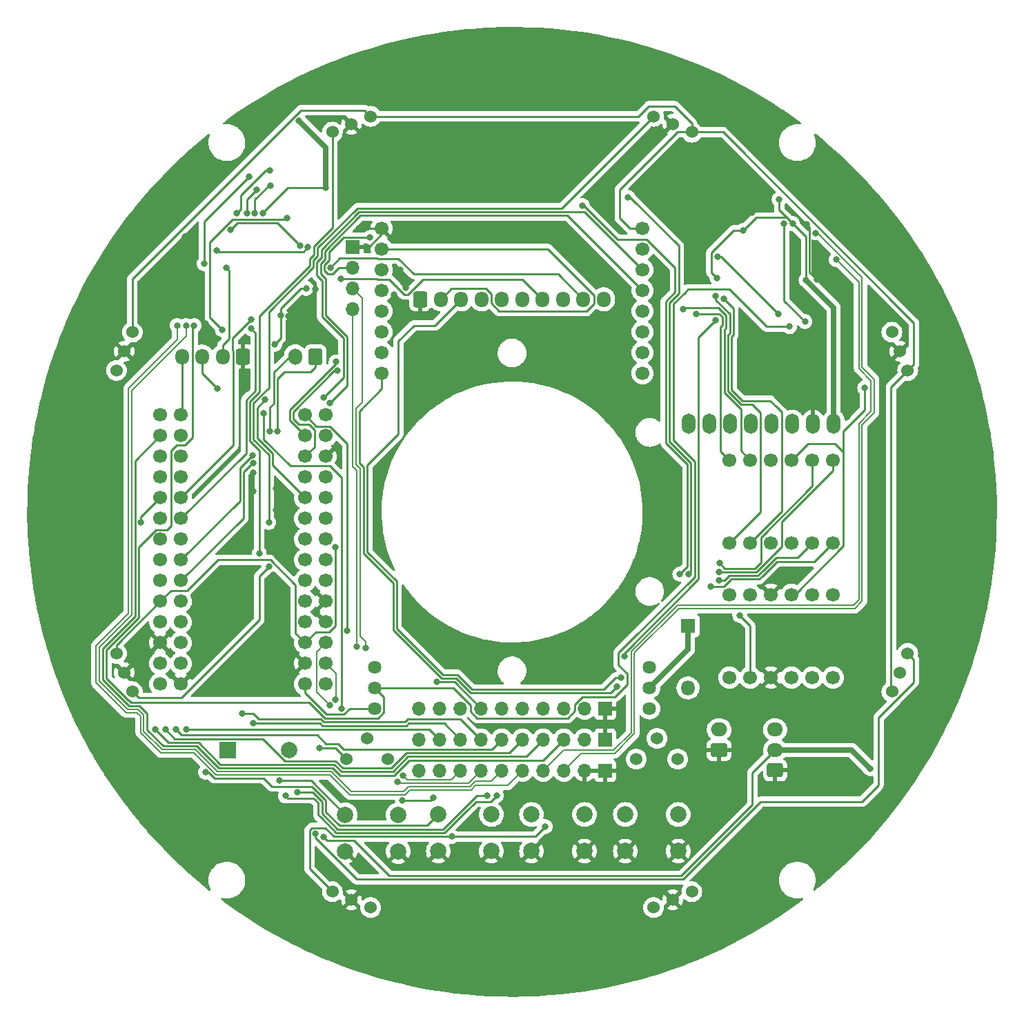
<source format=gbr>
%TF.GenerationSoftware,KiCad,Pcbnew,(6.0.5)*%
%TF.CreationDate,2022-10-16T22:52:23+09:00*%
%TF.ProjectId,main_board_Teensy,6d61696e-5f62-46f6-9172-645f5465656e,rev?*%
%TF.SameCoordinates,Original*%
%TF.FileFunction,Copper,L2,Bot*%
%TF.FilePolarity,Positive*%
%FSLAX46Y46*%
G04 Gerber Fmt 4.6, Leading zero omitted, Abs format (unit mm)*
G04 Created by KiCad (PCBNEW (6.0.5)) date 2022-10-16 22:52:23*
%MOMM*%
%LPD*%
G01*
G04 APERTURE LIST*
G04 Aperture macros list*
%AMRoundRect*
0 Rectangle with rounded corners*
0 $1 Rounding radius*
0 $2 $3 $4 $5 $6 $7 $8 $9 X,Y pos of 4 corners*
0 Add a 4 corners polygon primitive as box body*
4,1,4,$2,$3,$4,$5,$6,$7,$8,$9,$2,$3,0*
0 Add four circle primitives for the rounded corners*
1,1,$1+$1,$2,$3*
1,1,$1+$1,$4,$5*
1,1,$1+$1,$6,$7*
1,1,$1+$1,$8,$9*
0 Add four rect primitives between the rounded corners*
20,1,$1+$1,$2,$3,$4,$5,0*
20,1,$1+$1,$4,$5,$6,$7,0*
20,1,$1+$1,$6,$7,$8,$9,0*
20,1,$1+$1,$8,$9,$2,$3,0*%
G04 Aperture macros list end*
%TA.AperFunction,ComponentPad*%
%ADD10C,2.000000*%
%TD*%
%TA.AperFunction,ComponentPad*%
%ADD11C,1.524000*%
%TD*%
%TA.AperFunction,ComponentPad*%
%ADD12R,1.800000X1.800000*%
%TD*%
%TA.AperFunction,ComponentPad*%
%ADD13O,1.800000X1.800000*%
%TD*%
%TA.AperFunction,ComponentPad*%
%ADD14R,2.000000X2.000000*%
%TD*%
%TA.AperFunction,ComponentPad*%
%ADD15R,1.700000X1.700000*%
%TD*%
%TA.AperFunction,ComponentPad*%
%ADD16O,1.700000X1.700000*%
%TD*%
%TA.AperFunction,ComponentPad*%
%ADD17C,1.635000*%
%TD*%
%TA.AperFunction,ComponentPad*%
%ADD18C,1.700000*%
%TD*%
%TA.AperFunction,ComponentPad*%
%ADD19RoundRect,0.250000X0.600000X0.725000X-0.600000X0.725000X-0.600000X-0.725000X0.600000X-0.725000X0*%
%TD*%
%TA.AperFunction,ComponentPad*%
%ADD20O,1.700000X1.950000*%
%TD*%
%TA.AperFunction,ComponentPad*%
%ADD21RoundRect,0.250000X0.600000X0.750000X-0.600000X0.750000X-0.600000X-0.750000X0.600000X-0.750000X0*%
%TD*%
%TA.AperFunction,ComponentPad*%
%ADD22O,1.700000X2.000000*%
%TD*%
%TA.AperFunction,ComponentPad*%
%ADD23RoundRect,0.250000X0.725000X-0.600000X0.725000X0.600000X-0.725000X0.600000X-0.725000X-0.600000X0*%
%TD*%
%TA.AperFunction,ComponentPad*%
%ADD24O,1.950000X1.700000*%
%TD*%
%TA.AperFunction,ComponentPad*%
%ADD25RoundRect,0.250000X0.750000X-0.600000X0.750000X0.600000X-0.750000X0.600000X-0.750000X-0.600000X0*%
%TD*%
%TA.AperFunction,ComponentPad*%
%ADD26O,2.000000X1.700000*%
%TD*%
%TA.AperFunction,ComponentPad*%
%ADD27RoundRect,0.250000X-0.600000X-0.725000X0.600000X-0.725000X0.600000X0.725000X-0.600000X0.725000X0*%
%TD*%
%TA.AperFunction,ComponentPad*%
%ADD28O,1.700000X2.500000*%
%TD*%
%TA.AperFunction,ViaPad*%
%ADD29C,0.800000*%
%TD*%
%TA.AperFunction,Conductor*%
%ADD30C,0.250000*%
%TD*%
%TA.AperFunction,Conductor*%
%ADD31C,0.700000*%
%TD*%
%TA.AperFunction,Conductor*%
%ADD32C,0.200000*%
%TD*%
G04 APERTURE END LIST*
D10*
%TO.P,programmable switch,1*%
%TO.N,GND*%
X137010000Y-143256000D03*
X143510000Y-143256000D03*
%TO.P,programmable switch,2*%
%TO.N,SW1*%
X143510000Y-138756000D03*
X137010000Y-138756000D03*
%TD*%
%TO.P,Cam Reset,1*%
%TO.N,GND*%
X171375000Y-143220000D03*
X177875000Y-143220000D03*
%TO.P,Cam Reset,2*%
%TO.N,Net-(U6-Pad8)*%
X177875000Y-138720000D03*
X171375000Y-138720000D03*
%TD*%
D11*
%TO.P,R12,1*%
%TO.N,+5V*%
X172720000Y-131921000D03*
%TO.P,R12,2*%
%TO.N,Net-(J2-Pad3)*%
X175260000Y-129381000D03*
%TO.P,R12,3*%
%TO.N,N/C*%
X177800000Y-131921000D03*
%TD*%
%TO.P,R13,1*%
%TO.N,+5V*%
X137160000Y-131921000D03*
%TO.P,R13,2*%
%TO.N,Net-(J8-Pad3)*%
X139700000Y-129381000D03*
%TO.P,R13,3*%
%TO.N,N/C*%
X142240000Y-131921000D03*
%TD*%
D10*
%TO.P,Gyro Reset,1*%
%TO.N,GND*%
X166370000Y-143220000D03*
X159870000Y-143220000D03*
%TO.P,Gyro Reset,2*%
%TO.N,Gyro Reset*%
X159870000Y-138720000D03*
X166370000Y-138720000D03*
%TD*%
%TO.P,SW10,1*%
%TO.N,GND*%
X154940000Y-143220000D03*
X148440000Y-143220000D03*
%TO.P,SW10,2*%
%TO.N,SW2*%
X148440000Y-138720000D03*
X154940000Y-138720000D03*
%TD*%
D11*
%TO.P,U15,0,OUT*%
%TO.N,Net-(R23-Pad2)*%
X179532346Y-148202733D03*
%TO.P,U15,1,GND*%
%TO.N,GND*%
X177185692Y-149174749D03*
%TO.P,U15,2,Vin*%
%TO.N,+3V3*%
X174839038Y-150146765D03*
%TD*%
D12*
%TO.P,D23,1,K*%
%TO.N,Net-(D23-Pad1)*%
X179070000Y-115570000D03*
D13*
%TO.P,D23,2,A*%
%TO.N,Net-(D23-Pad2)*%
X179070000Y-123190000D03*
%TD*%
D14*
%TO.P,BZ1,1,-*%
%TO.N,Net-(BZ1-Pad1)*%
X122565000Y-130810000D03*
D10*
%TO.P,BZ1,2,+*%
%TO.N,GND*%
X130165000Y-130810000D03*
%TD*%
D11*
%TO.P,U10,0,OUT*%
%TO.N,Net-(R16-Pad1)*%
X108934235Y-84241962D03*
%TO.P,U10,1,GND*%
%TO.N,GND*%
X109906251Y-81895308D03*
%TO.P,U10,2,Vin*%
%TO.N,+3V3*%
X110878267Y-79548654D03*
%TD*%
D15*
%TO.P,J1,1,Pin_1*%
%TO.N,GND*%
X168910000Y-133350000D03*
D16*
%TO.P,J1,2,Pin_2*%
X166370000Y-133350000D03*
%TO.P,J1,3,Pin_3*%
%TO.N,Gyro D+*%
X163830000Y-133350000D03*
%TO.P,J1,4,Pin_4*%
%TO.N,Gyro D-*%
X161290000Y-133350000D03*
%TO.P,J1,5,Pin_5*%
%TO.N,Line D+*%
X158750000Y-133350000D03*
%TO.P,J1,6,Pin_6*%
%TO.N,Line D-*%
X156210000Y-133350000D03*
%TO.P,J1,7,Pin_7*%
%TO.N,Teensy D+*%
X153670000Y-133350000D03*
%TO.P,J1,8,Pin_8*%
%TO.N,Teensy D-*%
X151130000Y-133350000D03*
%TO.P,J1,9,Pin_9*%
%TO.N,Cam D+*%
X148590000Y-133350000D03*
%TO.P,J1,10,Pin_10*%
%TO.N,Cam D-*%
X146050000Y-133350000D03*
%TD*%
D11*
%TO.P,U9,0,OUT*%
%TO.N,Net-(R15-Pad1)*%
X110878267Y-123653346D03*
%TO.P,U9,1,GND*%
%TO.N,GND*%
X109906251Y-121306692D03*
%TO.P,U9,2,Vin*%
%TO.N,+3V3*%
X108934235Y-118960038D03*
%TD*%
D17*
%TO.P,SW4,1*%
%TO.N,+5V*%
X140615000Y-125730000D03*
%TO.P,SW4,2*%
%TO.N,Net-(R4-Pad2)*%
X140615000Y-123190000D03*
%TO.P,SW4,3*%
%TO.N,N/C*%
X140615000Y-120650000D03*
%TD*%
D11*
%TO.P,U13,0,OUT*%
%TO.N,Net-(R21-Pad2)*%
X204081732Y-79548653D03*
%TO.P,U13,1,GND*%
%TO.N,GND*%
X205053748Y-81895307D03*
%TO.P,U13,2,Vin*%
%TO.N,+3V3*%
X206025764Y-84241961D03*
%TD*%
D18*
%TO.P,U7,1,GND*%
%TO.N,GND*%
X134620000Y-94790000D03*
X132080000Y-120190000D03*
X114300000Y-117650000D03*
X116840000Y-122730000D03*
X134620000Y-112570000D03*
X134620000Y-115110000D03*
%TO.P,U7,2,0_RX1_CRX2_CS1*%
%TO.N,unconnected-(U7-Pad2)*%
X116840000Y-120190000D03*
%TO.P,U7,3,1_TX1_CTX2_MISO1*%
%TO.N,TX1*%
X116840000Y-117650000D03*
%TO.P,U7,4,2_OUT2*%
%TO.N,NEO PIXEL LV*%
X116840000Y-115110000D03*
%TO.P,U7,5,3_LRCLK2*%
%TO.N,Net-(BZ1-Pad1)*%
X116840000Y-112570000D03*
%TO.P,U7,6,4_BCLK2*%
%TO.N,FET 1*%
X116840000Y-110030000D03*
%TO.P,U7,7,5_IN2*%
%TO.N,FET 2*%
X116840000Y-107490000D03*
%TO.P,U7,8,6_OUT1D*%
%TO.N,SW1*%
X116840000Y-104950000D03*
%TO.P,U7,9,7_RX2_OUT1A*%
%TO.N,RX2 LV*%
X116840000Y-102410000D03*
%TO.P,U7,10,8_TX2_IN1*%
%TO.N,TX2 LV*%
X116840000Y-99870000D03*
%TO.P,U7,11,9_OUT1C*%
%TO.N,SW2*%
X116840000Y-97330000D03*
%TO.P,U7,12,10_CS_MQSR*%
%TO.N,CS*%
X116840000Y-94790000D03*
%TO.P,U7,13,11_MOSI_CTX1*%
%TO.N,MOSI*%
X116840000Y-92250000D03*
%TO.P,U7,14,12_MISO_MQSL*%
%TO.N,Touch*%
X116840000Y-89710000D03*
%TO.P,U7,15,VBAT*%
%TO.N,unconnected-(U7-Pad15)*%
X114300000Y-89710000D03*
%TO.P,U7,18,PROGRAM*%
%TO.N,unconnected-(U7-Pad18)*%
X134620000Y-92250000D03*
%TO.P,U7,19,ON_OFF*%
%TO.N,unconnected-(U7-Pad19)*%
X134620000Y-89710000D03*
%TO.P,U7,20,13_SCK_CRX1_LED*%
%TO.N,SCK*%
X132080000Y-89710000D03*
%TO.P,U7,21,14_A0_TX3_SPDIF_OUT*%
%TO.N,TX3 LV*%
X132080000Y-92250000D03*
%TO.P,U7,22,15_A1_RX3_SPDIF_IN*%
%TO.N,RX3 LV*%
X132080000Y-94790000D03*
%TO.P,U7,23,16_A2_RX4_SCL1*%
%TO.N,RX4*%
X132080000Y-97330000D03*
%TO.P,U7,24,17_A3_TX4_SDA1*%
%TO.N,TX4*%
X132080000Y-99870000D03*
%TO.P,U7,25,18_A4_SDA0*%
%TO.N,IR1*%
X132080000Y-102410000D03*
%TO.P,U7,26,19_A5_SCL0*%
%TO.N,IR2*%
X132080000Y-104950000D03*
%TO.P,U7,27,20_A6_TX5_LRCLK1*%
%TO.N,unconnected-(U7-Pad27)*%
X132080000Y-107490000D03*
%TO.P,U7,28,21_A7_RX5_BCLK1*%
%TO.N,unconnected-(U7-Pad28)*%
X132080000Y-110030000D03*
%TO.P,U7,29,22_A8_CTX1*%
%TO.N,IR3*%
X132080000Y-112570000D03*
%TO.P,U7,30,23_A9_CRX1_MCLK1*%
%TO.N,IR4*%
X132080000Y-115110000D03*
%TO.P,U7,31,3V3*%
%TO.N,+3V3*%
X114300000Y-112570000D03*
X132080000Y-117650000D03*
X134620000Y-97330000D03*
%TO.P,U7,33,VIN*%
%TO.N,+5V*%
X132080000Y-122730000D03*
%TO.P,U7,34,VUSB*%
%TO.N,unconnected-(U7-Pad34)*%
X134620000Y-122730000D03*
%TO.P,U7,35,24_A10_TX6_SCL2*%
%TO.N,IR5*%
X134620000Y-99870000D03*
%TO.P,U7,36,25_A11_RX6_SDA2*%
%TO.N,IR6*%
X134620000Y-107490000D03*
%TO.P,U7,37,26_A12_MOSI1*%
%TO.N,IR7*%
X134620000Y-104950000D03*
%TO.P,U7,38,27_A13_SCK1*%
%TO.N,IR8*%
X134620000Y-110030000D03*
%TO.P,U7,39,28_RX7*%
%TO.N,unconnected-(U7-Pad39)*%
X134620000Y-102410000D03*
%TO.P,U7,40,29_TX7*%
%TO.N,unconnected-(U7-Pad40)*%
X114300000Y-102410000D03*
%TO.P,U7,41,30_CRX3*%
%TO.N,start*%
X114300000Y-92250000D03*
%TO.P,U7,42,31_CTX3*%
%TO.N,stop*%
X114300000Y-99870000D03*
%TO.P,U7,43,32_OUT1B*%
%TO.N,R*%
X114300000Y-94790000D03*
%TO.P,U7,44,33_MCLK2*%
%TO.N,L*%
X114300000Y-97330000D03*
%TO.P,U7,45,34_DAT1_MISO2*%
%TO.N,RS*%
X114300000Y-122730000D03*
%TO.P,U7,46,35_DAT0_MOSI2*%
%TO.N,unconnected-(U7-Pad46)*%
X114300000Y-120190000D03*
%TO.P,U7,48,36_CLK_CS2*%
%TO.N,unconnected-(U7-Pad48)*%
X114300000Y-115110000D03*
%TO.P,U7,50,37_CMD_SCK2*%
%TO.N,unconnected-(U7-Pad50)*%
X114300000Y-110030000D03*
%TO.P,U7,51,38_DAT3_RX5*%
%TO.N,unconnected-(U7-Pad51)*%
X114300000Y-107490000D03*
%TO.P,U7,52,39_DAT2_TX5*%
%TO.N,unconnected-(U7-Pad52)*%
X114300000Y-104950000D03*
%TO.P,U7,53,D-*%
%TO.N,Teensy D-*%
X134620000Y-120190000D03*
%TO.P,U7,54,D+*%
%TO.N,Teensy D+*%
X134620000Y-117650000D03*
%TD*%
D11*
%TO.P,U12,0,OUT*%
%TO.N,Net-(R20-Pad2)*%
X174839038Y-53055235D03*
%TO.P,U12,1,GND*%
%TO.N,GND*%
X177185692Y-54027251D03*
%TO.P,U12,2,Vin*%
%TO.N,+3V3*%
X179532346Y-54999267D03*
%TD*%
D19*
%TO.P,J8,1,Pin_1*%
%TO.N,GND*%
X124460000Y-82550000D03*
D20*
%TO.P,J8,2,Pin_2*%
%TO.N,+5V*%
X121960000Y-82550000D03*
%TO.P,J8,3,Pin_3*%
%TO.N,Net-(J8-Pad3)*%
X119460000Y-82550000D03*
%TO.P,J8,4,Pin_4*%
%TO.N,Touch*%
X116960000Y-82550000D03*
%TD*%
D21*
%TO.P,J6,1,Pin_1*%
%TO.N,FET 1*%
X133350000Y-82550000D03*
D22*
%TO.P,J6,2,Pin_2*%
%TO.N,FET 2*%
X130850000Y-82550000D03*
%TD*%
D11*
%TO.P,U14,0,OUT*%
%TO.N,Net-(R22-Pad2)*%
X206025765Y-118960038D03*
%TO.P,U14,1,GND*%
%TO.N,GND*%
X205053749Y-121306692D03*
%TO.P,U14,2,Vin*%
%TO.N,+3V3*%
X204081733Y-123653346D03*
%TD*%
D18*
%TO.P,U4,1,HV1*%
%TO.N,MD Data*%
X184150000Y-121920000D03*
%TO.P,U4,2,HV2*%
%TO.N,NEO PIXEL*%
X186690000Y-121920000D03*
%TO.P,U4,3,GND*%
%TO.N,GND*%
X189230000Y-121920000D03*
%TO.P,U4,4,HV*%
%TO.N,+5V*%
X191770000Y-121920000D03*
%TO.P,U4,5,HV3*%
%TO.N,unconnected-(U4-Pad5)*%
X194310000Y-121920000D03*
%TO.P,U4,6,HV4*%
%TO.N,unconnected-(U4-Pad6)*%
X196850000Y-121920000D03*
%TO.P,U4,7,LV4*%
%TO.N,unconnected-(U4-Pad7)*%
X196850000Y-111760000D03*
%TO.P,U4,8,LV3*%
%TO.N,unconnected-(U4-Pad8)*%
X194310000Y-111760000D03*
%TO.P,U4,9,LV*%
%TO.N,+3V3*%
X191770000Y-111760000D03*
%TO.P,U4,10,GND*%
%TO.N,GND*%
X189230000Y-111760000D03*
%TO.P,U4,11,LV2*%
%TO.N,NEO PIXEL LV*%
X186690000Y-111760000D03*
%TO.P,U4,12,LV1*%
%TO.N,TX1*%
X184150000Y-111760000D03*
%TD*%
D15*
%TO.P,J7,1,Pin_1*%
%TO.N,GND*%
X168910000Y-125730000D03*
D16*
%TO.P,J7,2,Pin_2*%
%TO.N,+5V*%
X166370000Y-125730000D03*
%TO.P,J7,3,Pin_3*%
%TO.N,Reset 1*%
X163830000Y-125730000D03*
%TO.P,J7,4,Pin_4*%
%TO.N,MISO 1*%
X161290000Y-125730000D03*
%TO.P,J7,5,Pin_5*%
%TO.N,MOSI 1*%
X158750000Y-125730000D03*
%TO.P,J7,6,Pin_6*%
%TO.N,SCK 1*%
X156210000Y-125730000D03*
%TO.P,J7,7,Pin_7*%
%TO.N,Reset 2*%
X153670000Y-125730000D03*
%TO.P,J7,8,Pin_8*%
%TO.N,MISO 2*%
X151130000Y-125730000D03*
%TO.P,J7,9,Pin_9*%
%TO.N,MOSI 2*%
X148590000Y-125730000D03*
%TO.P,J7,10,Pin_10*%
%TO.N,SCK 2*%
X146050000Y-125730000D03*
%TD*%
D18*
%TO.P,U6,1,gnd*%
%TO.N,GND*%
X141480000Y-66802000D03*
%TO.P,U6,2,vin*%
%TO.N,+5V*%
X141480000Y-69342000D03*
%TO.P,U6,3,seru01*%
%TO.N,unconnected-(U6-Pad3)*%
X141480000Y-71882000D03*
%TO.P,U6,4,seru02*%
%TO.N,unconnected-(U6-Pad4)*%
X141480000Y-74422000D03*
%TO.P,U6,5,seru03*%
%TO.N,unconnected-(U6-Pad5)*%
X141480000Y-76962000D03*
%TO.P,U6,6,syn*%
%TO.N,unconnected-(U6-Pad6)*%
X141480000Y-79502000D03*
%TO.P,U6,7,boot*%
%TO.N,unconnected-(U6-Pad7)*%
X141480000Y-82042000D03*
%TO.P,U6,8,rst*%
%TO.N,Net-(U6-Pad8)*%
X141480000Y-84582000D03*
%TO.P,U6,9,mosi*%
%TO.N,unconnected-(U6-Pad9)*%
X173480000Y-84582000D03*
%TO.P,U6,10,sclk*%
%TO.N,unconnected-(U6-Pad10)*%
X173480000Y-82042000D03*
%TO.P,U6,11,miso*%
%TO.N,unconnected-(U6-Pad11)*%
X173480000Y-79502000D03*
%TO.P,U6,12,ss*%
%TO.N,unconnected-(U6-Pad12)*%
X173480000Y-76962000D03*
%TO.P,U6,13,txo/scl*%
%TO.N,RX4*%
X173480000Y-74422000D03*
%TO.P,U6,14,rxd/sca*%
%TO.N,TX4*%
X173480000Y-71882000D03*
%TO.P,U6,15,adc/dac*%
%TO.N,unconnected-(U6-Pad15)*%
X173480000Y-69342000D03*
%TO.P,U6,16,3.3v*%
%TO.N,+3V3*%
X173480000Y-66802000D03*
%TD*%
D15*
%TO.P,J4,1,Pin_1*%
%TO.N,GND*%
X168910000Y-129540000D03*
D16*
%TO.P,J4,2,Pin_2*%
%TO.N,+3V3*%
X166370000Y-129540000D03*
%TO.P,J4,3,Pin_3*%
%TO.N,start*%
X163830000Y-129540000D03*
%TO.P,J4,4,Pin_4*%
%TO.N,stop*%
X161290000Y-129540000D03*
%TO.P,J4,5,Pin_5*%
%TO.N,R*%
X158750000Y-129540000D03*
%TO.P,J4,6,Pin_6*%
%TO.N,L*%
X156210000Y-129540000D03*
%TO.P,J4,7,Pin_7*%
%TO.N,CS*%
X153670000Y-129540000D03*
%TO.P,J4,8,Pin_8*%
%TO.N,MOSI*%
X151130000Y-129540000D03*
%TO.P,J4,9,Pin_9*%
%TO.N,RS*%
X148590000Y-129540000D03*
%TO.P,J4,10,Pin_10*%
%TO.N,SCK*%
X146050000Y-129540000D03*
%TD*%
D23*
%TO.P,J5,1,Pin_1*%
%TO.N,GND*%
X189755000Y-133310000D03*
D24*
%TO.P,J5,2,Pin_2*%
%TO.N,+5V*%
X189755000Y-130810000D03*
%TO.P,J5,3,Pin_3*%
%TO.N,MD Data*%
X189755000Y-128310000D03*
%TD*%
D15*
%TO.P,J3,1,Pin_1*%
%TO.N,GND*%
X137922000Y-69098000D03*
D16*
%TO.P,J3,2,Pin_2*%
%TO.N,+5V*%
X137922000Y-71638000D03*
%TO.P,J3,3,Pin_3*%
%TO.N,Cam D+*%
X137922000Y-74178000D03*
%TO.P,J3,4,Pin_4*%
%TO.N,Cam D-*%
X137922000Y-76718000D03*
%TD*%
D25*
%TO.P,J9,1,Pin_1*%
%TO.N,GND*%
X182880000Y-130810000D03*
D26*
%TO.P,J9,2,Pin_2*%
%TO.N,Net-(D23-Pad2)*%
X182880000Y-128310000D03*
%TD*%
D27*
%TO.P,J2,1,Pin_1*%
%TO.N,GND*%
X146230000Y-75510000D03*
D20*
%TO.P,J2,2,Pin_2*%
%TO.N,+5V*%
X148730000Y-75510000D03*
%TO.P,J2,3,Pin_3*%
%TO.N,Net-(J2-Pad3)*%
X151230000Y-75510000D03*
%TO.P,J2,4,Pin_4*%
%TO.N,line Data 1*%
X153730000Y-75510000D03*
%TO.P,J2,5,Pin_5*%
%TO.N,line Data 2*%
X156230000Y-75510000D03*
%TO.P,J2,6,Pin_6*%
%TO.N,line Data 3*%
X158730000Y-75510000D03*
%TO.P,J2,7,Pin_7*%
%TO.N,line Data 4*%
X161230000Y-75510000D03*
%TO.P,J2,8,Pin_8*%
%TO.N,line Data 5*%
X163730000Y-75510000D03*
%TO.P,J2,9,Pin_9*%
%TO.N,line Data 6*%
X166230000Y-75510000D03*
%TO.P,J2,10,Pin_10*%
%TO.N,line Data 7*%
X168730000Y-75510000D03*
%TD*%
D18*
%TO.P,U1,1,HV1*%
%TO.N,TX2 HV*%
X184150000Y-105410000D03*
%TO.P,U1,2,HV2*%
%TO.N,RX2 HV*%
X186690000Y-105410000D03*
%TO.P,U1,3,GND*%
%TO.N,GND*%
X189230000Y-105410000D03*
%TO.P,U1,4,HV*%
%TO.N,+5V*%
X191770000Y-105410000D03*
%TO.P,U1,5,HV3*%
%TO.N,TX3 HV*%
X194310000Y-105410000D03*
%TO.P,U1,6,HV4*%
%TO.N,RX3 HV*%
X196850000Y-105410000D03*
%TO.P,U1,7,LV4*%
%TO.N,RX3 LV*%
X196850000Y-95250000D03*
%TO.P,U1,8,LV3*%
%TO.N,TX3 LV*%
X194310000Y-95250000D03*
%TO.P,U1,9,LV*%
%TO.N,+3V3*%
X191770000Y-95250000D03*
%TO.P,U1,10,GND*%
%TO.N,GND*%
X189230000Y-95250000D03*
%TO.P,U1,11,LV2*%
%TO.N,RX2 LV*%
X186690000Y-95250000D03*
%TO.P,U1,12,LV1*%
%TO.N,TX2 LV*%
X184150000Y-95250000D03*
%TD*%
D28*
%TO.P,U3,1,INT*%
%TO.N,unconnected-(U3-Pad1)*%
X179165000Y-90805000D03*
%TO.P,U3,2,ADO*%
%TO.N,unconnected-(U3-Pad2)*%
X181705000Y-90805000D03*
%TO.P,U3,3,XCL*%
%TO.N,unconnected-(U3-Pad3)*%
X184245000Y-90805000D03*
%TO.P,U3,4,XDA*%
%TO.N,unconnected-(U3-Pad4)*%
X186785000Y-90805000D03*
%TO.P,U3,5,SDA*%
%TO.N,Net-(U2-Pad19)*%
X189325000Y-90805000D03*
%TO.P,U3,6,SCL*%
%TO.N,Net-(U2-Pad18)*%
X191865000Y-90805000D03*
%TO.P,U3,7,GND*%
%TO.N,GND*%
X194405000Y-90805000D03*
%TO.P,U3,8,VCC*%
%TO.N,+5V*%
X196945000Y-90805000D03*
%TD*%
D17*
%TO.P,SW1,1*%
%TO.N,+5V*%
X174345000Y-120650000D03*
%TO.P,SW1,2*%
%TO.N,Net-(D23-Pad1)*%
X174345000Y-123190000D03*
%TO.P,SW1,3*%
%TO.N,N/C*%
X174345000Y-125730000D03*
%TD*%
D11*
%TO.P,U8,0,OUT*%
%TO.N,Net-(R14-Pad1)*%
X140120962Y-150146765D03*
%TO.P,U8,1,GND*%
%TO.N,GND*%
X137774308Y-149174749D03*
%TO.P,U8,2,Vin*%
%TO.N,+3V3*%
X135427654Y-148202733D03*
%TD*%
%TO.P,U11,0,OUT*%
%TO.N,Net-(R17-Pad1)*%
X135427654Y-54999267D03*
%TO.P,U11,1,GND*%
%TO.N,GND*%
X137774308Y-54027251D03*
%TO.P,U11,2,Vin*%
%TO.N,+3V3*%
X140120962Y-53055235D03*
%TD*%
D29*
%TO.N,GND*%
X179324000Y-71120000D03*
X143783471Y-71882491D03*
X189230000Y-119634000D03*
X195834000Y-64262000D03*
X133858000Y-51054000D03*
X211074000Y-106172000D03*
X182372000Y-53848000D03*
X139700000Y-69088000D03*
X210312000Y-110490000D03*
X130810000Y-138430000D03*
X125730000Y-99060000D03*
X128480000Y-98710000D03*
X103632000Y-101600000D03*
X173228000Y-48768000D03*
X105410000Y-95758000D03*
X201422000Y-67056000D03*
X104648000Y-86106000D03*
X198628000Y-89916000D03*
X141732000Y-137668000D03*
X119888000Y-78532114D03*
X193548000Y-114554000D03*
X144272000Y-76454000D03*
X192532000Y-109474000D03*
X119126000Y-118872000D03*
X195453000Y-78232000D03*
X107696000Y-128778000D03*
X190754000Y-114554000D03*
X205740000Y-75184000D03*
X186970000Y-64870000D03*
X168656000Y-139700000D03*
X179578000Y-129540000D03*
X168910000Y-64770000D03*
X176022000Y-124460000D03*
X198731133Y-64158867D03*
X113792000Y-66294000D03*
X110998000Y-117602000D03*
X127762000Y-119634000D03*
X179070000Y-120650000D03*
X140970000Y-142748000D03*
X169164000Y-48768000D03*
X168656000Y-135636000D03*
X119634000Y-123444000D03*
X141224000Y-50292000D03*
X170434000Y-73914000D03*
X108966000Y-86614000D03*
X190754000Y-140716000D03*
X163830000Y-157226000D03*
X197358000Y-141224000D03*
X201422000Y-70612000D03*
X184150000Y-119634000D03*
X193635211Y-66264963D03*
X213526500Y-95250000D03*
X138684000Y-66802000D03*
X130070467Y-77605624D03*
X137160000Y-50800000D03*
X174752000Y-143510000D03*
X188214000Y-114554000D03*
X194854398Y-73115602D03*
X108966000Y-71120000D03*
X117348000Y-67818000D03*
X128147299Y-109342701D03*
X163068000Y-143510000D03*
X156670000Y-137210000D03*
X168656000Y-137668000D03*
X170688000Y-51562000D03*
X175260000Y-131826000D03*
X102362000Y-107442000D03*
X133350000Y-74295000D03*
X210312000Y-117348000D03*
X173482000Y-152654000D03*
X207264000Y-116840000D03*
X191008000Y-86360000D03*
X144472253Y-74105655D03*
X147574000Y-76962000D03*
X193294000Y-134620000D03*
X136525000Y-59055000D03*
X143256000Y-68072000D03*
X135890000Y-146304000D03*
X204216000Y-71374000D03*
X133350000Y-149098000D03*
X127762000Y-105156000D03*
X211074000Y-86106000D03*
X112522000Y-75692000D03*
X157480000Y-47752000D03*
X128778000Y-140970000D03*
X118364000Y-121158000D03*
X127762000Y-116586000D03*
X151638000Y-143510000D03*
X136440000Y-64890000D03*
X194310000Y-119634000D03*
X183642000Y-150114000D03*
X156718000Y-140208000D03*
X128524000Y-101346000D03*
X124968000Y-86449500D03*
X157480000Y-155448000D03*
X202438000Y-124968000D03*
X143002000Y-74930000D03*
X113217500Y-136488602D03*
X109474000Y-75692000D03*
X134366000Y-144780000D03*
X198374000Y-134620000D03*
X194056000Y-81280000D03*
X191008000Y-109474000D03*
X206756000Y-72644000D03*
X194818000Y-139192000D03*
X138938000Y-138684000D03*
X130048000Y-119634000D03*
X113030000Y-80772000D03*
X127762000Y-111760000D03*
X151892000Y-157734000D03*
X187452000Y-81280000D03*
X125730000Y-96774000D03*
X213106000Y-102108000D03*
X149860000Y-154432000D03*
X192469083Y-74239515D03*
X152400000Y-139954000D03*
X126492000Y-138430000D03*
%TO.N,Gyro Reset*%
X171263799Y-119320799D03*
X182461500Y-78035376D03*
%TO.N,+5V*%
X134620000Y-61829141D03*
X182626000Y-72898000D03*
X128359500Y-81026000D03*
X140061489Y-67923489D03*
X201422000Y-133096000D03*
X193548000Y-73152000D03*
X131322299Y-53598299D03*
X134366000Y-141478000D03*
X191897000Y-66208060D03*
X185876209Y-67056000D03*
X122428000Y-71628000D03*
X132211299Y-74163701D03*
X190246000Y-63246000D03*
X129080210Y-77470000D03*
X133858000Y-130556000D03*
X126932200Y-64956200D03*
%TO.N,Net-(C17-Pad1)*%
X126106701Y-62098701D03*
X124933359Y-64938060D03*
%TO.N,Net-(C18-Pad1)*%
X127848161Y-61554161D03*
X125932862Y-64938060D03*
%TO.N,SW2*%
X119840324Y-133524676D03*
%TO.N,SW1*%
X128905000Y-134557090D03*
%TO.N,NEO PIXEL*%
X185420000Y-114300000D03*
%TO.N,RX1LED*%
X190853540Y-66208060D03*
X193421000Y-78232000D03*
%TO.N,TX1LED*%
X182660487Y-70323513D03*
X190119000Y-77343000D03*
%TO.N,RX2LED*%
X129893540Y-65532000D03*
X121920000Y-79248000D03*
%TO.N,Gyro D+*%
X194749124Y-67378876D03*
%TO.N,Gyro D-*%
X197245211Y-70634809D03*
%TO.N,Line D+*%
X116373419Y-78740000D03*
%TO.N,Line D-*%
X117475000Y-78740000D03*
%TO.N,Teensy D+*%
X135092055Y-125329565D03*
X143423555Y-134711486D03*
%TO.N,Teensy D-*%
X135798810Y-124622810D03*
X144110011Y-133985000D03*
%TO.N,Cam D+*%
X139505201Y-118304799D03*
%TO.N,Cam D-*%
X138430000Y-118110000D03*
%TO.N,Net-(J2-Pad3)*%
X170815000Y-121920000D03*
%TO.N,line Data 4*%
X136457196Y-72957196D03*
%TO.N,line Data 6*%
X135165500Y-71628000D03*
%TO.N,+3V3*%
X144018000Y-136989019D03*
X200749500Y-86360000D03*
X150065071Y-141429071D03*
X147828000Y-136652000D03*
X161544000Y-140208000D03*
X135800500Y-105918000D03*
%TO.N,stop*%
X111951469Y-102870000D03*
X113665000Y-128270000D03*
%TO.N,R*%
X114935000Y-128270000D03*
%TO.N,L*%
X116205000Y-128270000D03*
%TO.N,CS*%
X124370500Y-126365000D03*
%TO.N,MOSI*%
X125730000Y-127545500D03*
%TO.N,RS*%
X117475000Y-128270000D03*
%TO.N,SCK*%
X137249500Y-116205000D03*
%TO.N,FET 1*%
X128724003Y-91694000D03*
X125730000Y-95637916D03*
%TO.N,FET 2*%
X127724500Y-91694000D03*
X125631299Y-94643299D03*
%TO.N,Reset 2*%
X148209000Y-122464782D03*
%TO.N,Net-(J8-Pad3)*%
X136525000Y-125730000D03*
X121285000Y-86449500D03*
X127000000Y-89535000D03*
%TO.N,Net-(R4-Pad2)*%
X191516000Y-78867000D03*
X118474503Y-78740000D03*
%TO.N,Net-(R10-Pad1)*%
X122906055Y-67017719D03*
X131453114Y-68969114D03*
%TO.N,Net-(R11-Pad1)*%
X132438143Y-69138589D03*
X121220383Y-69531383D03*
%TO.N,Net-(R15-Pad1)*%
X127630701Y-108335299D03*
%TO.N,Net-(R17-Pad1)*%
X126454500Y-106680000D03*
%TO.N,Net-(R20-Pad2)*%
X127635000Y-102870000D03*
%TO.N,Net-(R22-Pad2)*%
X133358369Y-141088631D03*
%TO.N,Net-(U6-Pad8)*%
X170374791Y-122995209D03*
%TO.N,TX2 HV*%
X182461500Y-75124869D03*
%TO.N,RX2 HV*%
X183425500Y-75438000D03*
%TO.N,TX3 HV*%
X171704000Y-62992000D03*
X182880000Y-109982000D03*
X123698000Y-64976742D03*
X179165500Y-109220000D03*
X127762000Y-59690000D03*
%TO.N,RX3 HV*%
X125222000Y-60452000D03*
X178054000Y-109220000D03*
X119671500Y-71120000D03*
X181864000Y-110744000D03*
X166116000Y-64008000D03*
%TO.N,RX3 LV*%
X182880000Y-108966000D03*
X136085875Y-84259125D03*
%TO.N,TX3 LV*%
X135890000Y-83185000D03*
X182934813Y-107886588D03*
%TO.N,RX2 LV*%
X125476000Y-79121000D03*
X178435000Y-76708000D03*
%TO.N,TX2 LV*%
X180086000Y-77310876D03*
X125476000Y-77978000D03*
%TO.N,NEO PIXEL LV*%
X129667000Y-136435500D03*
X155575000Y-136397569D03*
%TO.N,TX1*%
X154432000Y-136397568D03*
X131112737Y-136006101D03*
%TO.N,RX4*%
X135128000Y-88265000D03*
%TO.N,TX4*%
X134366000Y-87540500D03*
X127195517Y-87825517D03*
%TD*%
D30*
%TO.N,GND*%
X139921592Y-69088000D02*
X141480000Y-67529592D01*
X125730000Y-99060000D02*
X125730000Y-96774000D01*
X193997520Y-72258724D02*
X194854398Y-73115602D01*
X143783471Y-73416873D02*
X144472253Y-74105655D01*
X143783471Y-71882491D02*
X143783471Y-73416873D01*
X107696000Y-128778000D02*
X113217500Y-134299500D01*
X113217500Y-134299500D02*
X113217500Y-136488602D01*
X193635211Y-66264963D02*
X193997520Y-66627272D01*
X213526500Y-95250000D02*
X213106000Y-95670500D01*
X192469083Y-74239515D02*
X192469083Y-75248083D01*
X192469083Y-75248083D02*
X195453000Y-78232000D01*
X141480000Y-66802000D02*
X138684000Y-66802000D01*
X213106000Y-95670500D02*
X213106000Y-102108000D01*
X193997520Y-66627272D02*
X193997520Y-72258724D01*
X139700000Y-69088000D02*
X139921592Y-69088000D01*
X128480000Y-101302000D02*
X128524000Y-101346000D01*
X141480000Y-67529592D02*
X141480000Y-66802000D01*
X128480000Y-98710000D02*
X128480000Y-101302000D01*
%TO.N,Gyro Reset*%
X180339520Y-80157356D02*
X182461500Y-78035376D01*
X171263799Y-119320799D02*
X171263799Y-118931201D01*
X180339520Y-109855480D02*
X180339520Y-80157356D01*
X171263799Y-118931201D02*
X180339520Y-109855480D01*
%TO.N,+5V*%
X122740480Y-71940480D02*
X122740480Y-80322480D01*
X129540000Y-62230000D02*
X129940859Y-61829141D01*
X138068591Y-141878591D02*
X142425480Y-146235480D01*
X154216502Y-74210480D02*
X150029520Y-74210480D01*
X135006379Y-70734338D02*
X134434520Y-71306197D01*
X129080210Y-76615367D02*
X129080210Y-77470000D01*
X129080210Y-77470000D02*
X129080210Y-80305290D01*
X154904520Y-74898498D02*
X154216502Y-74210480D01*
D31*
X134620000Y-56896000D02*
X134620000Y-61829141D01*
D30*
X178248802Y-146235480D02*
X186944000Y-137540282D01*
X155895978Y-76962000D02*
X154904520Y-75970542D01*
X184658000Y-67056000D02*
X185876209Y-67056000D01*
X185876209Y-67056000D02*
X187448660Y-65483549D01*
X134366000Y-141478000D02*
X134766591Y-141878591D01*
D31*
X199136000Y-130810000D02*
X189755000Y-130810000D01*
X201422000Y-133096000D02*
X199136000Y-130810000D01*
D30*
X134874000Y-72390000D02*
X134434520Y-71950520D01*
X132080000Y-123814960D02*
X134719551Y-126454511D01*
X182626000Y-72898000D02*
X181935976Y-72207976D01*
X140061489Y-67923489D02*
X136811269Y-67923489D01*
X129080210Y-80305290D02*
X128359500Y-81026000D01*
X126932200Y-64956200D02*
X126932200Y-64837800D01*
X137549614Y-125730000D02*
X140615000Y-125730000D01*
X191172489Y-65483549D02*
X191897000Y-66208060D01*
X134434520Y-71306197D02*
X134434520Y-71950520D01*
X134766591Y-141878591D02*
X138068591Y-141878591D01*
X132080000Y-122730000D02*
X132080000Y-123814960D01*
X190246000Y-64557060D02*
X190246000Y-63246000D01*
X166624000Y-76962000D02*
X155895978Y-76962000D01*
X135795000Y-130556000D02*
X133858000Y-130556000D01*
X154904520Y-75970542D02*
X154904520Y-74898498D01*
X135428114Y-72390000D02*
X134874000Y-72390000D01*
X122740480Y-80322480D02*
X121960000Y-81102960D01*
X161848022Y-69342000D02*
X167555480Y-75049458D01*
X142425480Y-146235480D02*
X178248802Y-146235480D01*
X126932200Y-64837800D02*
X129540000Y-62230000D01*
D31*
X196945000Y-90805000D02*
X196945000Y-76549000D01*
D30*
X134719551Y-126454511D02*
X136825103Y-126454511D01*
X132211299Y-74163701D02*
X131531876Y-74163701D01*
X191897000Y-66208060D02*
X190246000Y-64557060D01*
X131531876Y-74163701D02*
X129080210Y-76615367D01*
X193548000Y-67859060D02*
X193548000Y-73152000D01*
X135006379Y-69728379D02*
X135006379Y-70734338D01*
D31*
X131322299Y-53598299D02*
X134620000Y-56896000D01*
D30*
X137160000Y-131921000D02*
X135795000Y-130556000D01*
X186944000Y-133621000D02*
X189755000Y-130810000D01*
X136180114Y-71638000D02*
X135428114Y-72390000D01*
X137922000Y-71638000D02*
X136180114Y-71638000D01*
D31*
X196945000Y-76549000D02*
X193548000Y-73152000D01*
D30*
X186944000Y-137540282D02*
X186944000Y-133621000D01*
X187448660Y-65483549D02*
X191172489Y-65483549D01*
X136825103Y-126454511D02*
X137549614Y-125730000D01*
X121960000Y-81102960D02*
X121960000Y-82550000D01*
X167555480Y-75049458D02*
X167555480Y-76030520D01*
X167555480Y-76030520D02*
X166624000Y-76962000D01*
X181935976Y-72207976D02*
X181935976Y-69778024D01*
X141480000Y-69342000D02*
X161848022Y-69342000D01*
X191897000Y-66208060D02*
X193548000Y-67859060D01*
X136811269Y-67923489D02*
X135006379Y-69728379D01*
X129940859Y-61829141D02*
X134620000Y-61829141D01*
X122428000Y-71628000D02*
X122740480Y-71940480D01*
X181935976Y-69778024D02*
X184658000Y-67056000D01*
X150029520Y-74210480D02*
X148730000Y-75510000D01*
%TO.N,Net-(C17-Pad1)*%
X124933359Y-63272043D02*
X126106701Y-62098701D01*
X124933359Y-64938060D02*
X124933359Y-63272043D01*
%TO.N,Net-(C18-Pad1)*%
X127675839Y-61554161D02*
X127848161Y-61554161D01*
X125932862Y-64938060D02*
X125932862Y-63297138D01*
X125932862Y-63297138D02*
X127675839Y-61554161D01*
%TO.N,SW2*%
X130201601Y-135281601D02*
X128905000Y-135281601D01*
X127999491Y-135281601D02*
X127000000Y-134282110D01*
X134620000Y-137001718D02*
X133746641Y-136128359D01*
X132899883Y-135281601D02*
X130201601Y-135281601D01*
X134620000Y-137160000D02*
X134620000Y-137001718D01*
X120650000Y-133985000D02*
X120189676Y-133524676D01*
X128905000Y-135281601D02*
X128604897Y-135281601D01*
X127000000Y-134282110D02*
X123527890Y-134282110D01*
X136270511Y-140080511D02*
X134620000Y-138430000D01*
X133746641Y-136128359D02*
X132899883Y-135281601D01*
X120189676Y-133524676D02*
X119840324Y-133524676D01*
X130201601Y-135281601D02*
X127999491Y-135281601D01*
X148440000Y-138720000D02*
X147079489Y-140080511D01*
X134620000Y-138430000D02*
X134620000Y-137160000D01*
X147079489Y-140080511D02*
X136270511Y-140080511D01*
X123527890Y-134282110D02*
X120947110Y-134282110D01*
X120947110Y-134282110D02*
X120650000Y-133985000D01*
%TO.N,SW1*%
X132811090Y-134557090D02*
X128905000Y-134557090D01*
X137010000Y-138756000D02*
X132811090Y-134557090D01*
%TO.N,NEO PIXEL*%
X186690000Y-121920000D02*
X186690000Y-115570000D01*
X186690000Y-115570000D02*
X185420000Y-114300000D01*
%TO.N,RX1LED*%
X190853540Y-75664540D02*
X193421000Y-78232000D01*
X190853540Y-66208060D02*
X190853540Y-75664540D01*
%TO.N,TX1LED*%
X183099513Y-70323513D02*
X190119000Y-77343000D01*
X182660487Y-70323513D02*
X183099513Y-70323513D01*
%TO.N,RX2LED*%
X120396000Y-77724000D02*
X121920000Y-79248000D01*
X123197934Y-65701242D02*
X120396000Y-68503176D01*
X129893540Y-65532000D02*
X129724298Y-65701242D01*
X120396000Y-68503176D02*
X120396000Y-77724000D01*
X129724298Y-65701242D02*
X123197934Y-65701242D01*
D32*
%TO.N,Gyro D+*%
X172484519Y-128829509D02*
X170104509Y-131209519D01*
X200424519Y-83838519D02*
X201930000Y-85344000D01*
X201930000Y-85344000D02*
X201930000Y-89408000D01*
X194749124Y-67378876D02*
X195013876Y-67378876D01*
X170104509Y-131209519D02*
X165970480Y-131209520D01*
X177965486Y-113429520D02*
X172484519Y-118910487D01*
X198120000Y-113429520D02*
X177965486Y-113429520D01*
X200424519Y-72789519D02*
X200424519Y-83838519D01*
X199555487Y-113429519D02*
X198120000Y-113429520D01*
X172484519Y-118910487D02*
X172484519Y-128829509D01*
X165970480Y-131209520D02*
X163830000Y-133350000D01*
X200424519Y-90913481D02*
X200424519Y-112560487D01*
X195013876Y-67378876D02*
X200424519Y-72789519D01*
X201930000Y-89408000D02*
X200424519Y-90913481D01*
X200424519Y-112560487D02*
X199555487Y-113429519D01*
%TO.N,Gyro D-*%
X199390000Y-113030000D02*
X177800000Y-113030000D01*
X201530480Y-89242514D02*
X200025000Y-90747994D01*
X177800000Y-113030000D02*
X172085000Y-118745000D01*
X172085000Y-128664022D02*
X169939022Y-130810000D01*
X200025000Y-90747994D02*
X200025000Y-112395000D01*
X201530480Y-85509486D02*
X201530480Y-89242514D01*
X200025000Y-84004006D02*
X201530480Y-85509486D01*
X172085000Y-118745000D02*
X172085000Y-128664022D01*
X169939022Y-130810000D02*
X163830000Y-130810000D01*
X163830000Y-130810000D02*
X161290000Y-133350000D01*
X200025000Y-112395000D02*
X199390000Y-113030000D01*
X197245211Y-70634809D02*
X200025000Y-73414598D01*
X200025000Y-73414598D02*
X200025000Y-84004006D01*
%TO.N,Line D+*%
X116373419Y-78740000D02*
X116373419Y-80476581D01*
X137555155Y-136289519D02*
X144380481Y-136289519D01*
X111418671Y-126241559D02*
X111884153Y-126707041D01*
X121162481Y-133857589D02*
X135123227Y-133857591D01*
X144971932Y-135698068D02*
X152451944Y-135698068D01*
X110128835Y-126241559D02*
X111418671Y-126241559D01*
X153022012Y-135128000D02*
X156972000Y-135128000D01*
X156972000Y-135128000D02*
X158750000Y-133350000D01*
X114372129Y-131167110D02*
X118472003Y-131167111D01*
X144380481Y-136289519D02*
X144971932Y-135698068D01*
X110402918Y-114030278D02*
X106422441Y-118010755D01*
X110402918Y-86447082D02*
X110402918Y-114030278D01*
X116373419Y-80476581D02*
X110402918Y-86447082D01*
X118472003Y-131167111D02*
X121162481Y-133857589D01*
X111884153Y-126707041D02*
X111884153Y-128679135D01*
X106422441Y-118010755D02*
X106422442Y-122535166D01*
X135123227Y-133857591D02*
X137555155Y-136289519D01*
X106422442Y-122535166D02*
X110128835Y-126241559D01*
X111884153Y-128679135D02*
X114372129Y-131167110D01*
X152451944Y-135698068D02*
X153022012Y-135128000D01*
%TO.N,Line D-*%
X137720642Y-135890000D02*
X144145000Y-135890000D01*
X112283673Y-126541555D02*
X112283673Y-128513649D01*
X152286457Y-135298549D02*
X152965006Y-134620000D01*
X117475000Y-80010000D02*
X110802438Y-86682562D01*
X117475000Y-78740000D02*
X117475000Y-80010000D01*
X121327969Y-133458070D02*
X135288714Y-133458071D01*
X111584157Y-125842039D02*
X112283673Y-126541555D01*
X144736451Y-135298549D02*
X152286457Y-135298549D01*
X135288714Y-133458071D02*
X137720642Y-135890000D01*
X114537616Y-130767591D02*
X118637489Y-130767591D01*
X154940000Y-134620000D02*
X156210000Y-133350000D01*
X110294323Y-125842040D02*
X111584157Y-125842039D01*
X152965006Y-134620000D02*
X154940000Y-134620000D01*
X106821961Y-118176241D02*
X106821961Y-122369679D01*
X112283673Y-128513649D02*
X114537616Y-130767591D01*
X110802438Y-86682562D02*
X110802437Y-114195765D01*
X106821961Y-122369679D02*
X110294323Y-125842040D01*
X144145000Y-135890000D02*
X144736451Y-135298549D01*
X118637489Y-130767591D02*
X121327968Y-133458070D01*
X110802437Y-114195765D02*
X106821961Y-118176241D01*
%TO.N,Teensy D+*%
X152120970Y-134899030D02*
X153670000Y-133350000D01*
X143611099Y-134899030D02*
X152120970Y-134899030D01*
X143423555Y-134711486D02*
X143611099Y-134899030D01*
X135092055Y-125329565D02*
X133470489Y-123707999D01*
X133470489Y-123707999D02*
X133470489Y-118799511D01*
X133470489Y-118799511D02*
X134620000Y-117650000D01*
%TO.N,Teensy D-*%
X135798810Y-124551190D02*
X135890000Y-124460000D01*
X144624522Y-134499511D02*
X149980489Y-134499511D01*
X135890000Y-124460000D02*
X135890000Y-121460000D01*
X135798810Y-124622810D02*
X135798810Y-124551190D01*
X144110011Y-133985000D02*
X144624522Y-134499511D01*
X149980489Y-134499511D02*
X151130000Y-133350000D01*
X135890000Y-121460000D02*
X134620000Y-120190000D01*
%TO.N,Cam D+*%
X138829520Y-96284520D02*
X138829520Y-116840000D01*
X139071511Y-88150009D02*
X138321520Y-88900000D01*
X138321520Y-88900000D02*
X138321520Y-95776520D01*
X138829520Y-116840000D02*
X139505201Y-117515681D01*
X139071511Y-75327511D02*
X139071511Y-88150009D01*
X137922000Y-74178000D02*
X139071511Y-75327511D01*
X138321520Y-95776520D02*
X138829520Y-96284520D01*
X139505201Y-117515681D02*
X139505201Y-118304799D01*
%TO.N,Cam D-*%
X137922000Y-96012000D02*
X138430000Y-96520000D01*
X137922000Y-76718000D02*
X137922000Y-96012000D01*
X138430000Y-96520000D02*
X138430000Y-118110000D01*
D30*
%TO.N,Net-(J2-Pad3)*%
X139703560Y-106493802D02*
X139703560Y-95881440D01*
X170180000Y-121920000D02*
X168724520Y-123375480D01*
X148000000Y-78740000D02*
X151230000Y-75510000D01*
X143324520Y-115891802D02*
X143324520Y-110114762D01*
X145415000Y-78740000D02*
X148000000Y-78740000D01*
X150777176Y-121565742D02*
X148998460Y-121565742D01*
X143510000Y-92075000D02*
X143510000Y-80645000D01*
X168724520Y-123375480D02*
X152586916Y-123375480D01*
X143510000Y-80645000D02*
X145415000Y-78740000D01*
X143324520Y-110114762D02*
X139703560Y-106493802D01*
X139703560Y-95881440D02*
X143510000Y-92075000D01*
X170815000Y-121920000D02*
X170180000Y-121920000D01*
X148998460Y-121565742D02*
X143324520Y-115891802D01*
X152586916Y-123375480D02*
X150777176Y-121565742D01*
%TO.N,line Data 4*%
X144672522Y-74930000D02*
X144272000Y-74930000D01*
X144272000Y-74930000D02*
X142398511Y-73056511D01*
X142398511Y-73056511D02*
X140993501Y-73056511D01*
X161230000Y-75510000D02*
X158776511Y-73056511D01*
X140993501Y-73056511D02*
X140894186Y-72957196D01*
X140894186Y-72957196D02*
X136457196Y-72957196D01*
X158776511Y-73056511D02*
X146546011Y-73056511D01*
X146546011Y-73056511D02*
X144672522Y-74930000D01*
%TO.N,line Data 6*%
X135165500Y-71628000D02*
X136330011Y-70463489D01*
X136330011Y-70463489D02*
X140948489Y-70463489D01*
X163110000Y-72390000D02*
X166230000Y-75510000D01*
X145415000Y-72390000D02*
X163110000Y-72390000D01*
X141001511Y-70516511D02*
X143541511Y-70516511D01*
X143541511Y-70516511D02*
X145415000Y-72390000D01*
X140948489Y-70463489D02*
X141001511Y-70516511D01*
%TO.N,+3V3*%
X135427654Y-148202733D02*
X132633858Y-145408937D01*
X132633858Y-140670142D02*
X132939880Y-140364120D01*
X130905489Y-110585489D02*
X127799489Y-107479489D01*
X147490981Y-136989019D02*
X147828000Y-136652000D01*
X160322929Y-141429071D02*
X161544000Y-140208000D01*
X179532346Y-54999267D02*
X177750236Y-54999267D01*
X177426709Y-51816000D02*
X179532346Y-53921637D01*
X121374511Y-107479489D02*
X117602000Y-111252000D01*
X179532346Y-54999267D02*
X183394129Y-54999267D01*
X192161010Y-111760000D02*
X191770000Y-111760000D01*
X170688000Y-65532000D02*
X171958000Y-66802000D01*
X198120000Y-94234000D02*
X198120000Y-94742000D01*
X200749500Y-86360000D02*
X200749500Y-89061522D01*
X198120000Y-105801010D02*
X192161010Y-111760000D01*
X171958000Y-66802000D02*
X173480000Y-66802000D01*
X203967238Y-123538851D02*
X204081733Y-123653346D01*
X135800500Y-115590510D02*
X135059010Y-116332000D01*
X140120962Y-53055235D02*
X173004765Y-53055235D01*
X138176000Y-141429071D02*
X150065071Y-141429071D01*
X177750236Y-54999267D02*
X170688000Y-62061503D01*
X206787763Y-83479962D02*
X206025764Y-84241961D01*
X170688000Y-62061503D02*
X170688000Y-65532000D01*
X108934235Y-117935765D02*
X108934235Y-118960038D01*
X144018000Y-136989019D02*
X147490981Y-136989019D01*
X127799489Y-107479489D02*
X121374511Y-107479489D01*
X150065071Y-141429071D02*
X160322929Y-141429071D01*
X110878267Y-79548654D02*
X110878267Y-73017733D01*
X130905489Y-116475489D02*
X130905489Y-110585489D01*
X179532346Y-53921637D02*
X179532346Y-54999267D01*
X115618000Y-111252000D02*
X114300000Y-112570000D01*
X203967238Y-86300487D02*
X203967238Y-123538851D01*
X183394129Y-54999267D02*
X206787763Y-78392901D01*
X191770000Y-95250000D02*
X193802000Y-93218000D01*
X206787763Y-78392901D02*
X206787763Y-83479962D01*
X135059010Y-116332000D02*
X133398000Y-116332000D01*
X117602000Y-111252000D02*
X115618000Y-111252000D01*
X131602764Y-52293236D02*
X139358963Y-52293236D01*
X198120000Y-94742000D02*
X198120000Y-105801010D01*
X139358963Y-52293236D02*
X140120962Y-53055235D01*
X133398000Y-116332000D02*
X132080000Y-117650000D01*
X132080000Y-117650000D02*
X130905489Y-116475489D01*
X135587071Y-141429071D02*
X138176000Y-141429071D01*
X193802000Y-93218000D02*
X197104000Y-93218000D01*
X132939880Y-140364120D02*
X134522120Y-140364120D01*
X173004765Y-53055235D02*
X174244000Y-51816000D01*
X174244000Y-51816000D02*
X177426709Y-51816000D01*
X110878267Y-73017733D02*
X131602764Y-52293236D01*
X198120000Y-91691022D02*
X198120000Y-94742000D01*
X197104000Y-93218000D02*
X198120000Y-94234000D01*
X134522120Y-140364120D02*
X135587071Y-141429071D01*
X132633858Y-145408937D02*
X132633858Y-140670142D01*
X135800500Y-105918000D02*
X135800500Y-115590510D01*
X114300000Y-112570000D02*
X108934235Y-117935765D01*
X200749500Y-89061522D02*
X198120000Y-91691022D01*
X206025764Y-84241961D02*
X203967238Y-86300487D01*
%TO.N,start*%
X111760000Y-125417520D02*
X112708193Y-126365713D01*
X118813331Y-130343071D02*
X121503811Y-133033551D01*
X112708193Y-126365713D02*
X112708193Y-128337807D01*
X161290000Y-132080000D02*
X163830000Y-129540000D01*
X107246480Y-118352084D02*
X107246480Y-122193836D01*
X136416004Y-133985000D02*
X142983996Y-133985000D01*
X142983996Y-133985000D02*
X144888996Y-132080000D01*
X114300000Y-92250000D02*
X111226958Y-95323042D01*
X112708193Y-128337807D02*
X114713457Y-130343071D01*
X135464556Y-133033551D02*
X136416004Y-133985000D01*
X107246480Y-122193836D02*
X110470164Y-125417520D01*
X114713457Y-130343071D02*
X118813331Y-130343071D01*
X110470164Y-125417520D02*
X111760000Y-125417520D01*
X121503811Y-133033551D02*
X135464556Y-133033551D01*
X111226958Y-95323042D02*
X111226958Y-114371606D01*
X144888996Y-132080000D02*
X161290000Y-132080000D01*
X111226958Y-114371606D02*
X107246480Y-118352084D01*
%TO.N,stop*%
X111951469Y-102870000D02*
X111951469Y-102218531D01*
X118999529Y-129893551D02*
X121690009Y-132584031D01*
X130305969Y-132584031D02*
X135650753Y-132584031D01*
X111951469Y-102218531D02*
X114300000Y-99870000D01*
X113665000Y-128270000D02*
X115288551Y-129893551D01*
X135650753Y-132584031D02*
X136523753Y-133457031D01*
X144719727Y-131613551D02*
X159216449Y-131613551D01*
X121690009Y-132584031D02*
X130305969Y-132584031D01*
X115288551Y-129893551D02*
X118999529Y-129893551D01*
X142876246Y-133457031D02*
X144719727Y-131613551D01*
X159216449Y-131613551D02*
X161290000Y-129540000D01*
X136523753Y-133457031D02*
X142876246Y-133457031D01*
%TO.N,R*%
X129594511Y-132134511D02*
X135836951Y-132134511D01*
X142690049Y-133007511D02*
X144533529Y-131164031D01*
X157125969Y-131164031D02*
X158750000Y-129540000D01*
X114935000Y-128270000D02*
X116109031Y-129444031D01*
X136709951Y-133007511D02*
X142690049Y-133007511D01*
X144533529Y-131164031D02*
X157125969Y-131164031D01*
X135836951Y-132134511D02*
X136709951Y-133007511D01*
X126904031Y-129444031D02*
X129594511Y-132134511D01*
X116109031Y-129444031D02*
X126904031Y-129444031D01*
%TO.N,L*%
X116205000Y-128270000D02*
X116929511Y-128994511D01*
X136144000Y-130048000D02*
X136810511Y-130714511D01*
X155035489Y-130714511D02*
X156210000Y-129540000D01*
X133566511Y-128994511D02*
X134620000Y-130048000D01*
X136810511Y-130714511D02*
X155035489Y-130714511D01*
X116929511Y-128994511D02*
X133566511Y-128994511D01*
X134620000Y-130048000D02*
X136144000Y-130048000D01*
%TO.N,CS*%
X126365000Y-127000000D02*
X133993604Y-127000000D01*
X124370500Y-126365000D02*
X125730000Y-126365000D01*
X134364565Y-127370960D02*
X144339802Y-127370960D01*
X144339802Y-127370960D02*
X144710762Y-127000000D01*
X125730000Y-126365000D02*
X126365000Y-127000000D01*
X144710762Y-127000000D02*
X151130000Y-127000000D01*
X151130000Y-127000000D02*
X153670000Y-129540000D01*
X133993604Y-127000000D02*
X134364565Y-127370960D01*
%TO.N,MOSI*%
X125730000Y-127545500D02*
X133895500Y-127545500D01*
X133895500Y-127545500D02*
X134170480Y-127820480D01*
X149135500Y-127545500D02*
X151130000Y-129540000D01*
X144526000Y-127820480D02*
X144800980Y-127545500D01*
X144800980Y-127545500D02*
X149135500Y-127545500D01*
X134170480Y-127820480D02*
X144526000Y-127820480D01*
%TO.N,RS*%
X147320000Y-128270000D02*
X148590000Y-129540000D01*
X117475000Y-128270000D02*
X147320000Y-128270000D01*
%TO.N,SCK*%
X137249500Y-93218490D02*
X135106499Y-91075489D01*
X135106499Y-91075489D02*
X133445489Y-91075489D01*
X137249500Y-116205000D02*
X137249500Y-93218490D01*
X133445489Y-91075489D02*
X132080000Y-89710000D01*
%TO.N,FET 1*%
X124528520Y-96705480D02*
X124528520Y-102341480D01*
X129540000Y-84455000D02*
X128719520Y-85275480D01*
X128719520Y-85275480D02*
X128719520Y-91689517D01*
X124528520Y-102341480D02*
X116840000Y-110030000D01*
X133350000Y-83820000D02*
X132715000Y-84455000D01*
X125730000Y-95637916D02*
X125596084Y-95637916D01*
X128719520Y-91689517D02*
X128724003Y-91694000D01*
X132715000Y-84455000D02*
X129540000Y-84455000D01*
X125596084Y-95637916D02*
X124528520Y-96705480D01*
X133350000Y-82550000D02*
X133350000Y-83820000D01*
%TO.N,FET 2*%
X116840000Y-107490000D02*
X124079000Y-100251000D01*
X124079000Y-100251000D02*
X124079000Y-96195598D01*
X127724500Y-91694000D02*
X127724500Y-88810500D01*
X130175000Y-82550000D02*
X130850000Y-82550000D01*
X124079000Y-96195598D02*
X125631299Y-94643299D01*
X128270000Y-88265000D02*
X128270000Y-84455000D01*
X127724500Y-88810500D02*
X128270000Y-88265000D01*
X128270000Y-84455000D02*
X130175000Y-82550000D01*
%TO.N,Reset 2*%
X150404782Y-122464782D02*
X148209000Y-122464782D01*
X153670000Y-125730000D02*
X150404782Y-122464782D01*
%TO.N,Net-(J8-Pad3)*%
X136525000Y-97383012D02*
X136525000Y-125730000D01*
X135106499Y-95964511D02*
X136525000Y-97383012D01*
X127000000Y-89535000D02*
X127000000Y-92707846D01*
X127000000Y-92707846D02*
X130256665Y-95964511D01*
X130256665Y-95964511D02*
X135106499Y-95964511D01*
X119460000Y-84624500D02*
X119460000Y-82550000D01*
X121285000Y-86449500D02*
X119460000Y-84624500D01*
%TO.N,Touch*%
X116960000Y-89590000D02*
X116840000Y-89710000D01*
X116960000Y-82550000D02*
X116960000Y-89590000D01*
%TO.N,Net-(R4-Pad2)*%
X141757011Y-126203038D02*
X141038609Y-126921440D01*
X110402361Y-124714000D02*
X107696000Y-122007639D01*
X164316499Y-126904511D02*
X165195489Y-126025521D01*
X141038609Y-126921440D02*
X134550762Y-126921440D01*
X166116000Y-124274520D02*
X166243000Y-124274520D01*
X178689000Y-74676000D02*
X179070000Y-74295000D01*
X184150000Y-74295000D02*
X188722000Y-78867000D01*
X115665489Y-103282511D02*
X115665489Y-94112523D01*
X188722000Y-78867000D02*
X191516000Y-78867000D01*
X177292000Y-76073000D02*
X178689000Y-74676000D01*
X113813501Y-103775489D02*
X115172511Y-103775489D01*
X170539288Y-120374288D02*
X170539288Y-118893712D01*
X110744000Y-124968000D02*
X110490000Y-124714000D01*
X115665489Y-94112523D02*
X116353501Y-93424511D01*
X153183501Y-126904511D02*
X164316499Y-126904511D01*
X111676478Y-105912512D02*
X113813501Y-103775489D01*
X117326499Y-93424511D02*
X118285480Y-92465530D01*
X115172511Y-103775489D02*
X115665489Y-103282511D01*
X111676478Y-114557804D02*
X111676478Y-105912512D01*
X170120094Y-124274520D02*
X171577000Y-122817614D01*
X179070000Y-74295000D02*
X184023000Y-74295000D01*
X165195489Y-125195031D02*
X166116000Y-124274520D01*
X170539288Y-118893712D02*
X171958000Y-117475000D01*
X152400000Y-125338990D02*
X152400000Y-126121010D01*
X171577000Y-122817614D02*
X171577000Y-121412000D01*
X166243000Y-124274520D02*
X170120094Y-124274520D01*
X132597322Y-124968000D02*
X110744000Y-124968000D01*
X140615000Y-123190000D02*
X150251010Y-123190000D01*
X141757011Y-124332011D02*
X141757011Y-126203038D01*
X118285480Y-92465530D02*
X118285480Y-78929023D01*
X116353501Y-93424511D02*
X117326499Y-93424511D01*
X107696000Y-118538282D02*
X111676478Y-114557804D01*
X179890000Y-95435000D02*
X177292000Y-92837000D01*
X107696000Y-122007639D02*
X107696000Y-118538282D01*
X184023000Y-74295000D02*
X184150000Y-74295000D01*
X140615000Y-123190000D02*
X141757011Y-124332011D01*
X171577000Y-121412000D02*
X170539288Y-120374288D01*
X150251010Y-123190000D02*
X152400000Y-125338990D01*
X110490000Y-124714000D02*
X110402361Y-124714000D01*
X134550762Y-126921440D02*
X132597322Y-124968000D01*
X118285480Y-78929023D02*
X118474503Y-78740000D01*
X177292000Y-92837000D02*
X177292000Y-76073000D01*
X171958000Y-117475000D02*
X179890000Y-109543000D01*
X179890000Y-95758000D02*
X179890000Y-95435000D01*
X179890000Y-109543000D02*
X179890000Y-95758000D01*
X152400000Y-126121010D02*
X153183501Y-126904511D01*
X165195489Y-126025521D02*
X165195489Y-125195031D01*
%TO.N,Net-(R10-Pad1)*%
X128651000Y-66167000D02*
X131453114Y-68969114D01*
X122906055Y-67017719D02*
X123756774Y-66167000D01*
X123756774Y-66167000D02*
X128651000Y-66167000D01*
%TO.N,Net-(R11-Pad1)*%
X121382625Y-69693625D02*
X121220383Y-69531383D01*
X131883107Y-69693625D02*
X121382625Y-69693625D01*
X132438143Y-69138589D02*
X131883107Y-69693625D01*
%TO.N,Net-(R15-Pad1)*%
X126454500Y-109511500D02*
X126454500Y-114845500D01*
X111640266Y-124415345D02*
X110878267Y-123653346D01*
X126454500Y-114845500D02*
X116884655Y-124415345D01*
X127630701Y-108335299D02*
X126454500Y-109511500D01*
X116884655Y-124415345D02*
X111640266Y-124415345D01*
%TO.N,Net-(R17-Pad1)*%
X125314520Y-88046198D02*
X126454500Y-86906218D01*
X133162654Y-69029233D02*
X135427654Y-66764233D01*
X132636440Y-70561409D02*
X133162654Y-70035195D01*
X126454500Y-77580760D02*
X132636440Y-71398820D01*
X135427654Y-66764233D02*
X135427654Y-54999267D01*
X126454500Y-86906218D02*
X126454500Y-77580760D01*
X125314520Y-92929520D02*
X125314520Y-88046198D01*
X126454500Y-94069500D02*
X125314520Y-92929520D01*
X132636440Y-71398820D02*
X132636440Y-70561409D01*
X126454500Y-106680000D02*
X126454500Y-94069500D01*
X133162654Y-70035195D02*
X133162654Y-69029233D01*
%TO.N,Net-(R20-Pad2)*%
X133612174Y-69215431D02*
X133612174Y-70221392D01*
X163573793Y-64320480D02*
X138507124Y-64320480D01*
X138507124Y-64320480D02*
X133612174Y-69215431D01*
X133085960Y-71585018D02*
X127635000Y-77035978D01*
X133612174Y-70221392D02*
X133085960Y-70747606D01*
X125764040Y-92743322D02*
X127635000Y-94614282D01*
X174839038Y-53055235D02*
X163573793Y-64320480D01*
X127635000Y-77035978D02*
X127635000Y-86361435D01*
X127635000Y-94614282D02*
X127635000Y-102870000D01*
X133085960Y-70747606D02*
X133085960Y-71585018D01*
X125764040Y-88232396D02*
X125764040Y-92743322D01*
X127635000Y-86361435D02*
X125764040Y-88232396D01*
%TO.N,Net-(R22-Pad2)*%
X206787764Y-122483875D02*
X202438000Y-126833638D01*
X187960000Y-137160000D02*
X178435000Y-146685000D01*
X133350000Y-141097000D02*
X133358369Y-141088631D01*
X200406000Y-137160000D02*
X187960000Y-137160000D01*
X178435000Y-146685000D02*
X138430000Y-146685000D01*
X133350000Y-141605000D02*
X133350000Y-141097000D01*
X202438000Y-126833638D02*
X202438000Y-135128000D01*
X202438000Y-135128000D02*
X200406000Y-137160000D01*
X206025765Y-118960038D02*
X206787764Y-119722037D01*
X138430000Y-146685000D02*
X133350000Y-141605000D01*
X206787764Y-119722037D02*
X206787764Y-122483875D01*
%TO.N,Net-(U6-Pad8)*%
X138746040Y-89218960D02*
X141480000Y-86485000D01*
X138746040Y-95566040D02*
X138746040Y-89218960D01*
X142875000Y-116078000D02*
X142875000Y-110300960D01*
X170374791Y-122995209D02*
X169545000Y-123825000D01*
X148812262Y-122015262D02*
X142875000Y-116078000D01*
X139254040Y-106680000D02*
X139254040Y-96074040D01*
X141480000Y-86485000D02*
X141480000Y-84582000D01*
X152400718Y-123825000D02*
X150590979Y-122015262D01*
X139254040Y-96074040D02*
X138746040Y-95566040D01*
X169545000Y-123825000D02*
X152400718Y-123825000D01*
X142875000Y-110300960D02*
X139254040Y-106680000D01*
X150590979Y-122015262D02*
X148812262Y-122015262D01*
%TO.N,TX2 HV*%
X184192164Y-79660356D02*
X184192164Y-77319480D01*
X186943641Y-88391641D02*
X185547359Y-88391641D01*
X184150000Y-105410000D02*
X187960000Y-101600000D01*
X183969520Y-86813802D02*
X183969520Y-79883000D01*
X187960000Y-89408000D02*
X186943641Y-88391641D01*
X185547359Y-88391641D02*
X183969520Y-86813802D01*
X184192164Y-77319480D02*
X182461500Y-75588817D01*
X187960000Y-101600000D02*
X187960000Y-89408000D01*
X182461500Y-75588817D02*
X182461500Y-75124869D01*
X183969520Y-79883000D02*
X184192164Y-79660356D01*
%TO.N,RX2 HV*%
X184641684Y-79846554D02*
X184641684Y-79474158D01*
X184419040Y-80264000D02*
X184419040Y-80069198D01*
X184419040Y-86627604D02*
X184419040Y-85852000D01*
X189161121Y-87942121D02*
X186563000Y-87942121D01*
X186690000Y-105410000D02*
X190595489Y-101504511D01*
X184641684Y-79474158D02*
X184641684Y-77851000D01*
X185733557Y-87942121D02*
X184849218Y-87057782D01*
X184641684Y-77851000D02*
X184641684Y-76654184D01*
X184419040Y-85852000D02*
X184419040Y-80264000D01*
X189992000Y-88773000D02*
X189161121Y-87942121D01*
X184419040Y-80069198D02*
X184504619Y-79983619D01*
X184504619Y-79983619D02*
X184641684Y-79846554D01*
X190595489Y-89376489D02*
X189992000Y-88773000D01*
X190595489Y-101504511D02*
X190595489Y-89376489D01*
X184849218Y-87057782D02*
X184419040Y-86627604D01*
X184641684Y-76654184D02*
X183425500Y-75438000D01*
X186563000Y-87942121D02*
X185733557Y-87942121D01*
%TO.N,TX3 HV*%
X177926641Y-68960641D02*
X177926641Y-74802641D01*
X124206000Y-62738000D02*
X125730000Y-61214000D01*
X192532000Y-107188000D02*
X194310000Y-105410000D01*
X176784000Y-75945282D02*
X176784000Y-92964717D01*
X182880000Y-109982000D02*
X183583520Y-109982000D01*
X176784000Y-92964717D02*
X179440480Y-95621198D01*
X189865718Y-107188000D02*
X192532000Y-107188000D01*
X171958000Y-62992000D02*
X177926641Y-68960641D01*
X127254000Y-59690000D02*
X127762000Y-59690000D01*
X179440480Y-95621198D02*
X179440480Y-108945020D01*
X183583520Y-109982000D02*
X184150000Y-109415520D01*
X123698000Y-64976742D02*
X124206000Y-64468742D01*
X188277859Y-108775859D02*
X189865718Y-107188000D01*
X177926641Y-74802641D02*
X176784000Y-75945282D01*
X124206000Y-64468742D02*
X124206000Y-62738000D01*
X179440480Y-108945020D02*
X179165500Y-109220000D01*
X184150000Y-109415520D02*
X187638197Y-109415520D01*
X171704000Y-62992000D02*
X171958000Y-62992000D01*
X187638197Y-109415520D02*
X188277859Y-108775859D01*
X125730000Y-61214000D02*
X127254000Y-59690000D01*
%TO.N,RX3 HV*%
X186944000Y-109865040D02*
X184336198Y-109865040D01*
X187824394Y-109865040D02*
X186944000Y-109865040D01*
X189993436Y-107696000D02*
X188595718Y-109093718D01*
X188595718Y-109093718D02*
X188214718Y-109474718D01*
X184336198Y-109865040D02*
X184311619Y-109889619D01*
X119671500Y-66002500D02*
X119671500Y-67018500D01*
X184311619Y-109889619D02*
X183457238Y-110744000D01*
X190754000Y-107696000D02*
X189993436Y-107696000D01*
X196850000Y-105410000D02*
X194564000Y-107696000D01*
X166116000Y-64008000D02*
X166241718Y-64008000D01*
X177477121Y-74616443D02*
X176334480Y-75759085D01*
X166241718Y-64008000D02*
X170401207Y-68167489D01*
X178990960Y-95807394D02*
X178990960Y-108283040D01*
X125222000Y-60452000D02*
X119671500Y-66002500D01*
X119671500Y-71120000D02*
X119671500Y-67018500D01*
X178990960Y-108283040D02*
X178054000Y-109220000D01*
X176334480Y-75759085D02*
X176334480Y-93150914D01*
X191516000Y-107696000D02*
X190754000Y-107696000D01*
X173966499Y-68167489D02*
X177477121Y-71678111D01*
X194564000Y-107696000D02*
X191516000Y-107696000D01*
X176334480Y-93150914D02*
X178990960Y-95807394D01*
X183457238Y-110744000D02*
X181864000Y-110744000D01*
X188214718Y-109474718D02*
X187824394Y-109865040D01*
X177477121Y-71678111D02*
X177477121Y-74616443D01*
X170401207Y-68167489D02*
X173966499Y-68167489D01*
%TO.N,RX3 LV*%
X133254511Y-93615489D02*
X132080000Y-94790000D01*
X132618793Y-90884511D02*
X133254511Y-91520229D01*
X131350229Y-90884511D02*
X132618793Y-90884511D01*
X182880000Y-108966000D02*
X187452000Y-108966000D01*
X187452000Y-108966000D02*
X190595489Y-105822511D01*
X196850000Y-96521435D02*
X196850000Y-95250000D01*
X133254511Y-91520229D02*
X133254511Y-93615489D01*
X136085875Y-84259125D02*
X135660029Y-84259125D01*
X190595489Y-102775947D02*
X196850000Y-96521435D01*
X135660029Y-84259125D02*
X130624520Y-89294634D01*
X130624520Y-89294634D02*
X130624520Y-90158802D01*
X130624520Y-90158802D02*
X131350229Y-90884511D01*
X190595489Y-105822511D02*
X190595489Y-102775947D01*
%TO.N,TX3 LV*%
X187265802Y-108516480D02*
X183564705Y-108516480D01*
X183564705Y-108516480D02*
X182934813Y-107886588D01*
X194310000Y-95250000D02*
X194310000Y-98425717D01*
X135890000Y-83393436D02*
X130175000Y-89108436D01*
X130175000Y-90345000D02*
X132080000Y-92250000D01*
X130175000Y-89108436D02*
X130175000Y-90345000D01*
X188023859Y-104711859D02*
X188023859Y-107758423D01*
X188023859Y-107758423D02*
X187265802Y-108516480D01*
X194310000Y-98425717D02*
X188023859Y-104711859D01*
X135890000Y-83185000D02*
X135890000Y-83393436D01*
%TO.N,RX2 LV*%
X124865000Y-87860000D02*
X124865000Y-94385000D01*
X125476000Y-79121000D02*
X126004980Y-79649980D01*
X126004980Y-79649980D02*
X126004980Y-86720020D01*
X178556624Y-76586376D02*
X181488376Y-76586376D01*
X185547000Y-89027000D02*
X183520000Y-87000000D01*
X183742644Y-77505678D02*
X182823342Y-76586376D01*
X182823342Y-76586376D02*
X181488376Y-76586376D01*
X183520000Y-87000000D02*
X183520000Y-79248000D01*
X183742644Y-79025356D02*
X183742644Y-77505678D01*
X124865000Y-94385000D02*
X116840000Y-102410000D01*
X185547000Y-94107000D02*
X185547000Y-89027000D01*
X183520000Y-79248000D02*
X183742644Y-79025356D01*
X178435000Y-76708000D02*
X178556624Y-76586376D01*
X186690000Y-95250000D02*
X185547000Y-94107000D01*
X126004980Y-86720020D02*
X124865000Y-87860000D01*
%TO.N,TX2 LV*%
X123190000Y-80264000D02*
X125476000Y-77978000D01*
X116840000Y-99870000D02*
X123285480Y-93424520D01*
X123285480Y-81883480D02*
X123190000Y-81788000D01*
X123285480Y-93424520D02*
X123285480Y-81883480D01*
X183070480Y-78930520D02*
X183293124Y-78707876D01*
X180086000Y-77310876D02*
X182912124Y-77310876D01*
X183070480Y-94170480D02*
X184150000Y-95250000D01*
X182912124Y-77310876D02*
X183293124Y-77691876D01*
X183070480Y-78930520D02*
X183070480Y-94170480D01*
X123190000Y-81788000D02*
X123190000Y-80264000D01*
X183293124Y-78707876D02*
X183293124Y-77691876D01*
%TO.N,NEO PIXEL LV*%
X131064000Y-136730612D02*
X133077458Y-136730612D01*
X151892359Y-138303359D02*
X152717859Y-137477859D01*
X133077458Y-136730612D02*
X133301423Y-136954577D01*
X154812569Y-137160000D02*
X155575000Y-136397569D01*
X146050000Y-140979551D02*
X149216167Y-140979551D01*
X135898117Y-140979551D02*
X146050000Y-140979551D01*
X129667000Y-136435500D02*
X129962112Y-136730612D01*
X133720960Y-138802396D02*
X133984283Y-139065718D01*
X149216167Y-140979551D02*
X151892359Y-138303359D01*
X153416000Y-137160000D02*
X154812569Y-137160000D01*
X129962112Y-136730612D02*
X131064000Y-136730612D01*
X152717859Y-137477859D02*
X153035718Y-137160000D01*
X133720960Y-137795000D02*
X133720960Y-138802396D01*
X133984283Y-139065718D02*
X135898117Y-140979551D01*
X133301423Y-136954577D02*
X133720960Y-137374114D01*
X133720960Y-137374114D02*
X133720960Y-137795000D01*
X153035718Y-137160000D02*
X153416000Y-137160000D01*
%TO.N,TX1*%
X134170480Y-137187916D02*
X132988665Y-136006101D01*
X149029969Y-140530031D02*
X136084314Y-140530031D01*
X153162432Y-136397568D02*
X149029969Y-140530031D01*
X154432000Y-136397568D02*
X153162432Y-136397568D01*
X134170480Y-138616198D02*
X134170480Y-137187916D01*
X136084314Y-140530031D02*
X134170480Y-138616198D01*
X132988665Y-136006101D02*
X131112737Y-136006101D01*
%TO.N,RX4*%
X164277520Y-65219520D02*
X138879520Y-65219520D01*
X134620359Y-77469641D02*
X137259906Y-80109189D01*
X134511214Y-69587826D02*
X134511214Y-70593786D01*
X133985000Y-71120000D02*
X133985000Y-72390000D01*
X134511214Y-70593786D02*
X133985000Y-71120000D01*
X138879520Y-65219520D02*
X134511214Y-69587826D01*
X137259906Y-80109189D02*
X137259906Y-86133094D01*
X173480000Y-74422000D02*
X164277520Y-65219520D01*
X137259906Y-86133094D02*
X135128000Y-88265000D01*
X133985000Y-72390000D02*
X134620359Y-73025359D01*
X134620359Y-73025359D02*
X134620359Y-77469641D01*
%TO.N,TX4*%
X134061694Y-69401629D02*
X134061694Y-70407588D01*
X126213560Y-88807474D02*
X127195517Y-87825517D01*
X127635718Y-93979282D02*
X126213560Y-92557124D01*
X133535480Y-72576198D02*
X134170839Y-73211556D01*
X133535480Y-70933803D02*
X133535480Y-72576198D01*
X173480000Y-71882000D02*
X166368000Y-64770000D01*
X128084520Y-95250000D02*
X128084520Y-94428084D01*
X136810386Y-85096114D02*
X134366000Y-87540500D01*
X136810386Y-80295386D02*
X136810386Y-85096114D01*
X134170839Y-73211556D02*
X134170839Y-77655839D01*
X128084520Y-95874520D02*
X128084520Y-95250000D01*
X134170839Y-77655839D02*
X136810386Y-80295386D01*
X134061694Y-70407588D02*
X133535480Y-70933803D01*
X166368000Y-64770000D02*
X138693322Y-64770000D01*
X126213560Y-92557124D02*
X126213560Y-90805000D01*
X132080000Y-99870000D02*
X128084520Y-95874520D01*
X126213560Y-90805000D02*
X126213560Y-88807474D01*
X128084520Y-94428084D02*
X127635718Y-93979282D01*
X138693322Y-64770000D02*
X134061694Y-69401629D01*
D31*
%TO.N,Net-(D23-Pad1)*%
X179070000Y-115570000D02*
X179070000Y-118465000D01*
X179070000Y-118465000D02*
X174345000Y-123190000D01*
%TD*%
%TA.AperFunction,Conductor*%
%TO.N,GND*%
G36*
X157896832Y-42109979D02*
G01*
X158392213Y-42119490D01*
X159347146Y-42137826D01*
X159350223Y-42137923D01*
X160430126Y-42185072D01*
X160799382Y-42201195D01*
X160802437Y-42201365D01*
X162249661Y-42300027D01*
X162252650Y-42300268D01*
X163697001Y-42434257D01*
X163700047Y-42434576D01*
X164280503Y-42502764D01*
X165140728Y-42603817D01*
X165143782Y-42604214D01*
X166579836Y-42808595D01*
X166582878Y-42809066D01*
X168013511Y-43048472D01*
X168016541Y-43049017D01*
X169440911Y-43323307D01*
X169443923Y-43323925D01*
X170861214Y-43632944D01*
X170864160Y-43633625D01*
X172273430Y-43977168D01*
X172276379Y-43977925D01*
X172828688Y-44126949D01*
X173676906Y-44355816D01*
X173679868Y-44356655D01*
X174003318Y-44452465D01*
X175070650Y-44768623D01*
X175073540Y-44769517D01*
X175626350Y-44948070D01*
X176453902Y-45215363D01*
X176456820Y-45216345D01*
X177825839Y-45695768D01*
X177828732Y-45696821D01*
X179185621Y-46209547D01*
X179188487Y-46210670D01*
X180532458Y-46756399D01*
X180535296Y-46757592D01*
X181865510Y-47335986D01*
X181868319Y-47337248D01*
X183184065Y-47947997D01*
X183186841Y-47949328D01*
X184487176Y-48591993D01*
X184489919Y-48593390D01*
X185774260Y-49267685D01*
X185776968Y-49269150D01*
X187044372Y-49974579D01*
X187047044Y-49976109D01*
X188296890Y-50712323D01*
X188299523Y-50713918D01*
X189530948Y-51480413D01*
X189533542Y-51482071D01*
X190512100Y-52124863D01*
X190687327Y-52239965D01*
X190745957Y-52278478D01*
X190748504Y-52280197D01*
X191121810Y-52538686D01*
X191941019Y-53105934D01*
X191943529Y-53107717D01*
X192935216Y-53830868D01*
X192978471Y-53887166D01*
X192984424Y-53957913D01*
X192951182Y-54020647D01*
X192889301Y-54055450D01*
X192836397Y-54056254D01*
X192809118Y-54050828D01*
X192779465Y-54044929D01*
X192779459Y-54044928D01*
X192775426Y-54044126D01*
X192771321Y-54043857D01*
X192771314Y-54043856D01*
X192484119Y-54025033D01*
X192480000Y-54024763D01*
X192475881Y-54025033D01*
X192188686Y-54043856D01*
X192188679Y-54043857D01*
X192184574Y-54044126D01*
X192180541Y-54044928D01*
X192180535Y-54044929D01*
X191898253Y-54101079D01*
X191898247Y-54101081D01*
X191894203Y-54101885D01*
X191890294Y-54103212D01*
X191890290Y-54103213D01*
X191682147Y-54173868D01*
X191613855Y-54197050D01*
X191529207Y-54238794D01*
X191352031Y-54326167D01*
X191352026Y-54326170D01*
X191348327Y-54327994D01*
X191297743Y-54361793D01*
X191105593Y-54490183D01*
X191105588Y-54490187D01*
X191102162Y-54492476D01*
X191099068Y-54495190D01*
X191099062Y-54495194D01*
X190994579Y-54586824D01*
X190879573Y-54687682D01*
X190876864Y-54690771D01*
X190687085Y-54907171D01*
X190687081Y-54907177D01*
X190684367Y-54910271D01*
X190682078Y-54913697D01*
X190682074Y-54913702D01*
X190600701Y-55035486D01*
X190519885Y-55156436D01*
X190518061Y-55160135D01*
X190518058Y-55160140D01*
X190479526Y-55238275D01*
X190388941Y-55421964D01*
X190387616Y-55425869D01*
X190387615Y-55425870D01*
X190304856Y-55669672D01*
X190293776Y-55702312D01*
X190292972Y-55706356D01*
X190292970Y-55706362D01*
X190238659Y-55979403D01*
X190236017Y-55992683D01*
X190235748Y-55996788D01*
X190235747Y-55996795D01*
X190225073Y-56159655D01*
X190216654Y-56288109D01*
X190236017Y-56583535D01*
X190236819Y-56587568D01*
X190236820Y-56587574D01*
X190261715Y-56712727D01*
X190293776Y-56873906D01*
X190388941Y-57154254D01*
X190519885Y-57419782D01*
X190684367Y-57665947D01*
X190687081Y-57669041D01*
X190687085Y-57669047D01*
X190687259Y-57669245D01*
X190879573Y-57888536D01*
X190882662Y-57891245D01*
X191099062Y-58081024D01*
X191099068Y-58081028D01*
X191102162Y-58083742D01*
X191105588Y-58086031D01*
X191105593Y-58086035D01*
X191114151Y-58091753D01*
X191348327Y-58248224D01*
X191352026Y-58250048D01*
X191352031Y-58250051D01*
X191488313Y-58317257D01*
X191613855Y-58379168D01*
X191617760Y-58380493D01*
X191617761Y-58380494D01*
X191890290Y-58473005D01*
X191890294Y-58473006D01*
X191894203Y-58474333D01*
X191898247Y-58475137D01*
X191898253Y-58475139D01*
X192180535Y-58531289D01*
X192180541Y-58531290D01*
X192184574Y-58532092D01*
X192188679Y-58532361D01*
X192188686Y-58532362D01*
X192475881Y-58551185D01*
X192480000Y-58551455D01*
X192484119Y-58551185D01*
X192771314Y-58532362D01*
X192771321Y-58532361D01*
X192775426Y-58532092D01*
X192779459Y-58531290D01*
X192779465Y-58531289D01*
X193061747Y-58475139D01*
X193061753Y-58475137D01*
X193065797Y-58474333D01*
X193069706Y-58473006D01*
X193069710Y-58473005D01*
X193342239Y-58380494D01*
X193342240Y-58380493D01*
X193346145Y-58379168D01*
X193471687Y-58317257D01*
X193607969Y-58250051D01*
X193607974Y-58250048D01*
X193611673Y-58248224D01*
X193845849Y-58091753D01*
X193854407Y-58086035D01*
X193854412Y-58086031D01*
X193857838Y-58083742D01*
X193860932Y-58081028D01*
X193860938Y-58081024D01*
X194077338Y-57891245D01*
X194080427Y-57888536D01*
X194272741Y-57669245D01*
X194272915Y-57669047D01*
X194272919Y-57669041D01*
X194275633Y-57665947D01*
X194440115Y-57419782D01*
X194571059Y-57154254D01*
X194666224Y-56873906D01*
X194698285Y-56712727D01*
X194723180Y-56587574D01*
X194723181Y-56587568D01*
X194723983Y-56583535D01*
X194743346Y-56288109D01*
X194734927Y-56159655D01*
X194724253Y-55996795D01*
X194724252Y-55996788D01*
X194723983Y-55992683D01*
X194721342Y-55979403D01*
X194667030Y-55706362D01*
X194667028Y-55706356D01*
X194666224Y-55702312D01*
X194655145Y-55669672D01*
X194572385Y-55425870D01*
X194572384Y-55425869D01*
X194571059Y-55421964D01*
X194552987Y-55385317D01*
X194540797Y-55315374D01*
X194568357Y-55249945D01*
X194626915Y-55209802D01*
X194697880Y-55207691D01*
X194745115Y-55231529D01*
X194875907Y-55337065D01*
X195400108Y-55760042D01*
X195402481Y-55762005D01*
X196508777Y-56700212D01*
X196511096Y-56702228D01*
X197588899Y-57662516D01*
X197594121Y-57667169D01*
X197596386Y-57669238D01*
X198538857Y-58551185D01*
X198655495Y-58660333D01*
X198657706Y-58662453D01*
X199235894Y-59230637D01*
X199692325Y-59679171D01*
X199694492Y-59681353D01*
X200699081Y-60718007D01*
X200703955Y-60723037D01*
X200706065Y-60725269D01*
X201689792Y-61791324D01*
X201691786Y-61793540D01*
X202649186Y-62883324D01*
X202651127Y-62885588D01*
X203517205Y-63921405D01*
X203581622Y-63998447D01*
X203583556Y-64000818D01*
X203823753Y-64302787D01*
X204486553Y-65136041D01*
X204488440Y-65138474D01*
X205363429Y-66295417D01*
X205365224Y-66297851D01*
X206211709Y-67475860D01*
X206213450Y-67478347D01*
X207030857Y-68676622D01*
X207032561Y-68679186D01*
X207512112Y-69420458D01*
X207817704Y-69892830D01*
X207820455Y-69897083D01*
X207822089Y-69899676D01*
X208552167Y-71091056D01*
X208580022Y-71136511D01*
X208581594Y-71139149D01*
X209305790Y-72388453D01*
X209309048Y-72394074D01*
X209310557Y-72396752D01*
X210005805Y-73666647D01*
X210007124Y-73669057D01*
X210008559Y-73671753D01*
X210378600Y-74388695D01*
X210673881Y-74960792D01*
X210675259Y-74963545D01*
X211308846Y-76268366D01*
X211310157Y-76271152D01*
X211753574Y-77244141D01*
X211905798Y-77578166D01*
X211911676Y-77591065D01*
X211912915Y-77593873D01*
X212482043Y-78928175D01*
X212483184Y-78930945D01*
X212921337Y-80031973D01*
X213019534Y-80278731D01*
X213020637Y-80281605D01*
X213523872Y-81642026D01*
X213524905Y-81644926D01*
X213994772Y-83017296D01*
X213995733Y-83020221D01*
X214431907Y-84403588D01*
X214432797Y-84406535D01*
X214629654Y-85088562D01*
X214830768Y-85785334D01*
X214835053Y-85800181D01*
X214835852Y-85803080D01*
X215199835Y-87190499D01*
X215203955Y-87206205D01*
X215204695Y-87209173D01*
X215254315Y-87419079D01*
X215538402Y-88620852D01*
X215539073Y-88623856D01*
X215838176Y-90043200D01*
X215838774Y-90046220D01*
X216103114Y-91472471D01*
X216103638Y-91475505D01*
X216333050Y-92907773D01*
X216333500Y-92910819D01*
X216527853Y-94348289D01*
X216528228Y-94351344D01*
X216586493Y-94879095D01*
X216684546Y-95767240D01*
X216687400Y-95793094D01*
X216687698Y-95796129D01*
X216746420Y-96481097D01*
X216811604Y-97241438D01*
X216811829Y-97244508D01*
X216900382Y-98692333D01*
X216900532Y-98695408D01*
X216953683Y-100144923D01*
X216953759Y-100148001D01*
X216971489Y-101599136D01*
X216971498Y-101600895D01*
X216971139Y-101806831D01*
X216971123Y-101808590D01*
X216948329Y-103259561D01*
X216948243Y-103262639D01*
X216890031Y-104712003D01*
X216889870Y-104715071D01*
X216811483Y-105927240D01*
X216796264Y-106162584D01*
X216796028Y-106165654D01*
X216667083Y-107610452D01*
X216666772Y-107613515D01*
X216502565Y-109054740D01*
X216502179Y-109057794D01*
X216426484Y-109603299D01*
X216302959Y-110493501D01*
X216302814Y-110494543D01*
X216302359Y-110497551D01*
X216166591Y-111326638D01*
X216067936Y-111929087D01*
X216067401Y-111932119D01*
X215920202Y-112711149D01*
X215803482Y-113328880D01*
X215798093Y-113357398D01*
X215797487Y-113360405D01*
X215665778Y-113974775D01*
X215493421Y-114778745D01*
X215492739Y-114781747D01*
X215154111Y-116192233D01*
X215153355Y-116195218D01*
X214780380Y-117596962D01*
X214779552Y-117599927D01*
X214550800Y-118382196D01*
X214375942Y-118980166D01*
X214372437Y-118992151D01*
X214371542Y-118995079D01*
X214146262Y-119700976D01*
X213930533Y-120376943D01*
X213929562Y-120379864D01*
X213827393Y-120674912D01*
X213454899Y-121750610D01*
X213453882Y-121753433D01*
X213158432Y-122543651D01*
X212945869Y-123112175D01*
X212944755Y-123115045D01*
X212403741Y-124460861D01*
X212402558Y-124463704D01*
X212139456Y-125074621D01*
X211840186Y-125769520D01*
X211828799Y-125795960D01*
X211827561Y-125798740D01*
X211221408Y-127116612D01*
X211220099Y-127119369D01*
X210684249Y-128213173D01*
X210581948Y-128421995D01*
X210580560Y-128424743D01*
X209910795Y-129711349D01*
X209909341Y-129714062D01*
X209208298Y-130984002D01*
X209206787Y-130986663D01*
X208911399Y-131492158D01*
X208474928Y-132239087D01*
X208473342Y-132241725D01*
X207711162Y-133475800D01*
X207709513Y-133478400D01*
X207156395Y-134326883D01*
X206919758Y-134689884D01*
X206917343Y-134693588D01*
X206915636Y-134696137D01*
X206863990Y-134771283D01*
X206094045Y-135891558D01*
X206092270Y-135894074D01*
X205241735Y-137069042D01*
X205239900Y-137071513D01*
X204360863Y-138225415D01*
X204358967Y-138227842D01*
X203452044Y-139359865D01*
X203450090Y-139362244D01*
X202515747Y-140471813D01*
X202513735Y-140474143D01*
X201552603Y-141560505D01*
X201550535Y-141562786D01*
X201155504Y-141987890D01*
X200611009Y-142573837D01*
X200563111Y-142625381D01*
X200560997Y-142627600D01*
X200239624Y-142956924D01*
X199547918Y-143665741D01*
X199545741Y-143667918D01*
X199078541Y-144123840D01*
X198524990Y-144664028D01*
X198507610Y-144680988D01*
X198505391Y-144683101D01*
X198169540Y-144995194D01*
X197442786Y-145670535D01*
X197440505Y-145672603D01*
X196354143Y-146633735D01*
X196351813Y-146635747D01*
X195242244Y-147570090D01*
X195239865Y-147572044D01*
X195003317Y-147761555D01*
X194664169Y-148033265D01*
X194643909Y-148049496D01*
X194578239Y-148076478D01*
X194508407Y-148063673D01*
X194456583Y-148015146D01*
X194439222Y-147946305D01*
X194452122Y-147895434D01*
X194467979Y-147863280D01*
X194571059Y-147654254D01*
X194594184Y-147586130D01*
X194664896Y-147377819D01*
X194664897Y-147377815D01*
X194666224Y-147373906D01*
X194667030Y-147369856D01*
X194723180Y-147087574D01*
X194723181Y-147087568D01*
X194723983Y-147083535D01*
X194724336Y-147078158D01*
X194743076Y-146792228D01*
X194743346Y-146788109D01*
X194723983Y-146492683D01*
X194666224Y-146202312D01*
X194615031Y-146051500D01*
X194572385Y-145925870D01*
X194572384Y-145925869D01*
X194571059Y-145921964D01*
X194487402Y-145752324D01*
X194441942Y-145660140D01*
X194441939Y-145660135D01*
X194440115Y-145656436D01*
X194360844Y-145537798D01*
X194277926Y-145413702D01*
X194277922Y-145413697D01*
X194275633Y-145410271D01*
X194272919Y-145407177D01*
X194272915Y-145407171D01*
X194083136Y-145190771D01*
X194080427Y-145187682D01*
X193973994Y-145094342D01*
X193860938Y-144995194D01*
X193860932Y-144995190D01*
X193857838Y-144992476D01*
X193854412Y-144990187D01*
X193854407Y-144990183D01*
X193615106Y-144830288D01*
X193611673Y-144827994D01*
X193607974Y-144826170D01*
X193607969Y-144826167D01*
X193378255Y-144712885D01*
X193346145Y-144697050D01*
X193342239Y-144695724D01*
X193069710Y-144603213D01*
X193069706Y-144603212D01*
X193065797Y-144601885D01*
X193061753Y-144601081D01*
X193061747Y-144601079D01*
X192779465Y-144544929D01*
X192779459Y-144544928D01*
X192775426Y-144544126D01*
X192771321Y-144543857D01*
X192771314Y-144543856D01*
X192484119Y-144525033D01*
X192480000Y-144524763D01*
X192475881Y-144525033D01*
X192188686Y-144543856D01*
X192188679Y-144543857D01*
X192184574Y-144544126D01*
X192180541Y-144544928D01*
X192180535Y-144544929D01*
X191898253Y-144601079D01*
X191898247Y-144601081D01*
X191894203Y-144601885D01*
X191890294Y-144603212D01*
X191890290Y-144603213D01*
X191617761Y-144695724D01*
X191613855Y-144697050D01*
X191581745Y-144712885D01*
X191352031Y-144826167D01*
X191352026Y-144826170D01*
X191348327Y-144827994D01*
X191344894Y-144830288D01*
X191105593Y-144990183D01*
X191105588Y-144990187D01*
X191102162Y-144992476D01*
X191099068Y-144995190D01*
X191099062Y-144995194D01*
X190986006Y-145094342D01*
X190879573Y-145187682D01*
X190876864Y-145190771D01*
X190687085Y-145407171D01*
X190687081Y-145407177D01*
X190684367Y-145410271D01*
X190682078Y-145413697D01*
X190682074Y-145413702D01*
X190599156Y-145537798D01*
X190519885Y-145656436D01*
X190518061Y-145660135D01*
X190518058Y-145660140D01*
X190472598Y-145752324D01*
X190388941Y-145921964D01*
X190387616Y-145925869D01*
X190387615Y-145925870D01*
X190344970Y-146051500D01*
X190293776Y-146202312D01*
X190236017Y-146492683D01*
X190216654Y-146788109D01*
X190216924Y-146792228D01*
X190235665Y-147078158D01*
X190236017Y-147083535D01*
X190236819Y-147087568D01*
X190236820Y-147087574D01*
X190292970Y-147369856D01*
X190293776Y-147373906D01*
X190295103Y-147377815D01*
X190295104Y-147377819D01*
X190365816Y-147586130D01*
X190388941Y-147654254D01*
X190450852Y-147779796D01*
X190510316Y-147900377D01*
X190519885Y-147919782D01*
X190522179Y-147923215D01*
X190659324Y-148128467D01*
X190684367Y-148165947D01*
X190687081Y-148169041D01*
X190687085Y-148169047D01*
X190721429Y-148208208D01*
X190879573Y-148388536D01*
X190882662Y-148391245D01*
X191099062Y-148581024D01*
X191099068Y-148581028D01*
X191102162Y-148583742D01*
X191105588Y-148586031D01*
X191105593Y-148586035D01*
X191176808Y-148633619D01*
X191348327Y-148748224D01*
X191352026Y-148750048D01*
X191352031Y-148750051D01*
X191458848Y-148802727D01*
X191613855Y-148879168D01*
X191617760Y-148880493D01*
X191617761Y-148880494D01*
X191890290Y-148973005D01*
X191890294Y-148973006D01*
X191894203Y-148974333D01*
X191898247Y-148975137D01*
X191898253Y-148975139D01*
X192180535Y-149031289D01*
X192180541Y-149031290D01*
X192184574Y-149032092D01*
X192188679Y-149032361D01*
X192188686Y-149032362D01*
X192475881Y-149051185D01*
X192480000Y-149051455D01*
X192484119Y-149051185D01*
X192771314Y-149032362D01*
X192771321Y-149032361D01*
X192775426Y-149032092D01*
X192779459Y-149031290D01*
X192779465Y-149031289D01*
X193061897Y-148975109D01*
X193132612Y-148981437D01*
X193188679Y-149024991D01*
X193212298Y-149091944D01*
X193195971Y-149161037D01*
X193162833Y-149198918D01*
X192951513Y-149359900D01*
X192949042Y-149361735D01*
X191774074Y-150212270D01*
X191771558Y-150214045D01*
X191426208Y-150451398D01*
X190670994Y-150970443D01*
X190576146Y-151035630D01*
X190573588Y-151037343D01*
X189358400Y-151829513D01*
X189355800Y-151831162D01*
X188121725Y-152593342D01*
X188119087Y-152594928D01*
X186866680Y-153326777D01*
X186864002Y-153328298D01*
X185594062Y-154029341D01*
X185591349Y-154030795D01*
X184304743Y-154700560D01*
X184301995Y-154701948D01*
X182999369Y-155340099D01*
X182996635Y-155341397D01*
X181678740Y-155947561D01*
X181675992Y-155948785D01*
X181286796Y-156116399D01*
X180343704Y-156522558D01*
X180340861Y-156523741D01*
X178995045Y-157064755D01*
X178992175Y-157065869D01*
X178596995Y-157213621D01*
X177633433Y-157573882D01*
X177630610Y-157574899D01*
X176595161Y-157933455D01*
X176259864Y-158049562D01*
X176256943Y-158050533D01*
X174875079Y-158491542D01*
X174872167Y-158492432D01*
X174464666Y-158611594D01*
X173479927Y-158899552D01*
X173476962Y-158900380D01*
X172075218Y-159273355D01*
X172072233Y-159274111D01*
X170661747Y-159612739D01*
X170658745Y-159613421D01*
X169240405Y-159917487D01*
X169237410Y-159918091D01*
X168810557Y-159998745D01*
X167812119Y-160187401D01*
X167809087Y-160187936D01*
X167251099Y-160279310D01*
X166377551Y-160422359D01*
X166374579Y-160422809D01*
X165632293Y-160525810D01*
X164937794Y-160622179D01*
X164934740Y-160622565D01*
X163493515Y-160786772D01*
X163490452Y-160787083D01*
X162045654Y-160916028D01*
X162042586Y-160916264D01*
X160595071Y-161009870D01*
X160592008Y-161010031D01*
X160210125Y-161025369D01*
X159142639Y-161068243D01*
X159139561Y-161068329D01*
X158652099Y-161075987D01*
X157689185Y-161091114D01*
X157686163Y-161091125D01*
X156235630Y-161078466D01*
X156232617Y-161078404D01*
X154782772Y-161030307D01*
X154779776Y-161030171D01*
X153331608Y-160946670D01*
X153328538Y-160946455D01*
X151882885Y-160827601D01*
X151879887Y-160827318D01*
X150437449Y-160673166D01*
X150434458Y-160672809D01*
X149501568Y-160549992D01*
X148996327Y-160483475D01*
X148993279Y-160483036D01*
X147560211Y-160258623D01*
X147557176Y-160258110D01*
X146129979Y-159998745D01*
X146126957Y-159998157D01*
X144706586Y-159704012D01*
X144703579Y-159703351D01*
X144099240Y-159562717D01*
X143290767Y-159374579D01*
X143287847Y-159373863D01*
X141883401Y-159010648D01*
X141880494Y-159009858D01*
X141192770Y-158813954D01*
X140485467Y-158612473D01*
X140482517Y-158611594D01*
X139097561Y-158180229D01*
X139094679Y-158179293D01*
X137720619Y-157714199D01*
X137717842Y-157713221D01*
X137044181Y-157466696D01*
X136355609Y-157214714D01*
X136352731Y-157213621D01*
X135003099Y-156681987D01*
X135000248Y-156680823D01*
X134627010Y-156523161D01*
X133664052Y-156116391D01*
X133661266Y-156115174D01*
X132969140Y-155802668D01*
X132339209Y-155518243D01*
X132336419Y-155516942D01*
X131029376Y-154887905D01*
X131026618Y-154886536D01*
X130665901Y-154701948D01*
X129735316Y-154225743D01*
X129732596Y-154224309D01*
X128457859Y-153532183D01*
X128455172Y-153530681D01*
X127197686Y-152807594D01*
X127195036Y-152806027D01*
X125955610Y-152052444D01*
X125952999Y-152050812D01*
X124732407Y-151267207D01*
X124729836Y-151265513D01*
X123528669Y-150452261D01*
X123526141Y-150450504D01*
X123221949Y-150233526D01*
X137080085Y-150233526D01*
X137089382Y-150245542D01*
X137132377Y-150275647D01*
X137141863Y-150281125D01*
X137333301Y-150370394D01*
X137343593Y-150374140D01*
X137547617Y-150428808D01*
X137558412Y-150430711D01*
X137768833Y-150449121D01*
X137779783Y-150449121D01*
X137990204Y-150430711D01*
X138000999Y-150428808D01*
X138205023Y-150374140D01*
X138215315Y-150370394D01*
X138406753Y-150281125D01*
X138416239Y-150275647D01*
X138460072Y-150244956D01*
X138468447Y-150234478D01*
X138461379Y-150221030D01*
X137787120Y-149546771D01*
X137773176Y-149539157D01*
X137771343Y-149539288D01*
X137764728Y-149543539D01*
X137086515Y-150221752D01*
X137080085Y-150233526D01*
X123221949Y-150233526D01*
X122345210Y-149608154D01*
X122342726Y-149606335D01*
X122069831Y-149401440D01*
X121801859Y-149200241D01*
X121759395Y-149143346D01*
X121754431Y-149072523D01*
X121788545Y-149010259D01*
X121850906Y-148976323D01*
X121902095Y-148975903D01*
X122180535Y-149031289D01*
X122180541Y-149031290D01*
X122184574Y-149032092D01*
X122188679Y-149032361D01*
X122188686Y-149032362D01*
X122475881Y-149051185D01*
X122480000Y-149051455D01*
X122484119Y-149051185D01*
X122771314Y-149032362D01*
X122771321Y-149032361D01*
X122775426Y-149032092D01*
X122779459Y-149031290D01*
X122779465Y-149031289D01*
X123061747Y-148975139D01*
X123061753Y-148975137D01*
X123065797Y-148974333D01*
X123069706Y-148973006D01*
X123069710Y-148973005D01*
X123342239Y-148880494D01*
X123342240Y-148880493D01*
X123346145Y-148879168D01*
X123501152Y-148802727D01*
X123607969Y-148750051D01*
X123607974Y-148750048D01*
X123611673Y-148748224D01*
X123783192Y-148633619D01*
X123854407Y-148586035D01*
X123854412Y-148586031D01*
X123857838Y-148583742D01*
X123860932Y-148581028D01*
X123860938Y-148581024D01*
X124077338Y-148391245D01*
X124080427Y-148388536D01*
X124238571Y-148208208D01*
X124272915Y-148169047D01*
X124272919Y-148169041D01*
X124275633Y-148165947D01*
X124300677Y-148128467D01*
X124437821Y-147923215D01*
X124440115Y-147919782D01*
X124449685Y-147900377D01*
X124509148Y-147779796D01*
X124571059Y-147654254D01*
X124594184Y-147586130D01*
X124664896Y-147377819D01*
X124664897Y-147377815D01*
X124666224Y-147373906D01*
X124667030Y-147369856D01*
X124723180Y-147087574D01*
X124723181Y-147087568D01*
X124723983Y-147083535D01*
X124724336Y-147078158D01*
X124743076Y-146792228D01*
X124743346Y-146788109D01*
X124723983Y-146492683D01*
X124666224Y-146202312D01*
X124615031Y-146051500D01*
X124572385Y-145925870D01*
X124572384Y-145925869D01*
X124571059Y-145921964D01*
X124487402Y-145752324D01*
X124441942Y-145660140D01*
X124441939Y-145660135D01*
X124440115Y-145656436D01*
X124360844Y-145537798D01*
X124277926Y-145413702D01*
X124277922Y-145413697D01*
X124275633Y-145410271D01*
X124272919Y-145407177D01*
X124272915Y-145407171D01*
X124083136Y-145190771D01*
X124080427Y-145187682D01*
X123973994Y-145094342D01*
X123860938Y-144995194D01*
X123860932Y-144995190D01*
X123857838Y-144992476D01*
X123854412Y-144990187D01*
X123854407Y-144990183D01*
X123615106Y-144830288D01*
X123611673Y-144827994D01*
X123607974Y-144826170D01*
X123607969Y-144826167D01*
X123378255Y-144712885D01*
X123346145Y-144697050D01*
X123342239Y-144695724D01*
X123069710Y-144603213D01*
X123069706Y-144603212D01*
X123065797Y-144601885D01*
X123061753Y-144601081D01*
X123061747Y-144601079D01*
X122779465Y-144544929D01*
X122779459Y-144544928D01*
X122775426Y-144544126D01*
X122771321Y-144543857D01*
X122771314Y-144543856D01*
X122484119Y-144525033D01*
X122480000Y-144524763D01*
X122475881Y-144525033D01*
X122188686Y-144543856D01*
X122188679Y-144543857D01*
X122184574Y-144544126D01*
X122180541Y-144544928D01*
X122180535Y-144544929D01*
X121898253Y-144601079D01*
X121898247Y-144601081D01*
X121894203Y-144601885D01*
X121890294Y-144603212D01*
X121890290Y-144603213D01*
X121617761Y-144695724D01*
X121613855Y-144697050D01*
X121581745Y-144712885D01*
X121352031Y-144826167D01*
X121352026Y-144826170D01*
X121348327Y-144827994D01*
X121344894Y-144830288D01*
X121105593Y-144990183D01*
X121105588Y-144990187D01*
X121102162Y-144992476D01*
X121099068Y-144995190D01*
X121099062Y-144995194D01*
X120986006Y-145094342D01*
X120879573Y-145187682D01*
X120876864Y-145190771D01*
X120687085Y-145407171D01*
X120687081Y-145407177D01*
X120684367Y-145410271D01*
X120682078Y-145413697D01*
X120682074Y-145413702D01*
X120599156Y-145537798D01*
X120519885Y-145656436D01*
X120518061Y-145660135D01*
X120518058Y-145660140D01*
X120472598Y-145752324D01*
X120388941Y-145921964D01*
X120387616Y-145925869D01*
X120387615Y-145925870D01*
X120344970Y-146051500D01*
X120293776Y-146202312D01*
X120236017Y-146492683D01*
X120216654Y-146788109D01*
X120216924Y-146792228D01*
X120235665Y-147078158D01*
X120236017Y-147083535D01*
X120236819Y-147087568D01*
X120236820Y-147087574D01*
X120292970Y-147369856D01*
X120293776Y-147373906D01*
X120295103Y-147377815D01*
X120295104Y-147377819D01*
X120365816Y-147586130D01*
X120388941Y-147654254D01*
X120470930Y-147820511D01*
X120509091Y-147897894D01*
X120521281Y-147967836D01*
X120493722Y-148033265D01*
X120435164Y-148073409D01*
X120364199Y-148075521D01*
X120317993Y-148052504D01*
X120225053Y-147979104D01*
X120041983Y-147834524D01*
X120039597Y-147832592D01*
X120025046Y-147820511D01*
X119608016Y-147474286D01*
X118923557Y-146906037D01*
X118921213Y-146904042D01*
X117828143Y-145950496D01*
X117825848Y-145948444D01*
X116756406Y-144968481D01*
X116754161Y-144966373D01*
X115708984Y-143960577D01*
X115706792Y-143958416D01*
X114686458Y-142927341D01*
X114684320Y-142925126D01*
X113689542Y-141869494D01*
X113687458Y-141867228D01*
X113612123Y-141783266D01*
X112718721Y-140787553D01*
X112716700Y-140785244D01*
X112686774Y-140750205D01*
X111774663Y-139682259D01*
X111772701Y-139679905D01*
X111761521Y-139666148D01*
X110857838Y-138554166D01*
X110855972Y-138551812D01*
X110106893Y-137582616D01*
X109968933Y-137404116D01*
X109967080Y-137401658D01*
X109108314Y-136232591D01*
X109106522Y-136230087D01*
X108276631Y-135040466D01*
X108274900Y-135037920D01*
X108135208Y-134826868D01*
X107474254Y-133828275D01*
X107472598Y-133825705D01*
X107362928Y-133650875D01*
X107108749Y-133245679D01*
X106701799Y-132596945D01*
X106700195Y-132594317D01*
X106190572Y-131736015D01*
X105959636Y-131347074D01*
X105958110Y-131344432D01*
X105948212Y-131326793D01*
X105513152Y-130551525D01*
X105248217Y-130079417D01*
X105246744Y-130076714D01*
X104568021Y-128794829D01*
X104566613Y-128792091D01*
X104409094Y-128476158D01*
X103919355Y-127493892D01*
X103918049Y-127491192D01*
X103302701Y-126177563D01*
X103301460Y-126174829D01*
X102718396Y-124846570D01*
X102717209Y-124843773D01*
X102166793Y-123501723D01*
X102165659Y-123498860D01*
X101648192Y-122143748D01*
X101647129Y-122140859D01*
X101532534Y-121817252D01*
X101162911Y-120773467D01*
X101161947Y-120770636D01*
X100813347Y-119704093D01*
X100711293Y-119391859D01*
X100710372Y-119388921D01*
X100296903Y-118010755D01*
X105808691Y-118010755D01*
X105809769Y-118018943D01*
X105812863Y-118042445D01*
X105813941Y-118058891D01*
X105813942Y-122487030D01*
X105812864Y-122503473D01*
X105808692Y-122535166D01*
X105809770Y-122543355D01*
X105812029Y-122560512D01*
X105813942Y-122575046D01*
X105813942Y-122575051D01*
X105824429Y-122654710D01*
X105829604Y-122694017D01*
X105890918Y-122842042D01*
X105895945Y-122848593D01*
X105895946Y-122848595D01*
X105963962Y-122937235D01*
X105963968Y-122937241D01*
X105988455Y-122969153D01*
X105995010Y-122974183D01*
X106013821Y-122988618D01*
X106026212Y-122999485D01*
X109664520Y-126637793D01*
X109675387Y-126650184D01*
X109694848Y-126675546D01*
X109701398Y-126680572D01*
X109726760Y-126700033D01*
X109726763Y-126700036D01*
X109798009Y-126754705D01*
X109821959Y-126773083D01*
X109871932Y-126793782D01*
X109969985Y-126834397D01*
X110088950Y-126850059D01*
X110088955Y-126850059D01*
X110088964Y-126850060D01*
X110120647Y-126854231D01*
X110128835Y-126855309D01*
X110160528Y-126851137D01*
X110176971Y-126850059D01*
X111114431Y-126850059D01*
X111182552Y-126870061D01*
X111203525Y-126886962D01*
X111238747Y-126922183D01*
X111272773Y-126984495D01*
X111275653Y-127011280D01*
X111275653Y-128630999D01*
X111274575Y-128647442D01*
X111270403Y-128679135D01*
X111271481Y-128687324D01*
X111274039Y-128706752D01*
X111275653Y-128719015D01*
X111275653Y-128719020D01*
X111285274Y-128792091D01*
X111285451Y-128793439D01*
X111285451Y-128793441D01*
X111288665Y-128817852D01*
X111291315Y-128837986D01*
X111352629Y-128986011D01*
X111357656Y-128992562D01*
X111357657Y-128992564D01*
X111425673Y-129081204D01*
X111425679Y-129081210D01*
X111450166Y-129113122D01*
X111456721Y-129118152D01*
X111475532Y-129132587D01*
X111487923Y-129143454D01*
X113907809Y-131563339D01*
X113918676Y-131575729D01*
X113938142Y-131601097D01*
X113944692Y-131606123D01*
X113944695Y-131606126D01*
X113970050Y-131625581D01*
X113970066Y-131625595D01*
X113993409Y-131643506D01*
X114065253Y-131698634D01*
X114130297Y-131725576D01*
X114205649Y-131756788D01*
X114205652Y-131756789D01*
X114213279Y-131759948D01*
X114372129Y-131780861D01*
X114403828Y-131776688D01*
X114420273Y-131775610D01*
X114932177Y-131775610D01*
X118167764Y-131775611D01*
X118235885Y-131795613D01*
X118256859Y-131812516D01*
X119173463Y-132729120D01*
X119207489Y-132791432D01*
X119202424Y-132862247D01*
X119178006Y-132902524D01*
X119101284Y-132987732D01*
X119097983Y-132993450D01*
X119021838Y-133125337D01*
X119005797Y-133153120D01*
X118946782Y-133334748D01*
X118946092Y-133341309D01*
X118946092Y-133341311D01*
X118937373Y-133424266D01*
X118926820Y-133524676D01*
X118927510Y-133531241D01*
X118940709Y-133656819D01*
X118946782Y-133714604D01*
X119005797Y-133896232D01*
X119101284Y-134061620D01*
X119105702Y-134066527D01*
X119105703Y-134066528D01*
X119135023Y-134099091D01*
X119229071Y-134203542D01*
X119383572Y-134315794D01*
X119389600Y-134318478D01*
X119389602Y-134318479D01*
X119522856Y-134377807D01*
X119558036Y-134393470D01*
X119617418Y-134406092D01*
X119738380Y-134431804D01*
X119738385Y-134431804D01*
X119744837Y-134433176D01*
X119935811Y-134433176D01*
X119942263Y-134431804D01*
X119942268Y-134431804D01*
X120088645Y-134400690D01*
X120159436Y-134406092D01*
X120203937Y-134434842D01*
X120443463Y-134674368D01*
X120450997Y-134682647D01*
X120455110Y-134689128D01*
X120500051Y-134731330D01*
X120504762Y-134735754D01*
X120507604Y-134738509D01*
X120527340Y-134758245D01*
X120530537Y-134760725D01*
X120539557Y-134768428D01*
X120571789Y-134798696D01*
X120578735Y-134802515D01*
X120578738Y-134802517D01*
X120589544Y-134808458D01*
X120606063Y-134819309D01*
X120622069Y-134831724D01*
X120629338Y-134834869D01*
X120629342Y-134834872D01*
X120662647Y-134849284D01*
X120673297Y-134854501D01*
X120712050Y-134875805D01*
X120719725Y-134877776D01*
X120719726Y-134877776D01*
X120731672Y-134880843D01*
X120750377Y-134887247D01*
X120768965Y-134895291D01*
X120776788Y-134896530D01*
X120776798Y-134896533D01*
X120812634Y-134902209D01*
X120824254Y-134904615D01*
X120859399Y-134913638D01*
X120867080Y-134915610D01*
X120887334Y-134915610D01*
X120907044Y-134917161D01*
X120927053Y-134920330D01*
X120934945Y-134919584D01*
X120971071Y-134916169D01*
X120982929Y-134915610D01*
X126685405Y-134915610D01*
X126753526Y-134935612D01*
X126774501Y-134952515D01*
X127135405Y-135313420D01*
X127495844Y-135673859D01*
X127503378Y-135682138D01*
X127507491Y-135688619D01*
X127538436Y-135717678D01*
X127557142Y-135735244D01*
X127559984Y-135737999D01*
X127579721Y-135757736D01*
X127582918Y-135760216D01*
X127591938Y-135767919D01*
X127624170Y-135798187D01*
X127631116Y-135802006D01*
X127631119Y-135802008D01*
X127641925Y-135807949D01*
X127658444Y-135818800D01*
X127674450Y-135831215D01*
X127681719Y-135834360D01*
X127681723Y-135834363D01*
X127715028Y-135848775D01*
X127725678Y-135853992D01*
X127764431Y-135875296D01*
X127772106Y-135877267D01*
X127772107Y-135877267D01*
X127784053Y-135880334D01*
X127802757Y-135886738D01*
X127813896Y-135891558D01*
X127821346Y-135894782D01*
X127829169Y-135896021D01*
X127829179Y-135896024D01*
X127865015Y-135901700D01*
X127876635Y-135904106D01*
X127911780Y-135913129D01*
X127919461Y-135915101D01*
X127939715Y-135915101D01*
X127959425Y-135916652D01*
X127979434Y-135919821D01*
X127987326Y-135919075D01*
X128023452Y-135915660D01*
X128035310Y-135915101D01*
X128707411Y-135915101D01*
X128775532Y-135935103D01*
X128822025Y-135988759D01*
X128832129Y-136059033D01*
X128827244Y-136080037D01*
X128773458Y-136245572D01*
X128753496Y-136435500D01*
X128754186Y-136442065D01*
X128770833Y-136600448D01*
X128773458Y-136625428D01*
X128832473Y-136807056D01*
X128927960Y-136972444D01*
X129055747Y-137114366D01*
X129210248Y-137226618D01*
X129216276Y-137229302D01*
X129216278Y-137229303D01*
X129378681Y-137301609D01*
X129384712Y-137304294D01*
X129452915Y-137318791D01*
X129565056Y-137342628D01*
X129565061Y-137342628D01*
X129571513Y-137344000D01*
X129762487Y-137344000D01*
X129762487Y-137344019D01*
X129789933Y-137344738D01*
X129799723Y-137346289D01*
X129827631Y-137350709D01*
X129839252Y-137353116D01*
X129874401Y-137362140D01*
X129882082Y-137364112D01*
X129902343Y-137364112D01*
X129922052Y-137365663D01*
X129942055Y-137368831D01*
X129949947Y-137368085D01*
X129955174Y-137367591D01*
X129986066Y-137364671D01*
X129997923Y-137364112D01*
X132762863Y-137364112D01*
X132830984Y-137384114D01*
X132851959Y-137401017D01*
X133050556Y-137599615D01*
X133084581Y-137661927D01*
X133087460Y-137688710D01*
X133087460Y-138723630D01*
X133086933Y-138734813D01*
X133085258Y-138742306D01*
X133085507Y-138750232D01*
X133085507Y-138750233D01*
X133087398Y-138810383D01*
X133087460Y-138814342D01*
X133087460Y-138842252D01*
X133087957Y-138846185D01*
X133087957Y-138846188D01*
X133087965Y-138846253D01*
X133088898Y-138858091D01*
X133090287Y-138902287D01*
X133092499Y-138909899D01*
X133095937Y-138921733D01*
X133099946Y-138941093D01*
X133101492Y-138953327D01*
X133102486Y-138961193D01*
X133105403Y-138968561D01*
X133105404Y-138968564D01*
X133118760Y-139002299D01*
X133122604Y-139013524D01*
X133134942Y-139055990D01*
X133138978Y-139062814D01*
X133145252Y-139073423D01*
X133153951Y-139091179D01*
X133161408Y-139110013D01*
X133166066Y-139116424D01*
X133166067Y-139116426D01*
X133187395Y-139145781D01*
X133193911Y-139155700D01*
X133216419Y-139193759D01*
X133230739Y-139208079D01*
X133243579Y-139223112D01*
X133255488Y-139239503D01*
X133289568Y-139267697D01*
X133298334Y-139275674D01*
X133538185Y-139515525D01*
X133572211Y-139577837D01*
X133567146Y-139648652D01*
X133524599Y-139705488D01*
X133458079Y-139730299D01*
X133449090Y-139730620D01*
X133018643Y-139730620D01*
X133007459Y-139730093D01*
X132999971Y-139728419D01*
X132992048Y-139728668D01*
X132931913Y-139730558D01*
X132927955Y-139730620D01*
X132900024Y-139730620D01*
X132896109Y-139731115D01*
X132896105Y-139731115D01*
X132896047Y-139731123D01*
X132896018Y-139731126D01*
X132884176Y-139732059D01*
X132839990Y-139733447D01*
X132822624Y-139738492D01*
X132820538Y-139739098D01*
X132801186Y-139743106D01*
X132788948Y-139744652D01*
X132788946Y-139744653D01*
X132781083Y-139745646D01*
X132739966Y-139761926D01*
X132728765Y-139765761D01*
X132686286Y-139778102D01*
X132679467Y-139782135D01*
X132679462Y-139782137D01*
X132668851Y-139788413D01*
X132651101Y-139797110D01*
X132632263Y-139804568D01*
X132625847Y-139809229D01*
X132625846Y-139809230D01*
X132596505Y-139830548D01*
X132586581Y-139837067D01*
X132555340Y-139855542D01*
X132555335Y-139855546D01*
X132548517Y-139859578D01*
X132534193Y-139873902D01*
X132519161Y-139886741D01*
X132502773Y-139898648D01*
X132474592Y-139932713D01*
X132466602Y-139941493D01*
X132241605Y-140166490D01*
X132233319Y-140174030D01*
X132226840Y-140178142D01*
X132221415Y-140183919D01*
X132180215Y-140227793D01*
X132177460Y-140230635D01*
X132157723Y-140250372D01*
X132155243Y-140253569D01*
X132147540Y-140262589D01*
X132117272Y-140294821D01*
X132113453Y-140301767D01*
X132113451Y-140301770D01*
X132107510Y-140312576D01*
X132096659Y-140329095D01*
X132084244Y-140345101D01*
X132081099Y-140352370D01*
X132081096Y-140352374D01*
X132066684Y-140385679D01*
X132061467Y-140396329D01*
X132040163Y-140435082D01*
X132038192Y-140442757D01*
X132038192Y-140442758D01*
X132035125Y-140454704D01*
X132028721Y-140473408D01*
X132020677Y-140491997D01*
X132019438Y-140499820D01*
X132019435Y-140499830D01*
X132013759Y-140535666D01*
X132011353Y-140547286D01*
X132000358Y-140590112D01*
X132000358Y-140610366D01*
X131998807Y-140630076D01*
X131995638Y-140650085D01*
X131996384Y-140657977D01*
X131999799Y-140694103D01*
X132000358Y-140705961D01*
X132000358Y-145330170D01*
X131999831Y-145341353D01*
X131998156Y-145348846D01*
X131998405Y-145356772D01*
X131998405Y-145356773D01*
X132000296Y-145416923D01*
X132000358Y-145420882D01*
X132000358Y-145448793D01*
X132000855Y-145452727D01*
X132000855Y-145452728D01*
X132000863Y-145452793D01*
X132001796Y-145464630D01*
X132003185Y-145508826D01*
X132008836Y-145528276D01*
X132012845Y-145547637D01*
X132015384Y-145567734D01*
X132018303Y-145575105D01*
X132018303Y-145575107D01*
X132031662Y-145608849D01*
X132035507Y-145620079D01*
X132047840Y-145662530D01*
X132051873Y-145669349D01*
X132051875Y-145669354D01*
X132058151Y-145679965D01*
X132066846Y-145697713D01*
X132074306Y-145716554D01*
X132078968Y-145722970D01*
X132078968Y-145722971D01*
X132100294Y-145752324D01*
X132106810Y-145762244D01*
X132129316Y-145800299D01*
X132143637Y-145814620D01*
X132156477Y-145829653D01*
X132168386Y-145846044D01*
X132174492Y-145851095D01*
X132202463Y-145874235D01*
X132211242Y-145882225D01*
X134149528Y-147820511D01*
X134183554Y-147882823D01*
X134182140Y-147942217D01*
X134176011Y-147965091D01*
X134171676Y-147981270D01*
X134152301Y-148202733D01*
X134171676Y-148424196D01*
X134229214Y-148638929D01*
X134231536Y-148643910D01*
X134231537Y-148643911D01*
X134320840Y-148835422D01*
X134320843Y-148835427D01*
X134323166Y-148840409D01*
X134326322Y-148844916D01*
X134326323Y-148844918D01*
X134421915Y-148981437D01*
X134450677Y-149022514D01*
X134607873Y-149179710D01*
X134612381Y-149182867D01*
X134612384Y-149182869D01*
X134652371Y-149210868D01*
X134789977Y-149307221D01*
X134794959Y-149309544D01*
X134794964Y-149309547D01*
X134986476Y-149398850D01*
X134991458Y-149401173D01*
X134996766Y-149402595D01*
X134996768Y-149402596D01*
X135062603Y-149420236D01*
X135206191Y-149458711D01*
X135427654Y-149478086D01*
X135649117Y-149458711D01*
X135792705Y-149420236D01*
X135858540Y-149402596D01*
X135858542Y-149402595D01*
X135863850Y-149401173D01*
X135868832Y-149398850D01*
X136060344Y-149309547D01*
X136060349Y-149309544D01*
X136065331Y-149307221D01*
X136202937Y-149210868D01*
X136242924Y-149182869D01*
X136242927Y-149182867D01*
X136247435Y-149179710D01*
X136288515Y-149138630D01*
X136350827Y-149104604D01*
X136421642Y-149109669D01*
X136478478Y-149152216D01*
X136503131Y-149216743D01*
X136518346Y-149390645D01*
X136520249Y-149401440D01*
X136574917Y-149605464D01*
X136578663Y-149615756D01*
X136667931Y-149807190D01*
X136673411Y-149816681D01*
X136704102Y-149860514D01*
X136714579Y-149868889D01*
X136728026Y-149861821D01*
X137402286Y-149187561D01*
X137408664Y-149175881D01*
X138138716Y-149175881D01*
X138138847Y-149177714D01*
X138143098Y-149184329D01*
X138824973Y-149866204D01*
X138858999Y-149928516D01*
X138861399Y-149966280D01*
X138845609Y-150146765D01*
X138864984Y-150368228D01*
X138922522Y-150582961D01*
X138924844Y-150587942D01*
X138924845Y-150587943D01*
X139014148Y-150779454D01*
X139014151Y-150779459D01*
X139016474Y-150784441D01*
X139143985Y-150966546D01*
X139301181Y-151123742D01*
X139305689Y-151126899D01*
X139305692Y-151126901D01*
X139381457Y-151179952D01*
X139483285Y-151251253D01*
X139488267Y-151253576D01*
X139488272Y-151253579D01*
X139679784Y-151342882D01*
X139684766Y-151345205D01*
X139690074Y-151346627D01*
X139690076Y-151346628D01*
X139755911Y-151364268D01*
X139899499Y-151402743D01*
X140120962Y-151422118D01*
X140342425Y-151402743D01*
X140486013Y-151364268D01*
X140551848Y-151346628D01*
X140551850Y-151346627D01*
X140557158Y-151345205D01*
X140562140Y-151342882D01*
X140753652Y-151253579D01*
X140753657Y-151253576D01*
X140758639Y-151251253D01*
X140860467Y-151179952D01*
X140936232Y-151126901D01*
X140936235Y-151126899D01*
X140940743Y-151123742D01*
X141097939Y-150966546D01*
X141225450Y-150784441D01*
X141227773Y-150779459D01*
X141227776Y-150779454D01*
X141317079Y-150587943D01*
X141317080Y-150587942D01*
X141319402Y-150582961D01*
X141376940Y-150368228D01*
X141396315Y-150146765D01*
X173563685Y-150146765D01*
X173583060Y-150368228D01*
X173640598Y-150582961D01*
X173642920Y-150587942D01*
X173642921Y-150587943D01*
X173732224Y-150779454D01*
X173732227Y-150779459D01*
X173734550Y-150784441D01*
X173862061Y-150966546D01*
X174019257Y-151123742D01*
X174023765Y-151126899D01*
X174023768Y-151126901D01*
X174099533Y-151179952D01*
X174201361Y-151251253D01*
X174206343Y-151253576D01*
X174206348Y-151253579D01*
X174397860Y-151342882D01*
X174402842Y-151345205D01*
X174408150Y-151346627D01*
X174408152Y-151346628D01*
X174473987Y-151364268D01*
X174617575Y-151402743D01*
X174839038Y-151422118D01*
X175060501Y-151402743D01*
X175204089Y-151364268D01*
X175269924Y-151346628D01*
X175269926Y-151346627D01*
X175275234Y-151345205D01*
X175280216Y-151342882D01*
X175471728Y-151253579D01*
X175471733Y-151253576D01*
X175476715Y-151251253D01*
X175578543Y-151179952D01*
X175654308Y-151126901D01*
X175654311Y-151126899D01*
X175658819Y-151123742D01*
X175816015Y-150966546D01*
X175943526Y-150784441D01*
X175945849Y-150779459D01*
X175945852Y-150779454D01*
X176035155Y-150587943D01*
X176035156Y-150587942D01*
X176037478Y-150582961D01*
X176095016Y-150368228D01*
X176106801Y-150233526D01*
X176491469Y-150233526D01*
X176500766Y-150245542D01*
X176543761Y-150275647D01*
X176553247Y-150281125D01*
X176744685Y-150370394D01*
X176754977Y-150374140D01*
X176959001Y-150428808D01*
X176969796Y-150430711D01*
X177180217Y-150449121D01*
X177191167Y-150449121D01*
X177401588Y-150430711D01*
X177412383Y-150428808D01*
X177616407Y-150374140D01*
X177626699Y-150370394D01*
X177818137Y-150281125D01*
X177827623Y-150275647D01*
X177871456Y-150244956D01*
X177879831Y-150234478D01*
X177872763Y-150221030D01*
X177198504Y-149546771D01*
X177184560Y-149539157D01*
X177182727Y-149539288D01*
X177176112Y-149543539D01*
X176497899Y-150221752D01*
X176491469Y-150233526D01*
X176106801Y-150233526D01*
X176114391Y-150146765D01*
X176098601Y-149966280D01*
X176112590Y-149896676D01*
X176135027Y-149866204D01*
X176813670Y-149187561D01*
X176821284Y-149173617D01*
X176821153Y-149171784D01*
X176816902Y-149165169D01*
X176138689Y-148486956D01*
X176126915Y-148480526D01*
X176114899Y-148489823D01*
X176084795Y-148532817D01*
X176079315Y-148542308D01*
X175990047Y-148733742D01*
X175986301Y-148744034D01*
X175931633Y-148948058D01*
X175929730Y-148958853D01*
X175914515Y-149132755D01*
X175888651Y-149198873D01*
X175831148Y-149240512D01*
X175760261Y-149244453D01*
X175699899Y-149210868D01*
X175658819Y-149169788D01*
X175654311Y-149166631D01*
X175654308Y-149166629D01*
X175565727Y-149104604D01*
X175476715Y-149042277D01*
X175471733Y-149039954D01*
X175471728Y-149039951D01*
X175280216Y-148950648D01*
X175280215Y-148950647D01*
X175275234Y-148948325D01*
X175269926Y-148946903D01*
X175269924Y-148946902D01*
X175204089Y-148929262D01*
X175060501Y-148890787D01*
X174839038Y-148871412D01*
X174617575Y-148890787D01*
X174473987Y-148929262D01*
X174408152Y-148946902D01*
X174408150Y-148946903D01*
X174402842Y-148948325D01*
X174397861Y-148950647D01*
X174397860Y-148950648D01*
X174206349Y-149039951D01*
X174206344Y-149039954D01*
X174201362Y-149042277D01*
X174196855Y-149045433D01*
X174196853Y-149045434D01*
X174023768Y-149166629D01*
X174023765Y-149166631D01*
X174019257Y-149169788D01*
X173862061Y-149326984D01*
X173858904Y-149331492D01*
X173858902Y-149331495D01*
X173756594Y-149477607D01*
X173734550Y-149509089D01*
X173732227Y-149514071D01*
X173732224Y-149514076D01*
X173689609Y-149605464D01*
X173640598Y-149710569D01*
X173583060Y-149925302D01*
X173563685Y-150146765D01*
X141396315Y-150146765D01*
X141376940Y-149925302D01*
X141319402Y-149710569D01*
X141270391Y-149605464D01*
X141227776Y-149514076D01*
X141227773Y-149514071D01*
X141225450Y-149509089D01*
X141203406Y-149477607D01*
X141101098Y-149331495D01*
X141101096Y-149331492D01*
X141097939Y-149326984D01*
X140940743Y-149169788D01*
X140936235Y-149166631D01*
X140936232Y-149166629D01*
X140847651Y-149104604D01*
X140758639Y-149042277D01*
X140753657Y-149039954D01*
X140753652Y-149039951D01*
X140562140Y-148950648D01*
X140562139Y-148950647D01*
X140557158Y-148948325D01*
X140551850Y-148946903D01*
X140551848Y-148946902D01*
X140486013Y-148929262D01*
X140342425Y-148890787D01*
X140120962Y-148871412D01*
X139899499Y-148890787D01*
X139755911Y-148929262D01*
X139690076Y-148946902D01*
X139690074Y-148946903D01*
X139684766Y-148948325D01*
X139679785Y-148950647D01*
X139679784Y-148950648D01*
X139488273Y-149039951D01*
X139488268Y-149039954D01*
X139483286Y-149042277D01*
X139478779Y-149045433D01*
X139478777Y-149045434D01*
X139305692Y-149166629D01*
X139305689Y-149166631D01*
X139301181Y-149169788D01*
X139260101Y-149210868D01*
X139197789Y-149244894D01*
X139126974Y-149239829D01*
X139070138Y-149197282D01*
X139045485Y-149132755D01*
X139030270Y-148958853D01*
X139028367Y-148948058D01*
X138973699Y-148744034D01*
X138969953Y-148733742D01*
X138880685Y-148542308D01*
X138875205Y-148532817D01*
X138844514Y-148488984D01*
X138834037Y-148480609D01*
X138820590Y-148487677D01*
X138146330Y-149161937D01*
X138138716Y-149175881D01*
X137408664Y-149175881D01*
X137409900Y-149173617D01*
X137409769Y-149171784D01*
X137405518Y-149165169D01*
X136723643Y-148483294D01*
X136689617Y-148420982D01*
X136687217Y-148383218D01*
X136702528Y-148208208D01*
X136703007Y-148202733D01*
X136695333Y-148115020D01*
X137080168Y-148115020D01*
X137087236Y-148128467D01*
X137761496Y-148802727D01*
X137775440Y-148810341D01*
X137777273Y-148810210D01*
X137783888Y-148805959D01*
X138462101Y-148127746D01*
X138468531Y-148115972D01*
X138467794Y-148115020D01*
X176491552Y-148115020D01*
X176498620Y-148128467D01*
X177172880Y-148802727D01*
X177186824Y-148810341D01*
X177188657Y-148810210D01*
X177195272Y-148805959D01*
X177873485Y-148127746D01*
X177879915Y-148115972D01*
X177870618Y-148103956D01*
X177827623Y-148073851D01*
X177818137Y-148068373D01*
X177626699Y-147979104D01*
X177616407Y-147975358D01*
X177412383Y-147920690D01*
X177401588Y-147918787D01*
X177191167Y-147900377D01*
X177180217Y-147900377D01*
X176969796Y-147918787D01*
X176959001Y-147920690D01*
X176754977Y-147975358D01*
X176744685Y-147979104D01*
X176553251Y-148068372D01*
X176543760Y-148073852D01*
X176499927Y-148104543D01*
X176491552Y-148115020D01*
X138467794Y-148115020D01*
X138459234Y-148103956D01*
X138416239Y-148073851D01*
X138406753Y-148068373D01*
X138215315Y-147979104D01*
X138205023Y-147975358D01*
X138000999Y-147920690D01*
X137990204Y-147918787D01*
X137779783Y-147900377D01*
X137768833Y-147900377D01*
X137558412Y-147918787D01*
X137547617Y-147920690D01*
X137343593Y-147975358D01*
X137333301Y-147979104D01*
X137141867Y-148068372D01*
X137132376Y-148073852D01*
X137088543Y-148104543D01*
X137080168Y-148115020D01*
X136695333Y-148115020D01*
X136683632Y-147981270D01*
X136626094Y-147766537D01*
X136613325Y-147739153D01*
X136534468Y-147570044D01*
X136534465Y-147570039D01*
X136532142Y-147565057D01*
X136468584Y-147474286D01*
X136407790Y-147387463D01*
X136407788Y-147387460D01*
X136404631Y-147382952D01*
X136247435Y-147225756D01*
X136242927Y-147222599D01*
X136242924Y-147222597D01*
X136151142Y-147158331D01*
X136065331Y-147098245D01*
X136060349Y-147095922D01*
X136060344Y-147095919D01*
X135868832Y-147006616D01*
X135868831Y-147006615D01*
X135863850Y-147004293D01*
X135858542Y-147002871D01*
X135858540Y-147002870D01*
X135758435Y-146976047D01*
X135649117Y-146946755D01*
X135427654Y-146927380D01*
X135206191Y-146946755D01*
X135200877Y-146948179D01*
X135200871Y-146948180D01*
X135167140Y-146957218D01*
X135096164Y-146955529D01*
X135045433Y-146924607D01*
X133304263Y-145183437D01*
X133270237Y-145121125D01*
X133267358Y-145094342D01*
X133267358Y-142722452D01*
X133287360Y-142654331D01*
X133341016Y-142607838D01*
X133411290Y-142597734D01*
X133475870Y-142627228D01*
X133482452Y-142633356D01*
X135718627Y-144869532D01*
X137926348Y-147077253D01*
X137933888Y-147085539D01*
X137938000Y-147092018D01*
X137943777Y-147097443D01*
X137987651Y-147138643D01*
X137990493Y-147141398D01*
X138010230Y-147161135D01*
X138013427Y-147163615D01*
X138022447Y-147171318D01*
X138054679Y-147201586D01*
X138061625Y-147205405D01*
X138061628Y-147205407D01*
X138072434Y-147211348D01*
X138088953Y-147222199D01*
X138104959Y-147234614D01*
X138112228Y-147237759D01*
X138112232Y-147237762D01*
X138145537Y-147252174D01*
X138156187Y-147257391D01*
X138194940Y-147278695D01*
X138202615Y-147280666D01*
X138202616Y-147280666D01*
X138214562Y-147283733D01*
X138233267Y-147290137D01*
X138251855Y-147298181D01*
X138259678Y-147299420D01*
X138259688Y-147299423D01*
X138295524Y-147305099D01*
X138307144Y-147307505D01*
X138338959Y-147315673D01*
X138349970Y-147318500D01*
X138370224Y-147318500D01*
X138389934Y-147320051D01*
X138409943Y-147323220D01*
X138417835Y-147322474D01*
X138453961Y-147319059D01*
X138465819Y-147318500D01*
X178356233Y-147318500D01*
X178367417Y-147319027D01*
X178372382Y-147320137D01*
X178436111Y-147345580D01*
X178477348Y-147403373D01*
X178480793Y-147474286D01*
X178461530Y-147516967D01*
X178431018Y-147560543D01*
X178431015Y-147560548D01*
X178427858Y-147565057D01*
X178425535Y-147570039D01*
X178425532Y-147570044D01*
X178346675Y-147739153D01*
X178333906Y-147766537D01*
X178276368Y-147981270D01*
X178256993Y-148202733D01*
X178257472Y-148208208D01*
X178272783Y-148383218D01*
X178258794Y-148452822D01*
X178236357Y-148483294D01*
X177557714Y-149161937D01*
X177550100Y-149175881D01*
X177550231Y-149177714D01*
X177554482Y-149184329D01*
X178232695Y-149862542D01*
X178244469Y-149868972D01*
X178256485Y-149859675D01*
X178286589Y-149816681D01*
X178292069Y-149807190D01*
X178381337Y-149615756D01*
X178385083Y-149605464D01*
X178439751Y-149401440D01*
X178441654Y-149390645D01*
X178456869Y-149216743D01*
X178482733Y-149150625D01*
X178540236Y-149108986D01*
X178611123Y-149105045D01*
X178671485Y-149138630D01*
X178712565Y-149179710D01*
X178717073Y-149182867D01*
X178717076Y-149182869D01*
X178757063Y-149210868D01*
X178894669Y-149307221D01*
X178899651Y-149309544D01*
X178899656Y-149309547D01*
X179091168Y-149398850D01*
X179096150Y-149401173D01*
X179101458Y-149402595D01*
X179101460Y-149402596D01*
X179167295Y-149420236D01*
X179310883Y-149458711D01*
X179532346Y-149478086D01*
X179753809Y-149458711D01*
X179897397Y-149420236D01*
X179963232Y-149402596D01*
X179963234Y-149402595D01*
X179968542Y-149401173D01*
X179973524Y-149398850D01*
X180165036Y-149309547D01*
X180165041Y-149309544D01*
X180170023Y-149307221D01*
X180307629Y-149210868D01*
X180347616Y-149182869D01*
X180347619Y-149182867D01*
X180352127Y-149179710D01*
X180509323Y-149022514D01*
X180538086Y-148981437D01*
X180633677Y-148844918D01*
X180633678Y-148844916D01*
X180636834Y-148840409D01*
X180639157Y-148835427D01*
X180639160Y-148835422D01*
X180728463Y-148643911D01*
X180728464Y-148643910D01*
X180730786Y-148638929D01*
X180788324Y-148424196D01*
X180807699Y-148202733D01*
X180788324Y-147981270D01*
X180730786Y-147766537D01*
X180718017Y-147739153D01*
X180639160Y-147570044D01*
X180639157Y-147570039D01*
X180636834Y-147565057D01*
X180573276Y-147474286D01*
X180512482Y-147387463D01*
X180512480Y-147387460D01*
X180509323Y-147382952D01*
X180352127Y-147225756D01*
X180347619Y-147222599D01*
X180347616Y-147222597D01*
X180255834Y-147158331D01*
X180170023Y-147098245D01*
X180165041Y-147095922D01*
X180165036Y-147095919D01*
X179973524Y-147006616D01*
X179973523Y-147006615D01*
X179968542Y-147004293D01*
X179963234Y-147002871D01*
X179963232Y-147002870D01*
X179863127Y-146976047D01*
X179753809Y-146946755D01*
X179532346Y-146927380D01*
X179526871Y-146927859D01*
X179390836Y-146939760D01*
X179321231Y-146925770D01*
X179270239Y-146876371D01*
X179254049Y-146807245D01*
X179277802Y-146740340D01*
X179290760Y-146725144D01*
X188185499Y-137830405D01*
X188247811Y-137796379D01*
X188274594Y-137793500D01*
X200327233Y-137793500D01*
X200338416Y-137794027D01*
X200345909Y-137795702D01*
X200353835Y-137795453D01*
X200353836Y-137795453D01*
X200413986Y-137793562D01*
X200417945Y-137793500D01*
X200445856Y-137793500D01*
X200449791Y-137793003D01*
X200449856Y-137792995D01*
X200461693Y-137792062D01*
X200493951Y-137791048D01*
X200497970Y-137790922D01*
X200505889Y-137790673D01*
X200525343Y-137785021D01*
X200544700Y-137781013D01*
X200556930Y-137779468D01*
X200556931Y-137779468D01*
X200564797Y-137778474D01*
X200572168Y-137775555D01*
X200572170Y-137775555D01*
X200605912Y-137762196D01*
X200617142Y-137758351D01*
X200651983Y-137748229D01*
X200651984Y-137748229D01*
X200659593Y-137746018D01*
X200666412Y-137741985D01*
X200666417Y-137741983D01*
X200677028Y-137735707D01*
X200694776Y-137727012D01*
X200713617Y-137719552D01*
X200749387Y-137693564D01*
X200759307Y-137687048D01*
X200790535Y-137668580D01*
X200790538Y-137668578D01*
X200797362Y-137664542D01*
X200811683Y-137650221D01*
X200826717Y-137637380D01*
X200836694Y-137630131D01*
X200843107Y-137625472D01*
X200871298Y-137591395D01*
X200879288Y-137582616D01*
X202830253Y-135631652D01*
X202838539Y-135624112D01*
X202845018Y-135620000D01*
X202850990Y-135613641D01*
X202891643Y-135570349D01*
X202894398Y-135567507D01*
X202914135Y-135547770D01*
X202916615Y-135544573D01*
X202924320Y-135535551D01*
X202949159Y-135509100D01*
X202954586Y-135503321D01*
X202958405Y-135496375D01*
X202958407Y-135496372D01*
X202964348Y-135485566D01*
X202975199Y-135469047D01*
X202982758Y-135459301D01*
X202987614Y-135453041D01*
X202990759Y-135445772D01*
X202990762Y-135445768D01*
X203005174Y-135412463D01*
X203010391Y-135401813D01*
X203031695Y-135363060D01*
X203036733Y-135343437D01*
X203043137Y-135324734D01*
X203048033Y-135313420D01*
X203048033Y-135313419D01*
X203051181Y-135306145D01*
X203052420Y-135298322D01*
X203052423Y-135298312D01*
X203058099Y-135262476D01*
X203060505Y-135250856D01*
X203069528Y-135215711D01*
X203069528Y-135215710D01*
X203071500Y-135208030D01*
X203071500Y-135187776D01*
X203073051Y-135168065D01*
X203074980Y-135155886D01*
X203076220Y-135148057D01*
X203072059Y-135104038D01*
X203071500Y-135092181D01*
X203071500Y-127148232D01*
X203091502Y-127080111D01*
X203108405Y-127059137D01*
X205133845Y-125033698D01*
X207180011Y-122987532D01*
X207188301Y-122979988D01*
X207194782Y-122975875D01*
X207241423Y-122926207D01*
X207244177Y-122923366D01*
X207263899Y-122903644D01*
X207266376Y-122900451D01*
X207274081Y-122891430D01*
X207298923Y-122864975D01*
X207304350Y-122859196D01*
X207310178Y-122848595D01*
X207314110Y-122841443D01*
X207324966Y-122824916D01*
X207332521Y-122815177D01*
X207332522Y-122815175D01*
X207337378Y-122808915D01*
X207354938Y-122768335D01*
X207360155Y-122757687D01*
X207377639Y-122725884D01*
X207377640Y-122725882D01*
X207381459Y-122718935D01*
X207385018Y-122705076D01*
X207386497Y-122699313D01*
X207392901Y-122680609D01*
X207397797Y-122669295D01*
X207397797Y-122669294D01*
X207400945Y-122662020D01*
X207402184Y-122654197D01*
X207402187Y-122654187D01*
X207407863Y-122618351D01*
X207410269Y-122606731D01*
X207419292Y-122571586D01*
X207419292Y-122571585D01*
X207421264Y-122563905D01*
X207421264Y-122543651D01*
X207422815Y-122523940D01*
X207424744Y-122511761D01*
X207425984Y-122503932D01*
X207421823Y-122459913D01*
X207421264Y-122448056D01*
X207421264Y-119800800D01*
X207421791Y-119789616D01*
X207423465Y-119782128D01*
X207421326Y-119714069D01*
X207421264Y-119710112D01*
X207421264Y-119682181D01*
X207420758Y-119678175D01*
X207419825Y-119666329D01*
X207418686Y-119630074D01*
X207418437Y-119622147D01*
X207412786Y-119602695D01*
X207408778Y-119583343D01*
X207407231Y-119571100D01*
X207406238Y-119563240D01*
X207399349Y-119545840D01*
X207389964Y-119522134D01*
X207386119Y-119510907D01*
X207381479Y-119494938D01*
X207373782Y-119468444D01*
X207369748Y-119461622D01*
X207369745Y-119461616D01*
X207363470Y-119451005D01*
X207354774Y-119433255D01*
X207350236Y-119421793D01*
X207350233Y-119421788D01*
X207347316Y-119414420D01*
X207325607Y-119384540D01*
X207321337Y-119378662D01*
X207314821Y-119368744D01*
X207296342Y-119337498D01*
X207296341Y-119337496D01*
X207292306Y-119330674D01*
X207291629Y-119329997D01*
X207266812Y-119266802D01*
X207270612Y-119223041D01*
X207273223Y-119213299D01*
X207281743Y-119181501D01*
X207301118Y-118960038D01*
X207281743Y-118738575D01*
X207231928Y-118552665D01*
X207225628Y-118529152D01*
X207225627Y-118529150D01*
X207224205Y-118523842D01*
X207221663Y-118518391D01*
X207132579Y-118327349D01*
X207132576Y-118327344D01*
X207130253Y-118322362D01*
X207122552Y-118311364D01*
X207005901Y-118144768D01*
X207005899Y-118144765D01*
X207002742Y-118140257D01*
X206845546Y-117983061D01*
X206841038Y-117979904D01*
X206841035Y-117979902D01*
X206738891Y-117908380D01*
X206663442Y-117855550D01*
X206658460Y-117853227D01*
X206658455Y-117853224D01*
X206466943Y-117763921D01*
X206466942Y-117763920D01*
X206461961Y-117761598D01*
X206456653Y-117760176D01*
X206456651Y-117760175D01*
X206354191Y-117732721D01*
X206247228Y-117704060D01*
X206025765Y-117684685D01*
X205804302Y-117704060D01*
X205697339Y-117732721D01*
X205594879Y-117760175D01*
X205594877Y-117760176D01*
X205589569Y-117761598D01*
X205584588Y-117763920D01*
X205584587Y-117763921D01*
X205393076Y-117853224D01*
X205393071Y-117853227D01*
X205388089Y-117855550D01*
X205383582Y-117858706D01*
X205383580Y-117858707D01*
X205210495Y-117979902D01*
X205210492Y-117979904D01*
X205205984Y-117983061D01*
X205048788Y-118140257D01*
X205045631Y-118144765D01*
X205045629Y-118144768D01*
X204928978Y-118311364D01*
X204921277Y-118322362D01*
X204918954Y-118327344D01*
X204918951Y-118327349D01*
X204882697Y-118405096D01*
X204848163Y-118479156D01*
X204840933Y-118494660D01*
X204794016Y-118547945D01*
X204725738Y-118567406D01*
X204657778Y-118546864D01*
X204611713Y-118492841D01*
X204600738Y-118441410D01*
X204600738Y-86615081D01*
X204620740Y-86546960D01*
X204637643Y-86525986D01*
X205643542Y-85520087D01*
X205705854Y-85486061D01*
X205765248Y-85487475D01*
X205779173Y-85491206D01*
X205804301Y-85497939D01*
X206025764Y-85517314D01*
X206247227Y-85497939D01*
X206456646Y-85441825D01*
X206456650Y-85441824D01*
X206456652Y-85441823D01*
X206461960Y-85440401D01*
X206565448Y-85392144D01*
X206658454Y-85348775D01*
X206658459Y-85348772D01*
X206663441Y-85346449D01*
X206776663Y-85267170D01*
X206841034Y-85222097D01*
X206841037Y-85222095D01*
X206845545Y-85218938D01*
X207002741Y-85061742D01*
X207005925Y-85057196D01*
X207127095Y-84884146D01*
X207127096Y-84884144D01*
X207130252Y-84879637D01*
X207132577Y-84874651D01*
X207132578Y-84874650D01*
X207221881Y-84683139D01*
X207221882Y-84683138D01*
X207224204Y-84678157D01*
X207231238Y-84651908D01*
X207257512Y-84553851D01*
X207281742Y-84463424D01*
X207301117Y-84241961D01*
X207281742Y-84020498D01*
X207270470Y-83978430D01*
X207272160Y-83907453D01*
X207295252Y-83868195D01*
X207294262Y-83867476D01*
X207298921Y-83861063D01*
X207304349Y-83855283D01*
X207314109Y-83837530D01*
X207324962Y-83821007D01*
X207326119Y-83819515D01*
X207337376Y-83805003D01*
X207354939Y-83764419D01*
X207360146Y-83753789D01*
X207381458Y-83715022D01*
X207383429Y-83707345D01*
X207383431Y-83707340D01*
X207386495Y-83695404D01*
X207392901Y-83676692D01*
X207397796Y-83665381D01*
X207400944Y-83658107D01*
X207402184Y-83650279D01*
X207402186Y-83650272D01*
X207407862Y-83614438D01*
X207410268Y-83602818D01*
X207419291Y-83567673D01*
X207419291Y-83567672D01*
X207421263Y-83559992D01*
X207421263Y-83539738D01*
X207422814Y-83520027D01*
X207424743Y-83507848D01*
X207425983Y-83500019D01*
X207421822Y-83456000D01*
X207421263Y-83444143D01*
X207421263Y-78471664D01*
X207421790Y-78460480D01*
X207423464Y-78452992D01*
X207421325Y-78384933D01*
X207421263Y-78380976D01*
X207421263Y-78353045D01*
X207420757Y-78349039D01*
X207419824Y-78337193D01*
X207419780Y-78335771D01*
X207418436Y-78293011D01*
X207412785Y-78273559D01*
X207408777Y-78254207D01*
X207407231Y-78241969D01*
X207407230Y-78241967D01*
X207406237Y-78234104D01*
X207389957Y-78192987D01*
X207386122Y-78181786D01*
X207373781Y-78139307D01*
X207369748Y-78132488D01*
X207369746Y-78132483D01*
X207363470Y-78121872D01*
X207354773Y-78104122D01*
X207347315Y-78085284D01*
X207341520Y-78077307D01*
X207326948Y-78057251D01*
X207321334Y-78049524D01*
X207314816Y-78039602D01*
X207296341Y-78008361D01*
X207296337Y-78008356D01*
X207292305Y-78001538D01*
X207277981Y-77987214D01*
X207265139Y-77972179D01*
X207264411Y-77971177D01*
X207253235Y-77955794D01*
X207219169Y-77927612D01*
X207210390Y-77919623D01*
X183897781Y-54607014D01*
X183890241Y-54598728D01*
X183886129Y-54592249D01*
X183836477Y-54545623D01*
X183833636Y-54542869D01*
X183813899Y-54523132D01*
X183810702Y-54520652D01*
X183801680Y-54512947D01*
X183782775Y-54495194D01*
X183769450Y-54482681D01*
X183762504Y-54478862D01*
X183762501Y-54478860D01*
X183751695Y-54472919D01*
X183735176Y-54462068D01*
X183729887Y-54457966D01*
X183719170Y-54449653D01*
X183711901Y-54446508D01*
X183711897Y-54446505D01*
X183678592Y-54432093D01*
X183667942Y-54426876D01*
X183629189Y-54405572D01*
X183609566Y-54400534D01*
X183590863Y-54394130D01*
X183579549Y-54389234D01*
X183579548Y-54389234D01*
X183572274Y-54386086D01*
X183564451Y-54384847D01*
X183564441Y-54384844D01*
X183528605Y-54379168D01*
X183516985Y-54376762D01*
X183481840Y-54367739D01*
X183481839Y-54367739D01*
X183474159Y-54365767D01*
X183453905Y-54365767D01*
X183434194Y-54364216D01*
X183422015Y-54362287D01*
X183414186Y-54361047D01*
X183406294Y-54361793D01*
X183370168Y-54365208D01*
X183358310Y-54365767D01*
X180705350Y-54365767D01*
X180637229Y-54345765D01*
X180602137Y-54312038D01*
X180512482Y-54183997D01*
X180512480Y-54183994D01*
X180509323Y-54179486D01*
X180352127Y-54022290D01*
X180347619Y-54019133D01*
X180347616Y-54019131D01*
X180232476Y-53938509D01*
X180216893Y-53927598D01*
X180172565Y-53872141D01*
X180165158Y-53837399D01*
X180164508Y-53837502D01*
X180163268Y-53829674D01*
X180163019Y-53821747D01*
X180157368Y-53802295D01*
X180153360Y-53782943D01*
X180151814Y-53770705D01*
X180151813Y-53770703D01*
X180150820Y-53762840D01*
X180134540Y-53721723D01*
X180130705Y-53710522D01*
X180118364Y-53668043D01*
X180114331Y-53661224D01*
X180114329Y-53661219D01*
X180108053Y-53650608D01*
X180099356Y-53632858D01*
X180091898Y-53614020D01*
X180065917Y-53578260D01*
X180059399Y-53568338D01*
X180040924Y-53537097D01*
X180040920Y-53537092D01*
X180036888Y-53530274D01*
X180022564Y-53515950D01*
X180009722Y-53500915D01*
X179997818Y-53484530D01*
X179963752Y-53456348D01*
X179954973Y-53448359D01*
X177930361Y-51423747D01*
X177922821Y-51415461D01*
X177918709Y-51408982D01*
X177869057Y-51362356D01*
X177866216Y-51359602D01*
X177846479Y-51339865D01*
X177843282Y-51337385D01*
X177834260Y-51329680D01*
X177820831Y-51317069D01*
X177802030Y-51299414D01*
X177795084Y-51295595D01*
X177795081Y-51295593D01*
X177784275Y-51289652D01*
X177767756Y-51278801D01*
X177767292Y-51278441D01*
X177751750Y-51266386D01*
X177744481Y-51263241D01*
X177744477Y-51263238D01*
X177711172Y-51248826D01*
X177700522Y-51243609D01*
X177661769Y-51222305D01*
X177642146Y-51217267D01*
X177623443Y-51210863D01*
X177612129Y-51205967D01*
X177612128Y-51205967D01*
X177604854Y-51202819D01*
X177597031Y-51201580D01*
X177597021Y-51201577D01*
X177561185Y-51195901D01*
X177549565Y-51193495D01*
X177514420Y-51184472D01*
X177514419Y-51184472D01*
X177506739Y-51182500D01*
X177486485Y-51182500D01*
X177466774Y-51180949D01*
X177454595Y-51179020D01*
X177446766Y-51177780D01*
X177417495Y-51180547D01*
X177402748Y-51181941D01*
X177390890Y-51182500D01*
X174322767Y-51182500D01*
X174311584Y-51181973D01*
X174304091Y-51180298D01*
X174296165Y-51180547D01*
X174296164Y-51180547D01*
X174236001Y-51182438D01*
X174232043Y-51182500D01*
X174204144Y-51182500D01*
X174200154Y-51183004D01*
X174188320Y-51183936D01*
X174144111Y-51185326D01*
X174136497Y-51187538D01*
X174136492Y-51187539D01*
X174124659Y-51190977D01*
X174105296Y-51194988D01*
X174085203Y-51197526D01*
X174077836Y-51200443D01*
X174077831Y-51200444D01*
X174044092Y-51213802D01*
X174032865Y-51217646D01*
X173990407Y-51229982D01*
X173983581Y-51234019D01*
X173972972Y-51240293D01*
X173955224Y-51248988D01*
X173936383Y-51256448D01*
X173929967Y-51261110D01*
X173929966Y-51261110D01*
X173900613Y-51282436D01*
X173890693Y-51288952D01*
X173859465Y-51307420D01*
X173859462Y-51307422D01*
X173852638Y-51311458D01*
X173838317Y-51325779D01*
X173823284Y-51338619D01*
X173806893Y-51350528D01*
X173798217Y-51361016D01*
X173778702Y-51384605D01*
X173770712Y-51393384D01*
X172779265Y-52384830D01*
X172716953Y-52418856D01*
X172690170Y-52421735D01*
X141293966Y-52421735D01*
X141225845Y-52401733D01*
X141190753Y-52368006D01*
X141101098Y-52239965D01*
X141101096Y-52239962D01*
X141097939Y-52235454D01*
X140940743Y-52078258D01*
X140936235Y-52075101D01*
X140936232Y-52075099D01*
X140860467Y-52022048D01*
X140758639Y-51950747D01*
X140753657Y-51948424D01*
X140753652Y-51948421D01*
X140562140Y-51859118D01*
X140562139Y-51859117D01*
X140557158Y-51856795D01*
X140551850Y-51855373D01*
X140551848Y-51855372D01*
X140451743Y-51828549D01*
X140342425Y-51799257D01*
X140120962Y-51779882D01*
X139899499Y-51799257D01*
X139857432Y-51810529D01*
X139786455Y-51808839D01*
X139747193Y-51785746D01*
X139746474Y-51786735D01*
X139740063Y-51782077D01*
X139734284Y-51776650D01*
X139727338Y-51772831D01*
X139727335Y-51772829D01*
X139716529Y-51766888D01*
X139700010Y-51756037D01*
X139699546Y-51755677D01*
X139684004Y-51743622D01*
X139676735Y-51740477D01*
X139676731Y-51740474D01*
X139643426Y-51726062D01*
X139632776Y-51720845D01*
X139594023Y-51699541D01*
X139574400Y-51694503D01*
X139555697Y-51688099D01*
X139544383Y-51683203D01*
X139544382Y-51683203D01*
X139537108Y-51680055D01*
X139529285Y-51678816D01*
X139529275Y-51678813D01*
X139493439Y-51673137D01*
X139481819Y-51670731D01*
X139446674Y-51661708D01*
X139446673Y-51661708D01*
X139438993Y-51659736D01*
X139418739Y-51659736D01*
X139399028Y-51658185D01*
X139386849Y-51656256D01*
X139379020Y-51655016D01*
X139349749Y-51657783D01*
X139335002Y-51659177D01*
X139323144Y-51659736D01*
X131681532Y-51659736D01*
X131670349Y-51659209D01*
X131662856Y-51657534D01*
X131654930Y-51657783D01*
X131654929Y-51657783D01*
X131594766Y-51659674D01*
X131590808Y-51659736D01*
X131562908Y-51659736D01*
X131558918Y-51660240D01*
X131547084Y-51661172D01*
X131502875Y-51662562D01*
X131495261Y-51664774D01*
X131495256Y-51664775D01*
X131483423Y-51668213D01*
X131464060Y-51672224D01*
X131443967Y-51674762D01*
X131436600Y-51677679D01*
X131436595Y-51677680D01*
X131402856Y-51691038D01*
X131391629Y-51694882D01*
X131349171Y-51707218D01*
X131342345Y-51711255D01*
X131331736Y-51717529D01*
X131313988Y-51726224D01*
X131295147Y-51733684D01*
X131288731Y-51738346D01*
X131288730Y-51738346D01*
X131259377Y-51759672D01*
X131249457Y-51766188D01*
X131218229Y-51784656D01*
X131218226Y-51784658D01*
X131211402Y-51788694D01*
X131197081Y-51803015D01*
X131182048Y-51815855D01*
X131165657Y-51827764D01*
X131160606Y-51833870D01*
X131137466Y-51861841D01*
X131129476Y-51870620D01*
X110486014Y-72514081D01*
X110477728Y-72521621D01*
X110471249Y-72525733D01*
X110429501Y-72570191D01*
X110424624Y-72575384D01*
X110421869Y-72578226D01*
X110402132Y-72597963D01*
X110399652Y-72601160D01*
X110391949Y-72610180D01*
X110361681Y-72642412D01*
X110357862Y-72649358D01*
X110357860Y-72649361D01*
X110351919Y-72660167D01*
X110341068Y-72676686D01*
X110328653Y-72692692D01*
X110325508Y-72699961D01*
X110325505Y-72699965D01*
X110311093Y-72733270D01*
X110305876Y-72743920D01*
X110284572Y-72782673D01*
X110282601Y-72790348D01*
X110282601Y-72790349D01*
X110279534Y-72802295D01*
X110273130Y-72820999D01*
X110265086Y-72839588D01*
X110263847Y-72847411D01*
X110263844Y-72847421D01*
X110258168Y-72883257D01*
X110255762Y-72894877D01*
X110248186Y-72924385D01*
X110244767Y-72937703D01*
X110244767Y-72957957D01*
X110243216Y-72977667D01*
X110240047Y-72997676D01*
X110240793Y-73005568D01*
X110244208Y-73041694D01*
X110244767Y-73053552D01*
X110244767Y-78375650D01*
X110224765Y-78443771D01*
X110191038Y-78478863D01*
X110062997Y-78568518D01*
X110062994Y-78568520D01*
X110058486Y-78571677D01*
X109901290Y-78728873D01*
X109898133Y-78733381D01*
X109898131Y-78733384D01*
X109799976Y-78873565D01*
X109773779Y-78910978D01*
X109771456Y-78915960D01*
X109771453Y-78915965D01*
X109682150Y-79107476D01*
X109679827Y-79112458D01*
X109678405Y-79117766D01*
X109678404Y-79117768D01*
X109666387Y-79162616D01*
X109622289Y-79327191D01*
X109602914Y-79548654D01*
X109622289Y-79770117D01*
X109679827Y-79984850D01*
X109682149Y-79989831D01*
X109682150Y-79989832D01*
X109771453Y-80181343D01*
X109771456Y-80181348D01*
X109773779Y-80186330D01*
X109776935Y-80190837D01*
X109776936Y-80190839D01*
X109898131Y-80363923D01*
X109901290Y-80368435D01*
X109942370Y-80409515D01*
X109976396Y-80471827D01*
X109971331Y-80542642D01*
X109928784Y-80599478D01*
X109864257Y-80624131D01*
X109690355Y-80639346D01*
X109679560Y-80641249D01*
X109475536Y-80695917D01*
X109465244Y-80699663D01*
X109273810Y-80788931D01*
X109264319Y-80794411D01*
X109220486Y-80825102D01*
X109212111Y-80835579D01*
X109219179Y-80849026D01*
X109893439Y-81523286D01*
X109907383Y-81530900D01*
X109909216Y-81530769D01*
X109915831Y-81526518D01*
X110597706Y-80844643D01*
X110660018Y-80810617D01*
X110697782Y-80808217D01*
X110878267Y-80824007D01*
X111099730Y-80804632D01*
X111259158Y-80761913D01*
X111309153Y-80748517D01*
X111309155Y-80748516D01*
X111314463Y-80747094D01*
X111319447Y-80744770D01*
X111510957Y-80655468D01*
X111510962Y-80655465D01*
X111515944Y-80653142D01*
X111648634Y-80560231D01*
X111693537Y-80528790D01*
X111693540Y-80528788D01*
X111698048Y-80525631D01*
X111855244Y-80368435D01*
X111858404Y-80363923D01*
X111979598Y-80190839D01*
X111979599Y-80190837D01*
X111982755Y-80186330D01*
X111985078Y-80181348D01*
X111985081Y-80181343D01*
X112074384Y-79989832D01*
X112074385Y-79989831D01*
X112076707Y-79984850D01*
X112134245Y-79770117D01*
X112153620Y-79548654D01*
X112134245Y-79327191D01*
X112090147Y-79162616D01*
X112078130Y-79117768D01*
X112078129Y-79117766D01*
X112076707Y-79112458D01*
X112074384Y-79107476D01*
X111985081Y-78915965D01*
X111985078Y-78915960D01*
X111982755Y-78910978D01*
X111956558Y-78873565D01*
X111858403Y-78733384D01*
X111858401Y-78733381D01*
X111855244Y-78728873D01*
X111698048Y-78571677D01*
X111693540Y-78568520D01*
X111693537Y-78568518D01*
X111608351Y-78508870D01*
X111565496Y-78478863D01*
X111521168Y-78423406D01*
X111511767Y-78375650D01*
X111511767Y-73332327D01*
X111531769Y-73264206D01*
X111548672Y-73243232D01*
X118822905Y-65968999D01*
X118885217Y-65934973D01*
X118956032Y-65940038D01*
X119012868Y-65982585D01*
X119037679Y-66049105D01*
X119038000Y-66058094D01*
X119038000Y-70417476D01*
X119017998Y-70485597D01*
X119005642Y-70501779D01*
X118932460Y-70583056D01*
X118836973Y-70748444D01*
X118777958Y-70930072D01*
X118777268Y-70936633D01*
X118777268Y-70936635D01*
X118775438Y-70954045D01*
X118757996Y-71120000D01*
X118758686Y-71126565D01*
X118772047Y-71253684D01*
X118777958Y-71309928D01*
X118836973Y-71491556D01*
X118840276Y-71497278D01*
X118840277Y-71497279D01*
X118866853Y-71543309D01*
X118932460Y-71656944D01*
X118936878Y-71661851D01*
X118936879Y-71661852D01*
X119033331Y-71768973D01*
X119060247Y-71798866D01*
X119142996Y-71858987D01*
X119194795Y-71896621D01*
X119214748Y-71911118D01*
X119220776Y-71913802D01*
X119220778Y-71913803D01*
X119383181Y-71986109D01*
X119389212Y-71988794D01*
X119476680Y-72007386D01*
X119569556Y-72027128D01*
X119569561Y-72027128D01*
X119576013Y-72028500D01*
X119636500Y-72028500D01*
X119704621Y-72048502D01*
X119751114Y-72102158D01*
X119762500Y-72154500D01*
X119762500Y-77645233D01*
X119761973Y-77656416D01*
X119760298Y-77663909D01*
X119760547Y-77671835D01*
X119760547Y-77671836D01*
X119762438Y-77731986D01*
X119762500Y-77735945D01*
X119762500Y-77763856D01*
X119762997Y-77767790D01*
X119762997Y-77767791D01*
X119763005Y-77767856D01*
X119763938Y-77779693D01*
X119765327Y-77823889D01*
X119770978Y-77843339D01*
X119774987Y-77862700D01*
X119777526Y-77882797D01*
X119780445Y-77890168D01*
X119780445Y-77890170D01*
X119793804Y-77923912D01*
X119797649Y-77935142D01*
X119804435Y-77958500D01*
X119809982Y-77977593D01*
X119814015Y-77984412D01*
X119814017Y-77984417D01*
X119820293Y-77995028D01*
X119828988Y-78012776D01*
X119836448Y-78031617D01*
X119841110Y-78038033D01*
X119841110Y-78038034D01*
X119862436Y-78067387D01*
X119868952Y-78077307D01*
X119887067Y-78107937D01*
X119891458Y-78115362D01*
X119905779Y-78129683D01*
X119918619Y-78144716D01*
X119930528Y-78161107D01*
X119959543Y-78185110D01*
X119964605Y-78189298D01*
X119973384Y-78197288D01*
X120972878Y-79196782D01*
X121006904Y-79259094D01*
X121009093Y-79272707D01*
X121024863Y-79422749D01*
X121026458Y-79437928D01*
X121085473Y-79619556D01*
X121180960Y-79784944D01*
X121185378Y-79789851D01*
X121185379Y-79789852D01*
X121269749Y-79883554D01*
X121308747Y-79926866D01*
X121463248Y-80039118D01*
X121469276Y-80041802D01*
X121469278Y-80041803D01*
X121626560Y-80111829D01*
X121637712Y-80116794D01*
X121704673Y-80131027D01*
X121750951Y-80140864D01*
X121813425Y-80174593D01*
X121847746Y-80236742D01*
X121843018Y-80307581D01*
X121813849Y-80353206D01*
X121567747Y-80599308D01*
X121559461Y-80606848D01*
X121552982Y-80610960D01*
X121547557Y-80616737D01*
X121506357Y-80660611D01*
X121503602Y-80663453D01*
X121483865Y-80683190D01*
X121481385Y-80686387D01*
X121473682Y-80695407D01*
X121443414Y-80727639D01*
X121439595Y-80734585D01*
X121439593Y-80734588D01*
X121433652Y-80745394D01*
X121422801Y-80761913D01*
X121410386Y-80777919D01*
X121407241Y-80785188D01*
X121407238Y-80785192D01*
X121392826Y-80818497D01*
X121387609Y-80829147D01*
X121366305Y-80867900D01*
X121364334Y-80875575D01*
X121364334Y-80875576D01*
X121361267Y-80887522D01*
X121354863Y-80906226D01*
X121353317Y-80909800D01*
X121346819Y-80924815D01*
X121345580Y-80932638D01*
X121345577Y-80932648D01*
X121339901Y-80968484D01*
X121337495Y-80980104D01*
X121331544Y-81003284D01*
X121326500Y-81022930D01*
X121326500Y-81043184D01*
X121324949Y-81062894D01*
X121321780Y-81082903D01*
X121322526Y-81090795D01*
X121325941Y-81126921D01*
X121326500Y-81138779D01*
X121326500Y-81149404D01*
X121306498Y-81217525D01*
X121265867Y-81257122D01*
X121156683Y-81323377D01*
X121152653Y-81326874D01*
X121059484Y-81407722D01*
X120982555Y-81474477D01*
X120979168Y-81478608D01*
X120839760Y-81648627D01*
X120839756Y-81648633D01*
X120836376Y-81652755D01*
X120818448Y-81684250D01*
X120767368Y-81733555D01*
X120697738Y-81747417D01*
X120631667Y-81721434D01*
X120604427Y-81692284D01*
X120577814Y-81652755D01*
X120522559Y-81570681D01*
X120518676Y-81566610D01*
X120421355Y-81464592D01*
X120363424Y-81403865D01*
X120354945Y-81397556D01*
X120221643Y-81298377D01*
X120178458Y-81266246D01*
X120173707Y-81263830D01*
X120173703Y-81263828D01*
X120075704Y-81214003D01*
X119972949Y-81161760D01*
X119967855Y-81160178D01*
X119967852Y-81160177D01*
X119757871Y-81094976D01*
X119752773Y-81093393D01*
X119733171Y-81090795D01*
X119529511Y-81063802D01*
X119529506Y-81063802D01*
X119524226Y-81063102D01*
X119518897Y-81063302D01*
X119518895Y-81063302D01*
X119420368Y-81067001D01*
X119293842Y-81071751D01*
X119288623Y-81072846D01*
X119118934Y-81108450D01*
X119070854Y-81118538D01*
X119000077Y-81112950D01*
X118943557Y-81069985D01*
X118919238Y-81003284D01*
X118918980Y-80995223D01*
X118918980Y-79604236D01*
X118938982Y-79536115D01*
X118970919Y-79502300D01*
X118973397Y-79500500D01*
X119050879Y-79444206D01*
X119080412Y-79422749D01*
X119080414Y-79422747D01*
X119085756Y-79418866D01*
X119122410Y-79378158D01*
X119209124Y-79281852D01*
X119209125Y-79281851D01*
X119213543Y-79276944D01*
X119299982Y-79127227D01*
X119305726Y-79117279D01*
X119305727Y-79117278D01*
X119309030Y-79111556D01*
X119368045Y-78929928D01*
X119369641Y-78914749D01*
X119387317Y-78746565D01*
X119388007Y-78740000D01*
X119377539Y-78640401D01*
X119368735Y-78556635D01*
X119368735Y-78556633D01*
X119368045Y-78550072D01*
X119309030Y-78368444D01*
X119303548Y-78358948D01*
X119254098Y-78273300D01*
X119213543Y-78203056D01*
X119208350Y-78197288D01*
X119090178Y-78066045D01*
X119090177Y-78066044D01*
X119085756Y-78061134D01*
X118970772Y-77977593D01*
X118936597Y-77952763D01*
X118936594Y-77952761D01*
X118931255Y-77948882D01*
X118925227Y-77946198D01*
X118925225Y-77946197D01*
X118762822Y-77873891D01*
X118762821Y-77873891D01*
X118756791Y-77871206D01*
X118652965Y-77849137D01*
X118576447Y-77832872D01*
X118576442Y-77832872D01*
X118569990Y-77831500D01*
X118379016Y-77831500D01*
X118372564Y-77832872D01*
X118372559Y-77832872D01*
X118296041Y-77849137D01*
X118192215Y-77871206D01*
X118186185Y-77873891D01*
X118186184Y-77873891D01*
X118166181Y-77882797D01*
X118039408Y-77939240D01*
X118026001Y-77945209D01*
X117955634Y-77954643D01*
X117923504Y-77945209D01*
X117763323Y-77873892D01*
X117763315Y-77873889D01*
X117757288Y-77871206D01*
X117653462Y-77849137D01*
X117576944Y-77832872D01*
X117576939Y-77832872D01*
X117570487Y-77831500D01*
X117379513Y-77831500D01*
X117373061Y-77832872D01*
X117373056Y-77832872D01*
X117296538Y-77849137D01*
X117192712Y-77871206D01*
X117186682Y-77873891D01*
X117186681Y-77873891D01*
X117024278Y-77946197D01*
X117024276Y-77946198D01*
X117018248Y-77948882D01*
X116998271Y-77963396D01*
X116931407Y-77987255D01*
X116862255Y-77971177D01*
X116850149Y-77963397D01*
X116850147Y-77963395D01*
X116839685Y-77955794D01*
X116835513Y-77952763D01*
X116835510Y-77952761D01*
X116830171Y-77948882D01*
X116824143Y-77946198D01*
X116824141Y-77946197D01*
X116661738Y-77873891D01*
X116661737Y-77873891D01*
X116655707Y-77871206D01*
X116551881Y-77849137D01*
X116475363Y-77832872D01*
X116475358Y-77832872D01*
X116468906Y-77831500D01*
X116277932Y-77831500D01*
X116271480Y-77832872D01*
X116271475Y-77832872D01*
X116194957Y-77849137D01*
X116091131Y-77871206D01*
X116085101Y-77873891D01*
X116085100Y-77873891D01*
X115922697Y-77946197D01*
X115922695Y-77946198D01*
X115916667Y-77948882D01*
X115911328Y-77952761D01*
X115911325Y-77952763D01*
X115877150Y-77977593D01*
X115762166Y-78061134D01*
X115757745Y-78066044D01*
X115757744Y-78066045D01*
X115639573Y-78197288D01*
X115634379Y-78203056D01*
X115593824Y-78273300D01*
X115544375Y-78358948D01*
X115538892Y-78368444D01*
X115479877Y-78550072D01*
X115479187Y-78556633D01*
X115479187Y-78556635D01*
X115470383Y-78640401D01*
X115459915Y-78740000D01*
X115460605Y-78746565D01*
X115478282Y-78914749D01*
X115479877Y-78929928D01*
X115538892Y-79111556D01*
X115542195Y-79117278D01*
X115542196Y-79117279D01*
X115547940Y-79127227D01*
X115634379Y-79276944D01*
X115638797Y-79281851D01*
X115638798Y-79281852D01*
X115732555Y-79385980D01*
X115763273Y-79449987D01*
X115764919Y-79470290D01*
X115764919Y-80172342D01*
X115744917Y-80240463D01*
X115728014Y-80261437D01*
X110006684Y-85982767D01*
X109994293Y-85993634D01*
X109968931Y-86013095D01*
X109944444Y-86045007D01*
X109944441Y-86045010D01*
X109944435Y-86045018D01*
X109885102Y-86122342D01*
X109871394Y-86140206D01*
X109810080Y-86288231D01*
X109810080Y-86288232D01*
X109808332Y-86301508D01*
X109806818Y-86313008D01*
X109794418Y-86407197D01*
X109794418Y-86407202D01*
X109789168Y-86447082D01*
X109790246Y-86455270D01*
X109793340Y-86478772D01*
X109794418Y-86495218D01*
X109794418Y-113726039D01*
X109774416Y-113794160D01*
X109757513Y-113815134D01*
X106026207Y-117546440D01*
X106013816Y-117557307D01*
X105988454Y-117576768D01*
X105963967Y-117608680D01*
X105963964Y-117608683D01*
X105963958Y-117608691D01*
X105905278Y-117685164D01*
X105890917Y-117703879D01*
X105829603Y-117851904D01*
X105829603Y-117851905D01*
X105813941Y-117970870D01*
X105813941Y-117970875D01*
X105808691Y-118010755D01*
X100296903Y-118010755D01*
X100293537Y-117999536D01*
X100292689Y-117996577D01*
X100123933Y-117379710D01*
X99909926Y-116597430D01*
X99909170Y-116594531D01*
X99560695Y-115186405D01*
X99559996Y-115183426D01*
X99559455Y-115180983D01*
X99289701Y-113964203D01*
X99246049Y-113767301D01*
X99245419Y-113764288D01*
X99158139Y-113319419D01*
X98966150Y-112340844D01*
X98965600Y-112337848D01*
X98962500Y-112319707D01*
X98721194Y-110908010D01*
X98720713Y-110904972D01*
X98710058Y-110831931D01*
X98511322Y-109469645D01*
X98510915Y-109466594D01*
X98336656Y-108026595D01*
X98336323Y-108023535D01*
X98202346Y-106632138D01*
X98197294Y-106579663D01*
X98197036Y-106576600D01*
X98186923Y-106435522D01*
X98093322Y-105129716D01*
X98093141Y-105126661D01*
X98089585Y-105051244D01*
X98062392Y-104474610D01*
X98024815Y-103677784D01*
X98024707Y-103674708D01*
X97991797Y-102224511D01*
X97991765Y-102221432D01*
X97993237Y-101377972D01*
X97994296Y-100770881D01*
X97994339Y-100767829D01*
X97994619Y-100757137D01*
X98032310Y-99317762D01*
X98032427Y-99314723D01*
X98035086Y-99262248D01*
X98074233Y-98489476D01*
X98105817Y-97866006D01*
X98106011Y-97862934D01*
X98214767Y-96416522D01*
X98215035Y-96413455D01*
X98359102Y-94970088D01*
X98359445Y-94967028D01*
X98374316Y-94847641D01*
X98452238Y-94222043D01*
X98538736Y-93527596D01*
X98539154Y-93524546D01*
X98656752Y-92737680D01*
X98753556Y-92089944D01*
X98754046Y-92086920D01*
X98756328Y-92073848D01*
X99003444Y-90657937D01*
X99004009Y-90654921D01*
X99004470Y-90652617D01*
X99094837Y-90200374D01*
X99288229Y-89232541D01*
X99288869Y-89229529D01*
X99587895Y-87902644D01*
X99607768Y-87814462D01*
X99608476Y-87811488D01*
X99608814Y-87810142D01*
X99961860Y-86404606D01*
X99962642Y-86401648D01*
X99963575Y-86398283D01*
X100350277Y-85003882D01*
X100351111Y-85001010D01*
X100581727Y-84241962D01*
X107658882Y-84241962D01*
X107678257Y-84463425D01*
X107688721Y-84502475D01*
X107726975Y-84645240D01*
X107735795Y-84678158D01*
X107738117Y-84683139D01*
X107738118Y-84683140D01*
X107827421Y-84874651D01*
X107827424Y-84874656D01*
X107829747Y-84879638D01*
X107832903Y-84884145D01*
X107832904Y-84884147D01*
X107954099Y-85057231D01*
X107957258Y-85061743D01*
X108114454Y-85218939D01*
X108118962Y-85222096D01*
X108118965Y-85222098D01*
X108136487Y-85234367D01*
X108296558Y-85346450D01*
X108301540Y-85348773D01*
X108301545Y-85348776D01*
X108392074Y-85390990D01*
X108498039Y-85440402D01*
X108503347Y-85441824D01*
X108503349Y-85441825D01*
X108566977Y-85458874D01*
X108712772Y-85497940D01*
X108934235Y-85517315D01*
X109155698Y-85497940D01*
X109301493Y-85458874D01*
X109365121Y-85441825D01*
X109365123Y-85441824D01*
X109370431Y-85440402D01*
X109476396Y-85390990D01*
X109566925Y-85348776D01*
X109566930Y-85348773D01*
X109571912Y-85346450D01*
X109731983Y-85234367D01*
X109749505Y-85222098D01*
X109749508Y-85222096D01*
X109754016Y-85218939D01*
X109911212Y-85061743D01*
X109914372Y-85057231D01*
X110035566Y-84884147D01*
X110035567Y-84884145D01*
X110038723Y-84879638D01*
X110041046Y-84874656D01*
X110041049Y-84874651D01*
X110130352Y-84683140D01*
X110130353Y-84683139D01*
X110132675Y-84678158D01*
X110141496Y-84645240D01*
X110179749Y-84502475D01*
X110190213Y-84463425D01*
X110209588Y-84241962D01*
X110190213Y-84020499D01*
X110140214Y-83833902D01*
X110134098Y-83811076D01*
X110134097Y-83811074D01*
X110132675Y-83805766D01*
X110130352Y-83800784D01*
X110041049Y-83609273D01*
X110041046Y-83609268D01*
X110038723Y-83604286D01*
X110032553Y-83595474D01*
X109914371Y-83426692D01*
X109914369Y-83426689D01*
X109911212Y-83422181D01*
X109870131Y-83381100D01*
X109836106Y-83318789D01*
X109841171Y-83247974D01*
X109883718Y-83191138D01*
X109948245Y-83166485D01*
X110122147Y-83151270D01*
X110132942Y-83149367D01*
X110336966Y-83094699D01*
X110347258Y-83090953D01*
X110538696Y-83001684D01*
X110548182Y-82996206D01*
X110592015Y-82965515D01*
X110600390Y-82955037D01*
X110593322Y-82941589D01*
X109919063Y-82267330D01*
X109905119Y-82259716D01*
X109903286Y-82259847D01*
X109896671Y-82264098D01*
X109214796Y-82945973D01*
X109152484Y-82979999D01*
X109114720Y-82982399D01*
X109062724Y-82977850D01*
X108934235Y-82966609D01*
X108712772Y-82985984D01*
X108588660Y-83019240D01*
X108503349Y-83042099D01*
X108503347Y-83042100D01*
X108498039Y-83043522D01*
X108493058Y-83045844D01*
X108493057Y-83045845D01*
X108301546Y-83135148D01*
X108301541Y-83135151D01*
X108296559Y-83137474D01*
X108292052Y-83140630D01*
X108292050Y-83140631D01*
X108118965Y-83261826D01*
X108118962Y-83261828D01*
X108114454Y-83264985D01*
X107957258Y-83422181D01*
X107954101Y-83426689D01*
X107954099Y-83426692D01*
X107835917Y-83595474D01*
X107829747Y-83604286D01*
X107827424Y-83609268D01*
X107827421Y-83609273D01*
X107738118Y-83800784D01*
X107735795Y-83805766D01*
X107734373Y-83811074D01*
X107734372Y-83811076D01*
X107728256Y-83833902D01*
X107678257Y-84020499D01*
X107658882Y-84241962D01*
X100581727Y-84241962D01*
X100772813Y-83613024D01*
X100773740Y-83610102D01*
X101229207Y-82232899D01*
X101230210Y-82229988D01*
X101348082Y-81900783D01*
X108631879Y-81900783D01*
X108650289Y-82111204D01*
X108652192Y-82121999D01*
X108706860Y-82326023D01*
X108710606Y-82336315D01*
X108799874Y-82527749D01*
X108805354Y-82537240D01*
X108836045Y-82581073D01*
X108846522Y-82589448D01*
X108859969Y-82582380D01*
X109534229Y-81908120D01*
X109540607Y-81896440D01*
X110270659Y-81896440D01*
X110270790Y-81898273D01*
X110275041Y-81904888D01*
X110953254Y-82583101D01*
X110965028Y-82589531D01*
X110977044Y-82580234D01*
X111007148Y-82537240D01*
X111012628Y-82527749D01*
X111101896Y-82336315D01*
X111105642Y-82326023D01*
X111160310Y-82121999D01*
X111162213Y-82111204D01*
X111180623Y-81900783D01*
X111180623Y-81889833D01*
X111162213Y-81679412D01*
X111160310Y-81668617D01*
X111105642Y-81464593D01*
X111101896Y-81454301D01*
X111012628Y-81262867D01*
X111007148Y-81253376D01*
X110976457Y-81209543D01*
X110965980Y-81201168D01*
X110952533Y-81208236D01*
X110278273Y-81882496D01*
X110270659Y-81896440D01*
X109540607Y-81896440D01*
X109541843Y-81894176D01*
X109541712Y-81892343D01*
X109537461Y-81885728D01*
X108859248Y-81207515D01*
X108847474Y-81201085D01*
X108835458Y-81210382D01*
X108805354Y-81253376D01*
X108799874Y-81262867D01*
X108710606Y-81454301D01*
X108706860Y-81464593D01*
X108652192Y-81668617D01*
X108650289Y-81679412D01*
X108631879Y-81889833D01*
X108631879Y-81900783D01*
X101348082Y-81900783D01*
X101480520Y-81530899D01*
X101719173Y-80864368D01*
X101720239Y-80861500D01*
X101725053Y-80849026D01*
X101966837Y-80222426D01*
X102242432Y-79508204D01*
X102243575Y-79505346D01*
X102798672Y-78165225D01*
X102799885Y-78162395D01*
X103358172Y-76902547D01*
X103387565Y-76836219D01*
X103388846Y-76833422D01*
X103409103Y-76790568D01*
X104008743Y-75522020D01*
X104010060Y-75519318D01*
X104661845Y-74223389D01*
X104663262Y-74220656D01*
X105346472Y-72941117D01*
X105347955Y-72938419D01*
X105757104Y-72215251D01*
X106062256Y-71675897D01*
X106063791Y-71673260D01*
X106072110Y-71659361D01*
X106808702Y-70428603D01*
X106810308Y-70425993D01*
X106814885Y-70418754D01*
X107010391Y-70109493D01*
X107585412Y-69199902D01*
X107587089Y-69197320D01*
X108391890Y-67990571D01*
X108393629Y-67988030D01*
X109227714Y-66801247D01*
X109229515Y-66798750D01*
X110092321Y-65632734D01*
X110094182Y-65630282D01*
X110396547Y-65241877D01*
X110985250Y-64485655D01*
X110987156Y-64483268D01*
X111162330Y-64269248D01*
X111905915Y-63360765D01*
X111907879Y-63358424D01*
X111911956Y-63353685D01*
X112853754Y-62258743D01*
X112855788Y-62256435D01*
X113828281Y-61180157D01*
X113830373Y-61177898D01*
X114598115Y-60368866D01*
X114828858Y-60125714D01*
X114830995Y-60123516D01*
X114932238Y-60021919D01*
X115854931Y-59096000D01*
X115857067Y-59093908D01*
X116905794Y-58091723D01*
X116907983Y-58089681D01*
X117980911Y-57113392D01*
X117983214Y-57111348D01*
X119079585Y-56161642D01*
X119081936Y-56159655D01*
X120175582Y-55258121D01*
X120201233Y-55236976D01*
X120203627Y-55235052D01*
X120220514Y-55221811D01*
X120286463Y-55195519D01*
X120356157Y-55209055D01*
X120407469Y-55258121D01*
X120424109Y-55327140D01*
X120411266Y-55376693D01*
X120388941Y-55421964D01*
X120387616Y-55425869D01*
X120387615Y-55425870D01*
X120304856Y-55669672D01*
X120293776Y-55702312D01*
X120292972Y-55706356D01*
X120292970Y-55706362D01*
X120238659Y-55979403D01*
X120236017Y-55992683D01*
X120235748Y-55996788D01*
X120235747Y-55996795D01*
X120225073Y-56159655D01*
X120216654Y-56288109D01*
X120236017Y-56583535D01*
X120236819Y-56587568D01*
X120236820Y-56587574D01*
X120261715Y-56712727D01*
X120293776Y-56873906D01*
X120388941Y-57154254D01*
X120519885Y-57419782D01*
X120684367Y-57665947D01*
X120687081Y-57669041D01*
X120687085Y-57669047D01*
X120687259Y-57669245D01*
X120879573Y-57888536D01*
X120882662Y-57891245D01*
X121099062Y-58081024D01*
X121099068Y-58081028D01*
X121102162Y-58083742D01*
X121105588Y-58086031D01*
X121105593Y-58086035D01*
X121114151Y-58091753D01*
X121348327Y-58248224D01*
X121352026Y-58250048D01*
X121352031Y-58250051D01*
X121488313Y-58317257D01*
X121613855Y-58379168D01*
X121617760Y-58380493D01*
X121617761Y-58380494D01*
X121890290Y-58473005D01*
X121890294Y-58473006D01*
X121894203Y-58474333D01*
X121898247Y-58475137D01*
X121898253Y-58475139D01*
X122180535Y-58531289D01*
X122180541Y-58531290D01*
X122184574Y-58532092D01*
X122188679Y-58532361D01*
X122188686Y-58532362D01*
X122475881Y-58551185D01*
X122480000Y-58551455D01*
X122484119Y-58551185D01*
X122771314Y-58532362D01*
X122771321Y-58532361D01*
X122775426Y-58532092D01*
X122779459Y-58531290D01*
X122779465Y-58531289D01*
X123061747Y-58475139D01*
X123061753Y-58475137D01*
X123065797Y-58474333D01*
X123069706Y-58473006D01*
X123069710Y-58473005D01*
X123342239Y-58380494D01*
X123342240Y-58380493D01*
X123346145Y-58379168D01*
X123471687Y-58317257D01*
X123607969Y-58250051D01*
X123607974Y-58250048D01*
X123611673Y-58248224D01*
X123845849Y-58091753D01*
X123854407Y-58086035D01*
X123854412Y-58086031D01*
X123857838Y-58083742D01*
X123860932Y-58081028D01*
X123860938Y-58081024D01*
X124077338Y-57891245D01*
X124080427Y-57888536D01*
X124272741Y-57669245D01*
X124272915Y-57669047D01*
X124272919Y-57669041D01*
X124275633Y-57665947D01*
X124440115Y-57419782D01*
X124571059Y-57154254D01*
X124666224Y-56873906D01*
X124698285Y-56712727D01*
X124723180Y-56587574D01*
X124723181Y-56587568D01*
X124723983Y-56583535D01*
X124743346Y-56288109D01*
X124734927Y-56159655D01*
X124724253Y-55996795D01*
X124724252Y-55996788D01*
X124723983Y-55992683D01*
X124721342Y-55979403D01*
X124667030Y-55706362D01*
X124667028Y-55706356D01*
X124666224Y-55702312D01*
X124655145Y-55669672D01*
X124572385Y-55425870D01*
X124572384Y-55425869D01*
X124571059Y-55421964D01*
X124480474Y-55238275D01*
X124441942Y-55160140D01*
X124441939Y-55160135D01*
X124440115Y-55156436D01*
X124359299Y-55035486D01*
X124277926Y-54913702D01*
X124277922Y-54913697D01*
X124275633Y-54910271D01*
X124272919Y-54907177D01*
X124272915Y-54907171D01*
X124083136Y-54690771D01*
X124080427Y-54687682D01*
X123965421Y-54586824D01*
X123860938Y-54495194D01*
X123860932Y-54495190D01*
X123857838Y-54492476D01*
X123854412Y-54490187D01*
X123854407Y-54490183D01*
X123662257Y-54361793D01*
X123611673Y-54327994D01*
X123607974Y-54326170D01*
X123607969Y-54326167D01*
X123430793Y-54238794D01*
X123346145Y-54197050D01*
X123277853Y-54173868D01*
X123069710Y-54103213D01*
X123069706Y-54103212D01*
X123065797Y-54101885D01*
X123061753Y-54101081D01*
X123061747Y-54101079D01*
X122779465Y-54044929D01*
X122779459Y-54044928D01*
X122775426Y-54044126D01*
X122771321Y-54043857D01*
X122771314Y-54043856D01*
X122484119Y-54025033D01*
X122480000Y-54024763D01*
X122475881Y-54025033D01*
X122188686Y-54043856D01*
X122188679Y-54043857D01*
X122184574Y-54044126D01*
X122180534Y-54044930D01*
X122180531Y-54044930D01*
X122128175Y-54055344D01*
X122057461Y-54049016D01*
X122001394Y-54005461D01*
X121977775Y-53938509D01*
X121994102Y-53869415D01*
X122028293Y-53830741D01*
X122040360Y-53821747D01*
X122510568Y-53471264D01*
X122513052Y-53469460D01*
X123696882Y-52631263D01*
X123699338Y-52629567D01*
X124903403Y-51820468D01*
X124905940Y-51818809D01*
X125587504Y-51384605D01*
X126129299Y-51039444D01*
X126131916Y-51037821D01*
X127373964Y-50288569D01*
X127376619Y-50287011D01*
X128636664Y-49568294D01*
X128639296Y-49566836D01*
X129916474Y-48879147D01*
X129919202Y-48877721D01*
X131212767Y-48221458D01*
X131215530Y-48220098D01*
X132524812Y-47595602D01*
X132527536Y-47594343D01*
X133851668Y-47002031D01*
X133854494Y-47000808D01*
X135192675Y-46441035D01*
X135195529Y-46439882D01*
X135784906Y-46210093D01*
X136547029Y-45912953D01*
X136549828Y-45911902D01*
X137913808Y-45418148D01*
X137916641Y-45417161D01*
X139292270Y-44956882D01*
X139295201Y-44955941D01*
X139904114Y-44768615D01*
X140681639Y-44529417D01*
X140684546Y-44528562D01*
X142080978Y-44136042D01*
X142083954Y-44135245D01*
X143489545Y-43776964D01*
X143492537Y-43776240D01*
X144906462Y-43452408D01*
X144909472Y-43451757D01*
X146330930Y-43162558D01*
X146333954Y-43161982D01*
X146410024Y-43148432D01*
X146521694Y-43128541D01*
X147761970Y-42907614D01*
X147765007Y-42907111D01*
X149198841Y-42687703D01*
X149201890Y-42687274D01*
X150640683Y-42502961D01*
X150643741Y-42502607D01*
X151821524Y-42380894D01*
X152086611Y-42353500D01*
X152089659Y-42353223D01*
X152480577Y-42322457D01*
X153535733Y-42239415D01*
X153538805Y-42239211D01*
X154237585Y-42201366D01*
X154987248Y-42160766D01*
X154990257Y-42160639D01*
X155944916Y-42132306D01*
X156440221Y-42117606D01*
X156443299Y-42117553D01*
X157257675Y-42113289D01*
X157893780Y-42109958D01*
X157896832Y-42109979D01*
G37*
%TD.AperFunction*%
%TA.AperFunction,Conductor*%
G36*
X137054032Y-142956924D02*
G01*
X137099095Y-142985885D01*
X138230290Y-144117080D01*
X138242670Y-144123840D01*
X138250320Y-144118113D01*
X138355205Y-143946958D01*
X138359687Y-143938163D01*
X138446734Y-143728012D01*
X138449783Y-143718627D01*
X138502887Y-143497435D01*
X138503669Y-143492499D01*
X138534082Y-143428346D01*
X138594350Y-143390820D01*
X138665340Y-143391835D01*
X138717212Y-143423116D01*
X141130501Y-145836405D01*
X141164527Y-145898717D01*
X141159462Y-145969532D01*
X141116915Y-146026368D01*
X141050395Y-146051179D01*
X141041406Y-146051500D01*
X138744594Y-146051500D01*
X138676473Y-146031498D01*
X138655499Y-146014595D01*
X137510437Y-144869532D01*
X137476411Y-144807220D01*
X137481476Y-144736404D01*
X137524023Y-144679569D01*
X137551314Y-144664028D01*
X137692163Y-144605687D01*
X137700958Y-144601205D01*
X137868445Y-144498568D01*
X137877907Y-144488110D01*
X137874124Y-144479334D01*
X136739885Y-143345095D01*
X136705859Y-143282783D01*
X136710924Y-143211968D01*
X136739885Y-143166905D01*
X136920905Y-142985885D01*
X136983217Y-142951859D01*
X137054032Y-142956924D01*
G37*
%TD.AperFunction*%
%TA.AperFunction,Conductor*%
G36*
X201241531Y-73743027D02*
G01*
X201248114Y-73749156D01*
X206117358Y-78618400D01*
X206151384Y-78680712D01*
X206154263Y-78707495D01*
X206154263Y-81103612D01*
X206134261Y-81171733D01*
X206111475Y-81192614D01*
X206113563Y-81194702D01*
X204365955Y-82942310D01*
X204359525Y-82954084D01*
X204368822Y-82966100D01*
X204411817Y-82996205D01*
X204421303Y-83001683D01*
X204612741Y-83090952D01*
X204623033Y-83094698D01*
X204827057Y-83149366D01*
X204837852Y-83151269D01*
X205011754Y-83166484D01*
X205077872Y-83192348D01*
X205119511Y-83249851D01*
X205123452Y-83320738D01*
X205089867Y-83381100D01*
X205048787Y-83422180D01*
X205045630Y-83426688D01*
X205045628Y-83426691D01*
X204924433Y-83599776D01*
X204924432Y-83599778D01*
X204921276Y-83604285D01*
X204918953Y-83609267D01*
X204918950Y-83609272D01*
X204842544Y-83773126D01*
X204827324Y-83805765D01*
X204825902Y-83811073D01*
X204825901Y-83811075D01*
X204815918Y-83848334D01*
X204769786Y-84020498D01*
X204750411Y-84241961D01*
X204769786Y-84463424D01*
X204771210Y-84468737D01*
X204771211Y-84468744D01*
X204780249Y-84502475D01*
X204778560Y-84573451D01*
X204747638Y-84624182D01*
X203574985Y-85796835D01*
X203566699Y-85804375D01*
X203560220Y-85808487D01*
X203554795Y-85814264D01*
X203513595Y-85858138D01*
X203510840Y-85860980D01*
X203491103Y-85880717D01*
X203488623Y-85883914D01*
X203480920Y-85892934D01*
X203450652Y-85925166D01*
X203446833Y-85932112D01*
X203446831Y-85932115D01*
X203440890Y-85942921D01*
X203430039Y-85959440D01*
X203417624Y-85975446D01*
X203414479Y-85982715D01*
X203414476Y-85982719D01*
X203400064Y-86016024D01*
X203394847Y-86026674D01*
X203373543Y-86065427D01*
X203368716Y-86084229D01*
X203368505Y-86085049D01*
X203362101Y-86103753D01*
X203354057Y-86122342D01*
X203352818Y-86130165D01*
X203352815Y-86130175D01*
X203347139Y-86166011D01*
X203344733Y-86177631D01*
X203333738Y-86220457D01*
X203333738Y-86240711D01*
X203332187Y-86260421D01*
X203329018Y-86280430D01*
X203329764Y-86288322D01*
X203333179Y-86324448D01*
X203333738Y-86336306D01*
X203333738Y-122560512D01*
X203313736Y-122628633D01*
X203280010Y-122663724D01*
X203266466Y-122673208D01*
X203261952Y-122676369D01*
X203104756Y-122833565D01*
X203101599Y-122838073D01*
X203101597Y-122838076D01*
X202980402Y-123011161D01*
X202977245Y-123015670D01*
X202974922Y-123020652D01*
X202974919Y-123020657D01*
X202897517Y-123186646D01*
X202883293Y-123217150D01*
X202881871Y-123222458D01*
X202881870Y-123222460D01*
X202874118Y-123251392D01*
X202825755Y-123431883D01*
X202806380Y-123653346D01*
X202825755Y-123874809D01*
X202854277Y-123981254D01*
X202878484Y-124071593D01*
X202883293Y-124089542D01*
X202885615Y-124094523D01*
X202885616Y-124094524D01*
X202974919Y-124286035D01*
X202974922Y-124286040D01*
X202977245Y-124291022D01*
X202980401Y-124295529D01*
X202980402Y-124295531D01*
X203100065Y-124466427D01*
X203104756Y-124473127D01*
X203261952Y-124630323D01*
X203266460Y-124633480D01*
X203266463Y-124633482D01*
X203358067Y-124697624D01*
X203414117Y-124736870D01*
X203423301Y-124743301D01*
X203467629Y-124798758D01*
X203474938Y-124869377D01*
X203440125Y-124935609D01*
X202738829Y-125636904D01*
X202045747Y-126329986D01*
X202037461Y-126337526D01*
X202030982Y-126341638D01*
X202025557Y-126347415D01*
X201984357Y-126391289D01*
X201981602Y-126394131D01*
X201961865Y-126413868D01*
X201959385Y-126417065D01*
X201951682Y-126426085D01*
X201921414Y-126458317D01*
X201917595Y-126465263D01*
X201917593Y-126465266D01*
X201911652Y-126476072D01*
X201900801Y-126492591D01*
X201888386Y-126508597D01*
X201885241Y-126515866D01*
X201885238Y-126515870D01*
X201870826Y-126549175D01*
X201865609Y-126559825D01*
X201844305Y-126598578D01*
X201842334Y-126606253D01*
X201842334Y-126606254D01*
X201839267Y-126618200D01*
X201832863Y-126636904D01*
X201824819Y-126655493D01*
X201823580Y-126663316D01*
X201823577Y-126663326D01*
X201817901Y-126699162D01*
X201815495Y-126710782D01*
X201809385Y-126734581D01*
X201804500Y-126753608D01*
X201804500Y-126773862D01*
X201802949Y-126793572D01*
X201799780Y-126813581D01*
X201803725Y-126855309D01*
X201803941Y-126857599D01*
X201804500Y-126869457D01*
X201804500Y-131960208D01*
X201784498Y-132028329D01*
X201730842Y-132074822D01*
X201660568Y-132084926D01*
X201595988Y-132055432D01*
X201589405Y-132049303D01*
X200778852Y-131238749D01*
X199772320Y-130232217D01*
X199765177Y-130224450D01*
X199740888Y-130195708D01*
X199731529Y-130184633D01*
X199723797Y-130178721D01*
X199667038Y-130135326D01*
X199664615Y-130133427D01*
X199657668Y-130127841D01*
X199618435Y-130096297D01*
X199606583Y-130086768D01*
X199606582Y-130086767D01*
X199601262Y-130082490D01*
X199595143Y-130079453D01*
X199592348Y-130077665D01*
X199591987Y-130077412D01*
X199591620Y-130077210D01*
X199588762Y-130075479D01*
X199583348Y-130071340D01*
X199509736Y-130037014D01*
X199506964Y-130035680D01*
X199440296Y-130002586D01*
X199434186Y-129999553D01*
X199427565Y-129997902D01*
X199424437Y-129996751D01*
X199424044Y-129996587D01*
X199423639Y-129996468D01*
X199420475Y-129995391D01*
X199414296Y-129992510D01*
X199335000Y-129974785D01*
X199332002Y-129974076D01*
X199259821Y-129956079D01*
X199259820Y-129956079D01*
X199253199Y-129954428D01*
X199246378Y-129954237D01*
X199243075Y-129953785D01*
X199242191Y-129953626D01*
X199237308Y-129952948D01*
X199232260Y-129951820D01*
X199226537Y-129951500D01*
X199150156Y-129951500D01*
X199146637Y-129951451D01*
X199066743Y-129949219D01*
X199060039Y-129950498D01*
X199053238Y-129951045D01*
X199053196Y-129950525D01*
X199042875Y-129951500D01*
X190991226Y-129951500D01*
X190923105Y-129931498D01*
X190896060Y-129908080D01*
X190891563Y-129902897D01*
X190830523Y-129832555D01*
X190759108Y-129773998D01*
X190656373Y-129689760D01*
X190656367Y-129689756D01*
X190652245Y-129686376D01*
X190620750Y-129668448D01*
X190571445Y-129617368D01*
X190557583Y-129547738D01*
X190583566Y-129481667D01*
X190612716Y-129454427D01*
X190643616Y-129433624D01*
X190734319Y-129372559D01*
X190775463Y-129333310D01*
X190831777Y-129279588D01*
X190901135Y-129213424D01*
X191038754Y-129028458D01*
X191057004Y-128992564D01*
X191119626Y-128869394D01*
X191143240Y-128822949D01*
X191167965Y-128743324D01*
X191210024Y-128607871D01*
X191211607Y-128602773D01*
X191216968Y-128562322D01*
X191241198Y-128379511D01*
X191241198Y-128379506D01*
X191241898Y-128374226D01*
X191233249Y-128143842D01*
X191225336Y-128106126D01*
X191187002Y-127923428D01*
X191185907Y-127918209D01*
X191101224Y-127703779D01*
X191058773Y-127633821D01*
X191005178Y-127545500D01*
X190981623Y-127506683D01*
X190954278Y-127475170D01*
X190834023Y-127336588D01*
X190834021Y-127336586D01*
X190830523Y-127332555D01*
X190786879Y-127296769D01*
X190656373Y-127189760D01*
X190656367Y-127189756D01*
X190652245Y-127186376D01*
X190647609Y-127183737D01*
X190647606Y-127183735D01*
X190456529Y-127074968D01*
X190451886Y-127072325D01*
X190235175Y-126993663D01*
X190229926Y-126992714D01*
X190229923Y-126992713D01*
X190012392Y-126953377D01*
X190012385Y-126953376D01*
X190008308Y-126952639D01*
X189990586Y-126951803D01*
X189985644Y-126951570D01*
X189985637Y-126951570D01*
X189984156Y-126951500D01*
X189572110Y-126951500D01*
X189510461Y-126956731D01*
X189405591Y-126965629D01*
X189405587Y-126965630D01*
X189400280Y-126966080D01*
X189395125Y-126967418D01*
X189395119Y-126967419D01*
X189182297Y-127022657D01*
X189182293Y-127022658D01*
X189177128Y-127023999D01*
X189172262Y-127026191D01*
X189172259Y-127026192D01*
X189065126Y-127074452D01*
X188966925Y-127118688D01*
X188775681Y-127247441D01*
X188771824Y-127251120D01*
X188771822Y-127251122D01*
X188749802Y-127272128D01*
X188608865Y-127406576D01*
X188471246Y-127591542D01*
X188468830Y-127596293D01*
X188468828Y-127596297D01*
X188458044Y-127617508D01*
X188366760Y-127797051D01*
X188365178Y-127802145D01*
X188365177Y-127802148D01*
X188323191Y-127937364D01*
X188298393Y-128017227D01*
X188297692Y-128022516D01*
X188269308Y-128236676D01*
X188268102Y-128245774D01*
X188268302Y-128251103D01*
X188268302Y-128251105D01*
X188272382Y-128359783D01*
X188276751Y-128476158D01*
X188324093Y-128701791D01*
X188326051Y-128706750D01*
X188326052Y-128706752D01*
X188387181Y-128861538D01*
X188408776Y-128916221D01*
X188411543Y-128920780D01*
X188411544Y-128920783D01*
X188446496Y-128978381D01*
X188528377Y-129113317D01*
X188531874Y-129117347D01*
X188675583Y-129282957D01*
X188679477Y-129287445D01*
X188683608Y-129290832D01*
X188853627Y-129430240D01*
X188853633Y-129430244D01*
X188857755Y-129433624D01*
X188889250Y-129451552D01*
X188938555Y-129502632D01*
X188952417Y-129572262D01*
X188926434Y-129638333D01*
X188897284Y-129665573D01*
X188775681Y-129747441D01*
X188608865Y-129906576D01*
X188605682Y-129910854D01*
X188575385Y-129951574D01*
X188471246Y-130091542D01*
X188468830Y-130096293D01*
X188468828Y-130096297D01*
X188438251Y-130156438D01*
X188366760Y-130297051D01*
X188365178Y-130302145D01*
X188365177Y-130302148D01*
X188346861Y-130361136D01*
X188298393Y-130517227D01*
X188297692Y-130522516D01*
X188270871Y-130724883D01*
X188268102Y-130745774D01*
X188276751Y-130976158D01*
X188324093Y-131201791D01*
X188333966Y-131226789D01*
X188334265Y-131227547D01*
X188340685Y-131298253D01*
X188306169Y-131362926D01*
X186551747Y-133117348D01*
X186543461Y-133124888D01*
X186536982Y-133129000D01*
X186531557Y-133134777D01*
X186490357Y-133178651D01*
X186487602Y-133181493D01*
X186467865Y-133201230D01*
X186465385Y-133204427D01*
X186457682Y-133213447D01*
X186427414Y-133245679D01*
X186423595Y-133252625D01*
X186423593Y-133252628D01*
X186417652Y-133263434D01*
X186406801Y-133279953D01*
X186394386Y-133295959D01*
X186391241Y-133303228D01*
X186391238Y-133303232D01*
X186376826Y-133336537D01*
X186371609Y-133347187D01*
X186350305Y-133385940D01*
X186348334Y-133393615D01*
X186348334Y-133393616D01*
X186345267Y-133405562D01*
X186338863Y-133424266D01*
X186330819Y-133442855D01*
X186329580Y-133450678D01*
X186329577Y-133450688D01*
X186323901Y-133486524D01*
X186321495Y-133498144D01*
X186316369Y-133518111D01*
X186310500Y-133540970D01*
X186310500Y-133561224D01*
X186308949Y-133580934D01*
X186305780Y-133600943D01*
X186308265Y-133627226D01*
X186309941Y-133644961D01*
X186310500Y-133656819D01*
X186310500Y-137225688D01*
X186290498Y-137293809D01*
X186273595Y-137314783D01*
X178023302Y-145565075D01*
X177960990Y-145599101D01*
X177934207Y-145601980D01*
X142740074Y-145601980D01*
X142671953Y-145581978D01*
X142650979Y-145565075D01*
X141574574Y-144488670D01*
X142642160Y-144488670D01*
X142647887Y-144496320D01*
X142819042Y-144601205D01*
X142827837Y-144605687D01*
X143037988Y-144692734D01*
X143047373Y-144695783D01*
X143268554Y-144748885D01*
X143278301Y-144750428D01*
X143505070Y-144768275D01*
X143514930Y-144768275D01*
X143741699Y-144750428D01*
X143751446Y-144748885D01*
X143972627Y-144695783D01*
X143982012Y-144692734D01*
X144192163Y-144605687D01*
X144200958Y-144601205D01*
X144368445Y-144498568D01*
X144377907Y-144488110D01*
X144374124Y-144479334D01*
X144347460Y-144452670D01*
X147572160Y-144452670D01*
X147577887Y-144460320D01*
X147749042Y-144565205D01*
X147757837Y-144569687D01*
X147967988Y-144656734D01*
X147977373Y-144659783D01*
X148198554Y-144712885D01*
X148208301Y-144714428D01*
X148435070Y-144732275D01*
X148444930Y-144732275D01*
X148671699Y-144714428D01*
X148681446Y-144712885D01*
X148902627Y-144659783D01*
X148912012Y-144656734D01*
X149122163Y-144569687D01*
X149130958Y-144565205D01*
X149298445Y-144462568D01*
X149307400Y-144452670D01*
X154072160Y-144452670D01*
X154077887Y-144460320D01*
X154249042Y-144565205D01*
X154257837Y-144569687D01*
X154467988Y-144656734D01*
X154477373Y-144659783D01*
X154698554Y-144712885D01*
X154708301Y-144714428D01*
X154935070Y-144732275D01*
X154944930Y-144732275D01*
X155171699Y-144714428D01*
X155181446Y-144712885D01*
X155402627Y-144659783D01*
X155412012Y-144656734D01*
X155622163Y-144569687D01*
X155630958Y-144565205D01*
X155798445Y-144462568D01*
X155807400Y-144452670D01*
X159002160Y-144452670D01*
X159007887Y-144460320D01*
X159179042Y-144565205D01*
X159187837Y-144569687D01*
X159397988Y-144656734D01*
X159407373Y-144659783D01*
X159628554Y-144712885D01*
X159638301Y-144714428D01*
X159865070Y-144732275D01*
X159874930Y-144732275D01*
X160101699Y-144714428D01*
X160111446Y-144712885D01*
X160332627Y-144659783D01*
X160342012Y-144656734D01*
X160552163Y-144569687D01*
X160560958Y-144565205D01*
X160728445Y-144462568D01*
X160737400Y-144452670D01*
X165502160Y-144452670D01*
X165507887Y-144460320D01*
X165679042Y-144565205D01*
X165687837Y-144569687D01*
X165897988Y-144656734D01*
X165907373Y-144659783D01*
X166128554Y-144712885D01*
X166138301Y-144714428D01*
X166365070Y-144732275D01*
X166374930Y-144732275D01*
X166601699Y-144714428D01*
X166611446Y-144712885D01*
X166832627Y-144659783D01*
X166842012Y-144656734D01*
X167052163Y-144569687D01*
X167060958Y-144565205D01*
X167228445Y-144462568D01*
X167237400Y-144452670D01*
X170507160Y-144452670D01*
X170512887Y-144460320D01*
X170684042Y-144565205D01*
X170692837Y-144569687D01*
X170902988Y-144656734D01*
X170912373Y-144659783D01*
X171133554Y-144712885D01*
X171143301Y-144714428D01*
X171370070Y-144732275D01*
X171379930Y-144732275D01*
X171606699Y-144714428D01*
X171616446Y-144712885D01*
X171837627Y-144659783D01*
X171847012Y-144656734D01*
X172057163Y-144569687D01*
X172065958Y-144565205D01*
X172233445Y-144462568D01*
X172242400Y-144452670D01*
X177007160Y-144452670D01*
X177012887Y-144460320D01*
X177184042Y-144565205D01*
X177192837Y-144569687D01*
X177402988Y-144656734D01*
X177412373Y-144659783D01*
X177633554Y-144712885D01*
X177643301Y-144714428D01*
X177870070Y-144732275D01*
X177879930Y-144732275D01*
X178106699Y-144714428D01*
X178116446Y-144712885D01*
X178337627Y-144659783D01*
X178347012Y-144656734D01*
X178557163Y-144569687D01*
X178565958Y-144565205D01*
X178733445Y-144462568D01*
X178742907Y-144452110D01*
X178739124Y-144443334D01*
X177887812Y-143592022D01*
X177873868Y-143584408D01*
X177872035Y-143584539D01*
X177865420Y-143588790D01*
X177013920Y-144440290D01*
X177007160Y-144452670D01*
X172242400Y-144452670D01*
X172242907Y-144452110D01*
X172239124Y-144443334D01*
X171387812Y-143592022D01*
X171373868Y-143584408D01*
X171372035Y-143584539D01*
X171365420Y-143588790D01*
X170513920Y-144440290D01*
X170507160Y-144452670D01*
X167237400Y-144452670D01*
X167237907Y-144452110D01*
X167234124Y-144443334D01*
X166382812Y-143592022D01*
X166368868Y-143584408D01*
X166367035Y-143584539D01*
X166360420Y-143588790D01*
X165508920Y-144440290D01*
X165502160Y-144452670D01*
X160737400Y-144452670D01*
X160737907Y-144452110D01*
X160734124Y-144443334D01*
X159882812Y-143592022D01*
X159868868Y-143584408D01*
X159867035Y-143584539D01*
X159860420Y-143588790D01*
X159008920Y-144440290D01*
X159002160Y-144452670D01*
X155807400Y-144452670D01*
X155807907Y-144452110D01*
X155804124Y-144443334D01*
X154952812Y-143592022D01*
X154938868Y-143584408D01*
X154937035Y-143584539D01*
X154930420Y-143588790D01*
X154078920Y-144440290D01*
X154072160Y-144452670D01*
X149307400Y-144452670D01*
X149307907Y-144452110D01*
X149304124Y-144443334D01*
X148452812Y-143592022D01*
X148438868Y-143584408D01*
X148437035Y-143584539D01*
X148430420Y-143588790D01*
X147578920Y-144440290D01*
X147572160Y-144452670D01*
X144347460Y-144452670D01*
X143522812Y-143628022D01*
X143508868Y-143620408D01*
X143507035Y-143620539D01*
X143500420Y-143624790D01*
X142648920Y-144476290D01*
X142642160Y-144488670D01*
X141574574Y-144488670D01*
X139363571Y-142277666D01*
X139329545Y-142215354D01*
X139334610Y-142144538D01*
X139377157Y-142087703D01*
X139443677Y-142062892D01*
X139452666Y-142062571D01*
X142272818Y-142062571D01*
X142340939Y-142082573D01*
X142387432Y-142136229D01*
X142397536Y-142206503D01*
X142368629Y-142270401D01*
X142289448Y-142363110D01*
X142283643Y-142371101D01*
X142164795Y-142565042D01*
X142160313Y-142573837D01*
X142073266Y-142783988D01*
X142070217Y-142793373D01*
X142017115Y-143014554D01*
X142015572Y-143024301D01*
X141997725Y-143251070D01*
X141997725Y-143260930D01*
X142015572Y-143487699D01*
X142017115Y-143497446D01*
X142070217Y-143718627D01*
X142073266Y-143728012D01*
X142160313Y-143938163D01*
X142164795Y-143946958D01*
X142267432Y-144114445D01*
X142277890Y-144123907D01*
X142286666Y-144120124D01*
X143420905Y-142985885D01*
X143483217Y-142951859D01*
X143554032Y-142956924D01*
X143599095Y-142985885D01*
X144730290Y-144117080D01*
X144742670Y-144123840D01*
X144750320Y-144118113D01*
X144855205Y-143946958D01*
X144859687Y-143938163D01*
X144946734Y-143728012D01*
X144949783Y-143718627D01*
X145002885Y-143497446D01*
X145004428Y-143487699D01*
X145022275Y-143260930D01*
X145022275Y-143251070D01*
X145004428Y-143024301D01*
X145002885Y-143014554D01*
X144949783Y-142793373D01*
X144946734Y-142783988D01*
X144859687Y-142573837D01*
X144855205Y-142565042D01*
X144736357Y-142371101D01*
X144730552Y-142363110D01*
X144651371Y-142270401D01*
X144622340Y-142205612D01*
X144632945Y-142135412D01*
X144679820Y-142082089D01*
X144747182Y-142062571D01*
X147172071Y-142062571D01*
X147240192Y-142082573D01*
X147286685Y-142136229D01*
X147296789Y-142206503D01*
X147267882Y-142270401D01*
X147219448Y-142327110D01*
X147213643Y-142335101D01*
X147094795Y-142529042D01*
X147090313Y-142537837D01*
X147003266Y-142747988D01*
X147000217Y-142757373D01*
X146947115Y-142978554D01*
X146945572Y-142988301D01*
X146927725Y-143215070D01*
X146927725Y-143224930D01*
X146945572Y-143451699D01*
X146947115Y-143461446D01*
X147000217Y-143682627D01*
X147003266Y-143692012D01*
X147090313Y-143902163D01*
X147094795Y-143910958D01*
X147197432Y-144078445D01*
X147207890Y-144087907D01*
X147216666Y-144084124D01*
X148350905Y-142949885D01*
X148413217Y-142915859D01*
X148484032Y-142920924D01*
X148529095Y-142949885D01*
X149660290Y-144081080D01*
X149672670Y-144087840D01*
X149680320Y-144082113D01*
X149785205Y-143910958D01*
X149789687Y-143902163D01*
X149876734Y-143692012D01*
X149879783Y-143682627D01*
X149932885Y-143461446D01*
X149934428Y-143451699D01*
X149952275Y-143224930D01*
X149952275Y-143215070D01*
X149934428Y-142988301D01*
X149932885Y-142978554D01*
X149879783Y-142757373D01*
X149876734Y-142747988D01*
X149789687Y-142537837D01*
X149785208Y-142529048D01*
X149775921Y-142513893D01*
X149757382Y-142445359D01*
X149778838Y-142377682D01*
X149833477Y-142332349D01*
X149909551Y-142324811D01*
X149963120Y-142336198D01*
X149963129Y-142336199D01*
X149969584Y-142337571D01*
X150160558Y-142337571D01*
X150167010Y-142336199D01*
X150167015Y-142336199D01*
X150253958Y-142317718D01*
X150347359Y-142297865D01*
X150392727Y-142277666D01*
X150515793Y-142222874D01*
X150515795Y-142222873D01*
X150521823Y-142220189D01*
X150541887Y-142205612D01*
X150670985Y-142111816D01*
X150676324Y-142107937D01*
X150680739Y-142103034D01*
X150685651Y-142098611D01*
X150686776Y-142099860D01*
X150740085Y-142067020D01*
X150773271Y-142062571D01*
X153672071Y-142062571D01*
X153740192Y-142082573D01*
X153786685Y-142136229D01*
X153796789Y-142206503D01*
X153767882Y-142270401D01*
X153719448Y-142327110D01*
X153713643Y-142335101D01*
X153594795Y-142529042D01*
X153590313Y-142537837D01*
X153503266Y-142747988D01*
X153500217Y-142757373D01*
X153447115Y-142978554D01*
X153445572Y-142988301D01*
X153427725Y-143215070D01*
X153427725Y-143224930D01*
X153445572Y-143451699D01*
X153447115Y-143461446D01*
X153500217Y-143682627D01*
X153503266Y-143692012D01*
X153590313Y-143902163D01*
X153594795Y-143910958D01*
X153697432Y-144078445D01*
X153707890Y-144087907D01*
X153716666Y-144084124D01*
X154850905Y-142949885D01*
X154913217Y-142915859D01*
X154984032Y-142920924D01*
X155029095Y-142949885D01*
X156160290Y-144081080D01*
X156172670Y-144087840D01*
X156180320Y-144082113D01*
X156285205Y-143910958D01*
X156289687Y-143902163D01*
X156376734Y-143692012D01*
X156379783Y-143682627D01*
X156432885Y-143461446D01*
X156434428Y-143451699D01*
X156452275Y-143224930D01*
X156452275Y-143215070D01*
X156434428Y-142988301D01*
X156432885Y-142978554D01*
X156379783Y-142757373D01*
X156376734Y-142747988D01*
X156289687Y-142537837D01*
X156285205Y-142529042D01*
X156166357Y-142335101D01*
X156160552Y-142327110D01*
X156112118Y-142270401D01*
X156083087Y-142205611D01*
X156093692Y-142135411D01*
X156140567Y-142082089D01*
X156207929Y-142062571D01*
X158602071Y-142062571D01*
X158670192Y-142082573D01*
X158716685Y-142136229D01*
X158726789Y-142206503D01*
X158697882Y-142270401D01*
X158649448Y-142327110D01*
X158643643Y-142335101D01*
X158524795Y-142529042D01*
X158520313Y-142537837D01*
X158433266Y-142747988D01*
X158430217Y-142757373D01*
X158377115Y-142978554D01*
X158375572Y-142988301D01*
X158357725Y-143215070D01*
X158357725Y-143224930D01*
X158375572Y-143451699D01*
X158377115Y-143461446D01*
X158430217Y-143682627D01*
X158433266Y-143692012D01*
X158520313Y-143902163D01*
X158524795Y-143910958D01*
X158627432Y-144078445D01*
X158637890Y-144087907D01*
X158646666Y-144084124D01*
X159509658Y-143221132D01*
X160234408Y-143221132D01*
X160234539Y-143222965D01*
X160238790Y-143229580D01*
X161090290Y-144081080D01*
X161102670Y-144087840D01*
X161110320Y-144082113D01*
X161215205Y-143910958D01*
X161219687Y-143902163D01*
X161306734Y-143692012D01*
X161309783Y-143682627D01*
X161362885Y-143461446D01*
X161364428Y-143451699D01*
X161382275Y-143224930D01*
X164857725Y-143224930D01*
X164875572Y-143451699D01*
X164877115Y-143461446D01*
X164930217Y-143682627D01*
X164933266Y-143692012D01*
X165020313Y-143902163D01*
X165024795Y-143910958D01*
X165127432Y-144078445D01*
X165137890Y-144087907D01*
X165146666Y-144084124D01*
X165997978Y-143232812D01*
X166004356Y-143221132D01*
X166734408Y-143221132D01*
X166734539Y-143222965D01*
X166738790Y-143229580D01*
X167590290Y-144081080D01*
X167602670Y-144087840D01*
X167610320Y-144082113D01*
X167715205Y-143910958D01*
X167719687Y-143902163D01*
X167806734Y-143692012D01*
X167809783Y-143682627D01*
X167862885Y-143461446D01*
X167864428Y-143451699D01*
X167882275Y-143224930D01*
X169862725Y-143224930D01*
X169880572Y-143451699D01*
X169882115Y-143461446D01*
X169935217Y-143682627D01*
X169938266Y-143692012D01*
X170025313Y-143902163D01*
X170029795Y-143910958D01*
X170132432Y-144078445D01*
X170142890Y-144087907D01*
X170151666Y-144084124D01*
X171002978Y-143232812D01*
X171009356Y-143221132D01*
X171739408Y-143221132D01*
X171739539Y-143222965D01*
X171743790Y-143229580D01*
X172595290Y-144081080D01*
X172607670Y-144087840D01*
X172615320Y-144082113D01*
X172720205Y-143910958D01*
X172724687Y-143902163D01*
X172811734Y-143692012D01*
X172814783Y-143682627D01*
X172867885Y-143461446D01*
X172869428Y-143451699D01*
X172887275Y-143224930D01*
X176362725Y-143224930D01*
X176380572Y-143451699D01*
X176382115Y-143461446D01*
X176435217Y-143682627D01*
X176438266Y-143692012D01*
X176525313Y-143902163D01*
X176529795Y-143910958D01*
X176632432Y-144078445D01*
X176642890Y-144087907D01*
X176651666Y-144084124D01*
X177502978Y-143232812D01*
X177509356Y-143221132D01*
X178239408Y-143221132D01*
X178239539Y-143222965D01*
X178243790Y-143229580D01*
X179095290Y-144081080D01*
X179107670Y-144087840D01*
X179115320Y-144082113D01*
X179220205Y-143910958D01*
X179224687Y-143902163D01*
X179311734Y-143692012D01*
X179314783Y-143682627D01*
X179367885Y-143461446D01*
X179369428Y-143451699D01*
X179387275Y-143224930D01*
X179387275Y-143215070D01*
X179369428Y-142988301D01*
X179367885Y-142978554D01*
X179314783Y-142757373D01*
X179311734Y-142747988D01*
X179224687Y-142537837D01*
X179220205Y-142529042D01*
X179117568Y-142361555D01*
X179107110Y-142352093D01*
X179098334Y-142355876D01*
X178247022Y-143207188D01*
X178239408Y-143221132D01*
X177509356Y-143221132D01*
X177510592Y-143218868D01*
X177510461Y-143217035D01*
X177506210Y-143210420D01*
X176654710Y-142358920D01*
X176642330Y-142352160D01*
X176634680Y-142357887D01*
X176529795Y-142529042D01*
X176525313Y-142537837D01*
X176438266Y-142747988D01*
X176435217Y-142757373D01*
X176382115Y-142978554D01*
X176380572Y-142988301D01*
X176362725Y-143215070D01*
X176362725Y-143224930D01*
X172887275Y-143224930D01*
X172887275Y-143215070D01*
X172869428Y-142988301D01*
X172867885Y-142978554D01*
X172814783Y-142757373D01*
X172811734Y-142747988D01*
X172724687Y-142537837D01*
X172720205Y-142529042D01*
X172617568Y-142361555D01*
X172607110Y-142352093D01*
X172598334Y-142355876D01*
X171747022Y-143207188D01*
X171739408Y-143221132D01*
X171009356Y-143221132D01*
X171010592Y-143218868D01*
X171010461Y-143217035D01*
X171006210Y-143210420D01*
X170154710Y-142358920D01*
X170142330Y-142352160D01*
X170134680Y-142357887D01*
X170029795Y-142529042D01*
X170025313Y-142537837D01*
X169938266Y-142747988D01*
X169935217Y-142757373D01*
X169882115Y-142978554D01*
X169880572Y-142988301D01*
X169862725Y-143215070D01*
X169862725Y-143224930D01*
X167882275Y-143224930D01*
X167882275Y-143215070D01*
X167864428Y-142988301D01*
X167862885Y-142978554D01*
X167809783Y-142757373D01*
X167806734Y-142747988D01*
X167719687Y-142537837D01*
X167715205Y-142529042D01*
X167612568Y-142361555D01*
X167602110Y-142352093D01*
X167593334Y-142355876D01*
X166742022Y-143207188D01*
X166734408Y-143221132D01*
X166004356Y-143221132D01*
X166005592Y-143218868D01*
X166005461Y-143217035D01*
X166001210Y-143210420D01*
X165149710Y-142358920D01*
X165137330Y-142352160D01*
X165129680Y-142357887D01*
X165024795Y-142529042D01*
X165020313Y-142537837D01*
X164933266Y-142747988D01*
X164930217Y-142757373D01*
X164877115Y-142978554D01*
X164875572Y-142988301D01*
X164857725Y-143215070D01*
X164857725Y-143224930D01*
X161382275Y-143224930D01*
X161382275Y-143215070D01*
X161364428Y-142988301D01*
X161362885Y-142978554D01*
X161309783Y-142757373D01*
X161306734Y-142747988D01*
X161219687Y-142537837D01*
X161215205Y-142529042D01*
X161112568Y-142361555D01*
X161102110Y-142352093D01*
X161093334Y-142355876D01*
X160242022Y-143207188D01*
X160234408Y-143221132D01*
X159509658Y-143221132D01*
X160731080Y-141999710D01*
X160737534Y-141987890D01*
X165502093Y-141987890D01*
X165505876Y-141996666D01*
X166357188Y-142847978D01*
X166371132Y-142855592D01*
X166372965Y-142855461D01*
X166379580Y-142851210D01*
X167231080Y-141999710D01*
X167237534Y-141987890D01*
X170507093Y-141987890D01*
X170510876Y-141996666D01*
X171362188Y-142847978D01*
X171376132Y-142855592D01*
X171377965Y-142855461D01*
X171384580Y-142851210D01*
X172236080Y-141999710D01*
X172242534Y-141987890D01*
X177007093Y-141987890D01*
X177010876Y-141996666D01*
X177862188Y-142847978D01*
X177876132Y-142855592D01*
X177877965Y-142855461D01*
X177884580Y-142851210D01*
X178736080Y-141999710D01*
X178742840Y-141987330D01*
X178737113Y-141979680D01*
X178565958Y-141874795D01*
X178557163Y-141870313D01*
X178347012Y-141783266D01*
X178337627Y-141780217D01*
X178116446Y-141727115D01*
X178106699Y-141725572D01*
X177879930Y-141707725D01*
X177870070Y-141707725D01*
X177643301Y-141725572D01*
X177633554Y-141727115D01*
X177412373Y-141780217D01*
X177402988Y-141783266D01*
X177192837Y-141870313D01*
X177184042Y-141874795D01*
X177016555Y-141977432D01*
X177007093Y-141987890D01*
X172242534Y-141987890D01*
X172242840Y-141987330D01*
X172237113Y-141979680D01*
X172065958Y-141874795D01*
X172057163Y-141870313D01*
X171847012Y-141783266D01*
X171837627Y-141780217D01*
X171616446Y-141727115D01*
X171606699Y-141725572D01*
X171379930Y-141707725D01*
X171370070Y-141707725D01*
X171143301Y-141725572D01*
X171133554Y-141727115D01*
X170912373Y-141780217D01*
X170902988Y-141783266D01*
X170692837Y-141870313D01*
X170684042Y-141874795D01*
X170516555Y-141977432D01*
X170507093Y-141987890D01*
X167237534Y-141987890D01*
X167237840Y-141987330D01*
X167232113Y-141979680D01*
X167060958Y-141874795D01*
X167052163Y-141870313D01*
X166842012Y-141783266D01*
X166832627Y-141780217D01*
X166611446Y-141727115D01*
X166601699Y-141725572D01*
X166374930Y-141707725D01*
X166365070Y-141707725D01*
X166138301Y-141725572D01*
X166128554Y-141727115D01*
X165907373Y-141780217D01*
X165897988Y-141783266D01*
X165687837Y-141870313D01*
X165679042Y-141874795D01*
X165511555Y-141977432D01*
X165502093Y-141987890D01*
X160737534Y-141987890D01*
X160738694Y-141985766D01*
X160737991Y-141975932D01*
X160753082Y-141906558D01*
X160766585Y-141886628D01*
X160788227Y-141860467D01*
X160796217Y-141851687D01*
X161494499Y-141153405D01*
X161556811Y-141119379D01*
X161583594Y-141116500D01*
X161639487Y-141116500D01*
X161645939Y-141115128D01*
X161645944Y-141115128D01*
X161732888Y-141096647D01*
X161826288Y-141076794D01*
X161832319Y-141074109D01*
X161994722Y-141001803D01*
X161994724Y-141001802D01*
X162000752Y-140999118D01*
X162155253Y-140886866D01*
X162283040Y-140744944D01*
X162355013Y-140620284D01*
X162375223Y-140585279D01*
X162375224Y-140585278D01*
X162378527Y-140579556D01*
X162437542Y-140397928D01*
X162438257Y-140391131D01*
X162456814Y-140214565D01*
X162457504Y-140208000D01*
X162437542Y-140018072D01*
X162378527Y-139836444D01*
X162283040Y-139671056D01*
X162262868Y-139648652D01*
X162159675Y-139534045D01*
X162159674Y-139534044D01*
X162155253Y-139529134D01*
X162000752Y-139416882D01*
X161994724Y-139414198D01*
X161994722Y-139414197D01*
X161832319Y-139341891D01*
X161832318Y-139341891D01*
X161826288Y-139339206D01*
X161732887Y-139319353D01*
X161645944Y-139300872D01*
X161645939Y-139300872D01*
X161639487Y-139299500D01*
X161448513Y-139299500D01*
X161448513Y-139298304D01*
X161385240Y-139286735D01*
X161333391Y-139238235D01*
X161315994Y-139169403D01*
X161319384Y-139144781D01*
X161363380Y-138961524D01*
X161363381Y-138961518D01*
X161364535Y-138956711D01*
X161383165Y-138720000D01*
X164856835Y-138720000D01*
X164875465Y-138956711D01*
X164876619Y-138961518D01*
X164876620Y-138961524D01*
X164907748Y-139091179D01*
X164930895Y-139187594D01*
X164932788Y-139192165D01*
X164932789Y-139192167D01*
X165002751Y-139361070D01*
X165021760Y-139406963D01*
X165024346Y-139411183D01*
X165143241Y-139605202D01*
X165143245Y-139605208D01*
X165145824Y-139609416D01*
X165300031Y-139789969D01*
X165480584Y-139944176D01*
X165484792Y-139946755D01*
X165484798Y-139946759D01*
X165611880Y-140024635D01*
X165683037Y-140068240D01*
X165687607Y-140070133D01*
X165687611Y-140070135D01*
X165897833Y-140157211D01*
X165902406Y-140159105D01*
X165981701Y-140178142D01*
X166128476Y-140213380D01*
X166128482Y-140213381D01*
X166133289Y-140214535D01*
X166370000Y-140233165D01*
X166606711Y-140214535D01*
X166611518Y-140213381D01*
X166611524Y-140213380D01*
X166758299Y-140178142D01*
X166837594Y-140159105D01*
X166842167Y-140157211D01*
X167052389Y-140070135D01*
X167052393Y-140070133D01*
X167056963Y-140068240D01*
X167128120Y-140024635D01*
X167255202Y-139946759D01*
X167255208Y-139946755D01*
X167259416Y-139944176D01*
X167439969Y-139789969D01*
X167594176Y-139609416D01*
X167596755Y-139605208D01*
X167596759Y-139605202D01*
X167715654Y-139411183D01*
X167718240Y-139406963D01*
X167737250Y-139361070D01*
X167807211Y-139192167D01*
X167807212Y-139192165D01*
X167809105Y-139187594D01*
X167832252Y-139091179D01*
X167863380Y-138961524D01*
X167863381Y-138961518D01*
X167864535Y-138956711D01*
X167883165Y-138720000D01*
X169861835Y-138720000D01*
X169880465Y-138956711D01*
X169881619Y-138961518D01*
X169881620Y-138961524D01*
X169912748Y-139091179D01*
X169935895Y-139187594D01*
X169937788Y-139192165D01*
X169937789Y-139192167D01*
X170007751Y-139361070D01*
X170026760Y-139406963D01*
X170029346Y-139411183D01*
X170148241Y-139605202D01*
X170148245Y-139605208D01*
X170150824Y-139609416D01*
X170305031Y-139789969D01*
X170485584Y-139944176D01*
X170489792Y-139946755D01*
X170489798Y-139946759D01*
X170616880Y-140024635D01*
X170688037Y-140068240D01*
X170692607Y-140070133D01*
X170692611Y-140070135D01*
X170902833Y-140157211D01*
X170907406Y-140159105D01*
X170986701Y-140178142D01*
X171133476Y-140213380D01*
X171133482Y-140213381D01*
X171138289Y-140214535D01*
X171375000Y-140233165D01*
X171611711Y-140214535D01*
X171616518Y-140213381D01*
X171616524Y-140213380D01*
X171763299Y-140178142D01*
X171842594Y-140159105D01*
X171847167Y-140157211D01*
X172057389Y-140070135D01*
X172057393Y-140070133D01*
X172061963Y-140068240D01*
X172133120Y-140024635D01*
X172260202Y-139946759D01*
X172260208Y-139946755D01*
X172264416Y-139944176D01*
X172444969Y-139789969D01*
X172599176Y-139609416D01*
X172601755Y-139605208D01*
X172601759Y-139605202D01*
X172720654Y-139411183D01*
X172723240Y-139406963D01*
X172742250Y-139361070D01*
X172812211Y-139192167D01*
X172812212Y-139192165D01*
X172814105Y-139187594D01*
X172837252Y-139091179D01*
X172868380Y-138961524D01*
X172868381Y-138961518D01*
X172869535Y-138956711D01*
X172888165Y-138720000D01*
X176361835Y-138720000D01*
X176380465Y-138956711D01*
X176381619Y-138961518D01*
X176381620Y-138961524D01*
X176412748Y-139091179D01*
X176435895Y-139187594D01*
X176437788Y-139192165D01*
X176437789Y-139192167D01*
X176507751Y-139361070D01*
X176526760Y-139406963D01*
X176529346Y-139411183D01*
X176648241Y-139605202D01*
X176648245Y-139605208D01*
X176650824Y-139609416D01*
X176805031Y-139789969D01*
X176985584Y-139944176D01*
X176989792Y-139946755D01*
X176989798Y-139946759D01*
X177116880Y-140024635D01*
X177188037Y-140068240D01*
X177192607Y-140070133D01*
X177192611Y-140070135D01*
X177402833Y-140157211D01*
X177407406Y-140159105D01*
X177486701Y-140178142D01*
X177633476Y-140213380D01*
X177633482Y-140213381D01*
X177638289Y-140214535D01*
X177875000Y-140233165D01*
X178111711Y-140214535D01*
X178116518Y-140213381D01*
X178116524Y-140213380D01*
X178263299Y-140178142D01*
X178342594Y-140159105D01*
X178347167Y-140157211D01*
X178557389Y-140070135D01*
X178557393Y-140070133D01*
X178561963Y-140068240D01*
X178633120Y-140024635D01*
X178760202Y-139946759D01*
X178760208Y-139946755D01*
X178764416Y-139944176D01*
X178944969Y-139789969D01*
X179099176Y-139609416D01*
X179101755Y-139605208D01*
X179101759Y-139605202D01*
X179220654Y-139411183D01*
X179223240Y-139406963D01*
X179242250Y-139361070D01*
X179312211Y-139192167D01*
X179312212Y-139192165D01*
X179314105Y-139187594D01*
X179337252Y-139091179D01*
X179368380Y-138961524D01*
X179368381Y-138961518D01*
X179369535Y-138956711D01*
X179388165Y-138720000D01*
X179369535Y-138483289D01*
X179364691Y-138463110D01*
X179315260Y-138257218D01*
X179314105Y-138252406D01*
X179306872Y-138234944D01*
X179225135Y-138037611D01*
X179225133Y-138037607D01*
X179223240Y-138033037D01*
X179138898Y-137895404D01*
X179101759Y-137834798D01*
X179101755Y-137834792D01*
X179099176Y-137830584D01*
X178944969Y-137650031D01*
X178929149Y-137636519D01*
X178909065Y-137619366D01*
X178764416Y-137495824D01*
X178760208Y-137493245D01*
X178760202Y-137493241D01*
X178566183Y-137374346D01*
X178561963Y-137371760D01*
X178557393Y-137369867D01*
X178557389Y-137369865D01*
X178347167Y-137282789D01*
X178347165Y-137282788D01*
X178342594Y-137280895D01*
X178260046Y-137261077D01*
X178116524Y-137226620D01*
X178116518Y-137226619D01*
X178111711Y-137225465D01*
X177875000Y-137206835D01*
X177638289Y-137225465D01*
X177633482Y-137226619D01*
X177633476Y-137226620D01*
X177489954Y-137261077D01*
X177407406Y-137280895D01*
X177402835Y-137282788D01*
X177402833Y-137282789D01*
X177192611Y-137369865D01*
X177192607Y-137369867D01*
X177188037Y-137371760D01*
X177183817Y-137374346D01*
X176989798Y-137493241D01*
X176989792Y-137493245D01*
X176985584Y-137495824D01*
X176840935Y-137619366D01*
X176820852Y-137636519D01*
X176805031Y-137650031D01*
X176650824Y-137830584D01*
X176648245Y-137834792D01*
X176648241Y-137834798D01*
X176611102Y-137895404D01*
X176526760Y-138033037D01*
X176524867Y-138037607D01*
X176524865Y-138037611D01*
X176443128Y-138234944D01*
X176435895Y-138252406D01*
X176434740Y-138257218D01*
X176385310Y-138463110D01*
X176380465Y-138483289D01*
X176361835Y-138720000D01*
X172888165Y-138720000D01*
X172869535Y-138483289D01*
X172864691Y-138463110D01*
X172815260Y-138257218D01*
X172814105Y-138252406D01*
X172806872Y-138234944D01*
X172725135Y-138037611D01*
X172725133Y-138037607D01*
X172723240Y-138033037D01*
X172638898Y-137895404D01*
X172601759Y-137834798D01*
X172601755Y-137834792D01*
X172599176Y-137830584D01*
X172444969Y-137650031D01*
X172429149Y-137636519D01*
X172409065Y-137619366D01*
X172264416Y-137495824D01*
X172260208Y-137493245D01*
X172260202Y-137493241D01*
X172066183Y-137374346D01*
X172061963Y-137371760D01*
X172057393Y-137369867D01*
X172057389Y-137369865D01*
X171847167Y-137282789D01*
X171847165Y-137282788D01*
X171842594Y-137280895D01*
X171760046Y-137261077D01*
X171616524Y-137226620D01*
X171616518Y-137226619D01*
X171611711Y-137225465D01*
X171375000Y-137206835D01*
X171138289Y-137225465D01*
X171133482Y-137226619D01*
X171133476Y-137226620D01*
X170989954Y-137261077D01*
X170907406Y-137280895D01*
X170902835Y-137282788D01*
X170902833Y-137282789D01*
X170692611Y-137369865D01*
X170692607Y-137369867D01*
X170688037Y-137371760D01*
X170683817Y-137374346D01*
X170489798Y-137493241D01*
X170489792Y-137493245D01*
X170485584Y-137495824D01*
X170340935Y-137619366D01*
X170320852Y-137636519D01*
X170305031Y-137650031D01*
X170150824Y-137830584D01*
X170148245Y-137834792D01*
X170148241Y-137834798D01*
X170111102Y-137895404D01*
X170026760Y-138033037D01*
X170024867Y-138037607D01*
X170024865Y-138037611D01*
X169943128Y-138234944D01*
X169935895Y-138252406D01*
X169934740Y-138257218D01*
X169885310Y-138463110D01*
X169880465Y-138483289D01*
X169861835Y-138720000D01*
X167883165Y-138720000D01*
X167864535Y-138483289D01*
X167859691Y-138463110D01*
X167810260Y-138257218D01*
X167809105Y-138252406D01*
X167801872Y-138234944D01*
X167720135Y-138037611D01*
X167720133Y-138037607D01*
X167718240Y-138033037D01*
X167633898Y-137895404D01*
X167596759Y-137834798D01*
X167596755Y-137834792D01*
X167594176Y-137830584D01*
X167439969Y-137650031D01*
X167424149Y-137636519D01*
X167404065Y-137619366D01*
X167259416Y-137495824D01*
X167255208Y-137493245D01*
X167255202Y-137493241D01*
X167061183Y-137374346D01*
X167056963Y-137371760D01*
X167052393Y-137369867D01*
X167052389Y-137369865D01*
X166842167Y-137282789D01*
X166842165Y-137282788D01*
X166837594Y-137280895D01*
X166755046Y-137261077D01*
X166611524Y-137226620D01*
X166611518Y-137226619D01*
X166606711Y-137225465D01*
X166370000Y-137206835D01*
X166133289Y-137225465D01*
X166128482Y-137226619D01*
X166128476Y-137226620D01*
X165984954Y-137261077D01*
X165902406Y-137280895D01*
X165897835Y-137282788D01*
X165897833Y-137282789D01*
X165687611Y-137369865D01*
X165687607Y-137369867D01*
X165683037Y-137371760D01*
X165678817Y-137374346D01*
X165484798Y-137493241D01*
X165484792Y-137493245D01*
X165480584Y-137495824D01*
X165335935Y-137619366D01*
X165315852Y-137636519D01*
X165300031Y-137650031D01*
X165145824Y-137830584D01*
X165143245Y-137834792D01*
X165143241Y-137834798D01*
X165106102Y-137895404D01*
X165021760Y-138033037D01*
X165019867Y-138037607D01*
X165019865Y-138037611D01*
X164938128Y-138234944D01*
X164930895Y-138252406D01*
X164929740Y-138257218D01*
X164880310Y-138463110D01*
X164875465Y-138483289D01*
X164856835Y-138720000D01*
X161383165Y-138720000D01*
X161364535Y-138483289D01*
X161359691Y-138463110D01*
X161310260Y-138257218D01*
X161309105Y-138252406D01*
X161301872Y-138234944D01*
X161220135Y-138037611D01*
X161220133Y-138037607D01*
X161218240Y-138033037D01*
X161133898Y-137895404D01*
X161096759Y-137834798D01*
X161096755Y-137834792D01*
X161094176Y-137830584D01*
X160939969Y-137650031D01*
X160924149Y-137636519D01*
X160904065Y-137619366D01*
X160759416Y-137495824D01*
X160755208Y-137493245D01*
X160755202Y-137493241D01*
X160561183Y-137374346D01*
X160556963Y-137371760D01*
X160552393Y-137369867D01*
X160552389Y-137369865D01*
X160342167Y-137282789D01*
X160342165Y-137282788D01*
X160337594Y-137280895D01*
X160255046Y-137261077D01*
X160111524Y-137226620D01*
X160111518Y-137226619D01*
X160106711Y-137225465D01*
X159870000Y-137206835D01*
X159633289Y-137225465D01*
X159628482Y-137226619D01*
X159628476Y-137226620D01*
X159484954Y-137261077D01*
X159402406Y-137280895D01*
X159397835Y-137282788D01*
X159397833Y-137282789D01*
X159187611Y-137369865D01*
X159187607Y-137369867D01*
X159183037Y-137371760D01*
X159178817Y-137374346D01*
X158984798Y-137493241D01*
X158984792Y-137493245D01*
X158980584Y-137495824D01*
X158835935Y-137619366D01*
X158815852Y-137636519D01*
X158800031Y-137650031D01*
X158645824Y-137830584D01*
X158643245Y-137834792D01*
X158643241Y-137834798D01*
X158606102Y-137895404D01*
X158521760Y-138033037D01*
X158519867Y-138037607D01*
X158519865Y-138037611D01*
X158438128Y-138234944D01*
X158430895Y-138252406D01*
X158429740Y-138257218D01*
X158380310Y-138463110D01*
X158375465Y-138483289D01*
X158356835Y-138720000D01*
X158375465Y-138956711D01*
X158376619Y-138961518D01*
X158376620Y-138961524D01*
X158407748Y-139091179D01*
X158430895Y-139187594D01*
X158432788Y-139192165D01*
X158432789Y-139192167D01*
X158502751Y-139361070D01*
X158521760Y-139406963D01*
X158524346Y-139411183D01*
X158643241Y-139605202D01*
X158643245Y-139605208D01*
X158645824Y-139609416D01*
X158800031Y-139789969D01*
X158980584Y-139944176D01*
X158984792Y-139946755D01*
X158984798Y-139946759D01*
X159111880Y-140024635D01*
X159183037Y-140068240D01*
X159187607Y-140070133D01*
X159187611Y-140070135D01*
X159397833Y-140157211D01*
X159402406Y-140159105D01*
X159481701Y-140178142D01*
X159628476Y-140213380D01*
X159628482Y-140213381D01*
X159633289Y-140214535D01*
X159870000Y-140233165D01*
X160106711Y-140214535D01*
X160111518Y-140213381D01*
X160111524Y-140213380D01*
X160258299Y-140178142D01*
X160337594Y-140159105D01*
X160365896Y-140147382D01*
X160436486Y-140139793D01*
X160499973Y-140171572D01*
X160536200Y-140232631D01*
X160533666Y-140303582D01*
X160503209Y-140352886D01*
X160097429Y-140758666D01*
X160035117Y-140792692D01*
X160008334Y-140795571D01*
X150773271Y-140795571D01*
X150705150Y-140775569D01*
X150685924Y-140759228D01*
X150685651Y-140759531D01*
X150680739Y-140755108D01*
X150676324Y-140750205D01*
X150615428Y-140705961D01*
X150601700Y-140695987D01*
X150558346Y-140639764D01*
X150552271Y-140569028D01*
X150586666Y-140504956D01*
X151425475Y-139666148D01*
X152368494Y-138723129D01*
X152368497Y-138723125D01*
X153261217Y-137830405D01*
X153323529Y-137796379D01*
X153350312Y-137793500D01*
X153513559Y-137793500D01*
X153581680Y-137813502D01*
X153628173Y-137867158D01*
X153638277Y-137937432D01*
X153620991Y-137985335D01*
X153594351Y-138028807D01*
X153594346Y-138028817D01*
X153591760Y-138033037D01*
X153589867Y-138037607D01*
X153589865Y-138037611D01*
X153508128Y-138234944D01*
X153500895Y-138252406D01*
X153499740Y-138257218D01*
X153450310Y-138463110D01*
X153445465Y-138483289D01*
X153426835Y-138720000D01*
X153445465Y-138956711D01*
X153446619Y-138961518D01*
X153446620Y-138961524D01*
X153477748Y-139091179D01*
X153500895Y-139187594D01*
X153502788Y-139192165D01*
X153502789Y-139192167D01*
X153572751Y-139361070D01*
X153591760Y-139406963D01*
X153594346Y-139411183D01*
X153713241Y-139605202D01*
X153713245Y-139605208D01*
X153715824Y-139609416D01*
X153870031Y-139789969D01*
X154050584Y-139944176D01*
X154054792Y-139946755D01*
X154054798Y-139946759D01*
X154181880Y-140024635D01*
X154253037Y-140068240D01*
X154257607Y-140070133D01*
X154257611Y-140070135D01*
X154467833Y-140157211D01*
X154472406Y-140159105D01*
X154551701Y-140178142D01*
X154698476Y-140213380D01*
X154698482Y-140213381D01*
X154703289Y-140214535D01*
X154940000Y-140233165D01*
X155176711Y-140214535D01*
X155181518Y-140213381D01*
X155181524Y-140213380D01*
X155328299Y-140178142D01*
X155407594Y-140159105D01*
X155412167Y-140157211D01*
X155622389Y-140070135D01*
X155622393Y-140070133D01*
X155626963Y-140068240D01*
X155698120Y-140024635D01*
X155825202Y-139946759D01*
X155825208Y-139946755D01*
X155829416Y-139944176D01*
X156009969Y-139789969D01*
X156164176Y-139609416D01*
X156166755Y-139605208D01*
X156166759Y-139605202D01*
X156285654Y-139411183D01*
X156288240Y-139406963D01*
X156307250Y-139361070D01*
X156377211Y-139192167D01*
X156377212Y-139192165D01*
X156379105Y-139187594D01*
X156402252Y-139091179D01*
X156433380Y-138961524D01*
X156433381Y-138961518D01*
X156434535Y-138956711D01*
X156453165Y-138720000D01*
X156434535Y-138483289D01*
X156429691Y-138463110D01*
X156380260Y-138257218D01*
X156379105Y-138252406D01*
X156371872Y-138234944D01*
X156290135Y-138037611D01*
X156290133Y-138037607D01*
X156288240Y-138033037D01*
X156203898Y-137895404D01*
X156166759Y-137834798D01*
X156166755Y-137834792D01*
X156164176Y-137830584D01*
X156009969Y-137650031D01*
X155994149Y-137636519D01*
X155974065Y-137619366D01*
X155829416Y-137495824D01*
X155825200Y-137493241D01*
X155821189Y-137490326D01*
X155822086Y-137489092D01*
X155779004Y-137441467D01*
X155767402Y-137371424D01*
X155795509Y-137306229D01*
X155852885Y-137267299D01*
X155857288Y-137266363D01*
X155949147Y-137225465D01*
X156025722Y-137191372D01*
X156025724Y-137191371D01*
X156031752Y-137188687D01*
X156045160Y-137178946D01*
X156128701Y-137118249D01*
X156186253Y-137076435D01*
X156208465Y-137051766D01*
X156309621Y-136939421D01*
X156309622Y-136939420D01*
X156314040Y-136934513D01*
X156384323Y-136812779D01*
X156406223Y-136774848D01*
X156406224Y-136774847D01*
X156409527Y-136769125D01*
X156468542Y-136587497D01*
X156469963Y-136573982D01*
X156487814Y-136404134D01*
X156488504Y-136397569D01*
X156478940Y-136306568D01*
X156469232Y-136214204D01*
X156469232Y-136214202D01*
X156468542Y-136207641D01*
X156409527Y-136026013D01*
X156406223Y-136020290D01*
X156351496Y-135925500D01*
X156334758Y-135856504D01*
X156357979Y-135789413D01*
X156413786Y-135745526D01*
X156460615Y-135736500D01*
X156923864Y-135736500D01*
X156940307Y-135737578D01*
X156972000Y-135741750D01*
X156980189Y-135740672D01*
X157011874Y-135736501D01*
X157011884Y-135736500D01*
X157011885Y-135736500D01*
X157011893Y-135736499D01*
X157122664Y-135721916D01*
X157122666Y-135721915D01*
X157123847Y-135721760D01*
X157130851Y-135720838D01*
X157278876Y-135659524D01*
X157315200Y-135631652D01*
X157374072Y-135586477D01*
X157374075Y-135586474D01*
X157399434Y-135567015D01*
X157405987Y-135561987D01*
X157414745Y-135550574D01*
X157425452Y-135536621D01*
X157436319Y-135524230D01*
X158265171Y-134695378D01*
X158327483Y-134661352D01*
X158379385Y-134661002D01*
X158588597Y-134703567D01*
X158593772Y-134703757D01*
X158593774Y-134703757D01*
X158806673Y-134711564D01*
X158806677Y-134711564D01*
X158811837Y-134711753D01*
X158816957Y-134711097D01*
X158816959Y-134711097D01*
X159028288Y-134684025D01*
X159028289Y-134684025D01*
X159033416Y-134683368D01*
X159038366Y-134681883D01*
X159242429Y-134620661D01*
X159242434Y-134620659D01*
X159247384Y-134619174D01*
X159447994Y-134520896D01*
X159629860Y-134391173D01*
X159644324Y-134376760D01*
X159781600Y-134239962D01*
X159788096Y-134233489D01*
X159918453Y-134052077D01*
X159919776Y-134053028D01*
X159966645Y-134009857D01*
X160036580Y-133997625D01*
X160102026Y-134025144D01*
X160129875Y-134056994D01*
X160138636Y-134071290D01*
X160189987Y-134155088D01*
X160336250Y-134323938D01*
X160508126Y-134466632D01*
X160701000Y-134579338D01*
X160909692Y-134659030D01*
X160914760Y-134660061D01*
X160914763Y-134660062D01*
X161019604Y-134681392D01*
X161128597Y-134703567D01*
X161133772Y-134703757D01*
X161133774Y-134703757D01*
X161346673Y-134711564D01*
X161346677Y-134711564D01*
X161351837Y-134711753D01*
X161356957Y-134711097D01*
X161356959Y-134711097D01*
X161568288Y-134684025D01*
X161568289Y-134684025D01*
X161573416Y-134683368D01*
X161578366Y-134681883D01*
X161782429Y-134620661D01*
X161782434Y-134620659D01*
X161787384Y-134619174D01*
X161987994Y-134520896D01*
X162169860Y-134391173D01*
X162184324Y-134376760D01*
X162321600Y-134239962D01*
X162328096Y-134233489D01*
X162458453Y-134052077D01*
X162459776Y-134053028D01*
X162506645Y-134009857D01*
X162576580Y-133997625D01*
X162642026Y-134025144D01*
X162669875Y-134056994D01*
X162678636Y-134071290D01*
X162729987Y-134155088D01*
X162876250Y-134323938D01*
X163048126Y-134466632D01*
X163241000Y-134579338D01*
X163449692Y-134659030D01*
X163454760Y-134660061D01*
X163454763Y-134660062D01*
X163559604Y-134681392D01*
X163668597Y-134703567D01*
X163673772Y-134703757D01*
X163673774Y-134703757D01*
X163886673Y-134711564D01*
X163886677Y-134711564D01*
X163891837Y-134711753D01*
X163896957Y-134711097D01*
X163896959Y-134711097D01*
X164108288Y-134684025D01*
X164108289Y-134684025D01*
X164113416Y-134683368D01*
X164118366Y-134681883D01*
X164322429Y-134620661D01*
X164322434Y-134620659D01*
X164327384Y-134619174D01*
X164527994Y-134520896D01*
X164709860Y-134391173D01*
X164724324Y-134376760D01*
X164861600Y-134239962D01*
X164868096Y-134233489D01*
X164998453Y-134052077D01*
X164999640Y-134052930D01*
X165046960Y-134009362D01*
X165116897Y-133997145D01*
X165182338Y-134024678D01*
X165210166Y-134056511D01*
X165267694Y-134150388D01*
X165273777Y-134158699D01*
X165413213Y-134319667D01*
X165420580Y-134326883D01*
X165584434Y-134462916D01*
X165592881Y-134468831D01*
X165776756Y-134576279D01*
X165786042Y-134580729D01*
X165985001Y-134656703D01*
X165994899Y-134659579D01*
X166098250Y-134680606D01*
X166112299Y-134679410D01*
X166116000Y-134669065D01*
X166116000Y-134668517D01*
X166624000Y-134668517D01*
X166628064Y-134682359D01*
X166641478Y-134684393D01*
X166648184Y-134683534D01*
X166658262Y-134681392D01*
X166862255Y-134620191D01*
X166871842Y-134616433D01*
X167063095Y-134522739D01*
X167071945Y-134517464D01*
X167245328Y-134393792D01*
X167253200Y-134387139D01*
X167358286Y-134282418D01*
X167420657Y-134248501D01*
X167491464Y-134253689D01*
X167548226Y-134296335D01*
X167565208Y-134327439D01*
X167606675Y-134438052D01*
X167615214Y-134453649D01*
X167691715Y-134555724D01*
X167704276Y-134568285D01*
X167806351Y-134644786D01*
X167821946Y-134653324D01*
X167942394Y-134698478D01*
X167957649Y-134702105D01*
X168008514Y-134707631D01*
X168015328Y-134708000D01*
X168637885Y-134708000D01*
X168653124Y-134703525D01*
X168654329Y-134702135D01*
X168656000Y-134694452D01*
X168656000Y-134689884D01*
X169164000Y-134689884D01*
X169168475Y-134705123D01*
X169169865Y-134706328D01*
X169177548Y-134707999D01*
X169804669Y-134707999D01*
X169811490Y-134707629D01*
X169862352Y-134702105D01*
X169877604Y-134698479D01*
X169998054Y-134653324D01*
X170013649Y-134644786D01*
X170115724Y-134568285D01*
X170128285Y-134555724D01*
X170204786Y-134453649D01*
X170213324Y-134438054D01*
X170258478Y-134317606D01*
X170262105Y-134302351D01*
X170267631Y-134251486D01*
X170268000Y-134244672D01*
X170268000Y-133622115D01*
X170263525Y-133606876D01*
X170262135Y-133605671D01*
X170254452Y-133604000D01*
X169182115Y-133604000D01*
X169166876Y-133608475D01*
X169165671Y-133609865D01*
X169164000Y-133617548D01*
X169164000Y-134689884D01*
X168656000Y-134689884D01*
X168656000Y-133622115D01*
X168651525Y-133606876D01*
X168650135Y-133605671D01*
X168642452Y-133604000D01*
X166642115Y-133604000D01*
X166626876Y-133608475D01*
X166625671Y-133609865D01*
X166624000Y-133617548D01*
X166624000Y-134668517D01*
X166116000Y-134668517D01*
X166116000Y-133222000D01*
X166136002Y-133153879D01*
X166189658Y-133107386D01*
X166242000Y-133096000D01*
X170249884Y-133096000D01*
X170265123Y-133091525D01*
X170266328Y-133090135D01*
X170267999Y-133082452D01*
X170267999Y-132455331D01*
X170267629Y-132448510D01*
X170262105Y-132397648D01*
X170258479Y-132382396D01*
X170213324Y-132261946D01*
X170204786Y-132246351D01*
X170128285Y-132144276D01*
X170115724Y-132131715D01*
X170006462Y-132049828D01*
X170008020Y-132047750D01*
X169967509Y-132007147D01*
X169952497Y-131937756D01*
X169958769Y-131921000D01*
X171444647Y-131921000D01*
X171464022Y-132142463D01*
X171521560Y-132357196D01*
X171523882Y-132362177D01*
X171523883Y-132362178D01*
X171613186Y-132553689D01*
X171613189Y-132553694D01*
X171615512Y-132558676D01*
X171618668Y-132563183D01*
X171618669Y-132563185D01*
X171723921Y-132713500D01*
X171743023Y-132740781D01*
X171900219Y-132897977D01*
X171904727Y-132901134D01*
X171904730Y-132901136D01*
X171906714Y-132902525D01*
X172082323Y-133025488D01*
X172087305Y-133027811D01*
X172087310Y-133027814D01*
X172257954Y-133107386D01*
X172283804Y-133119440D01*
X172289112Y-133120862D01*
X172289114Y-133120863D01*
X172319482Y-133129000D01*
X172498537Y-133176978D01*

... [217317 chars truncated]
</source>
